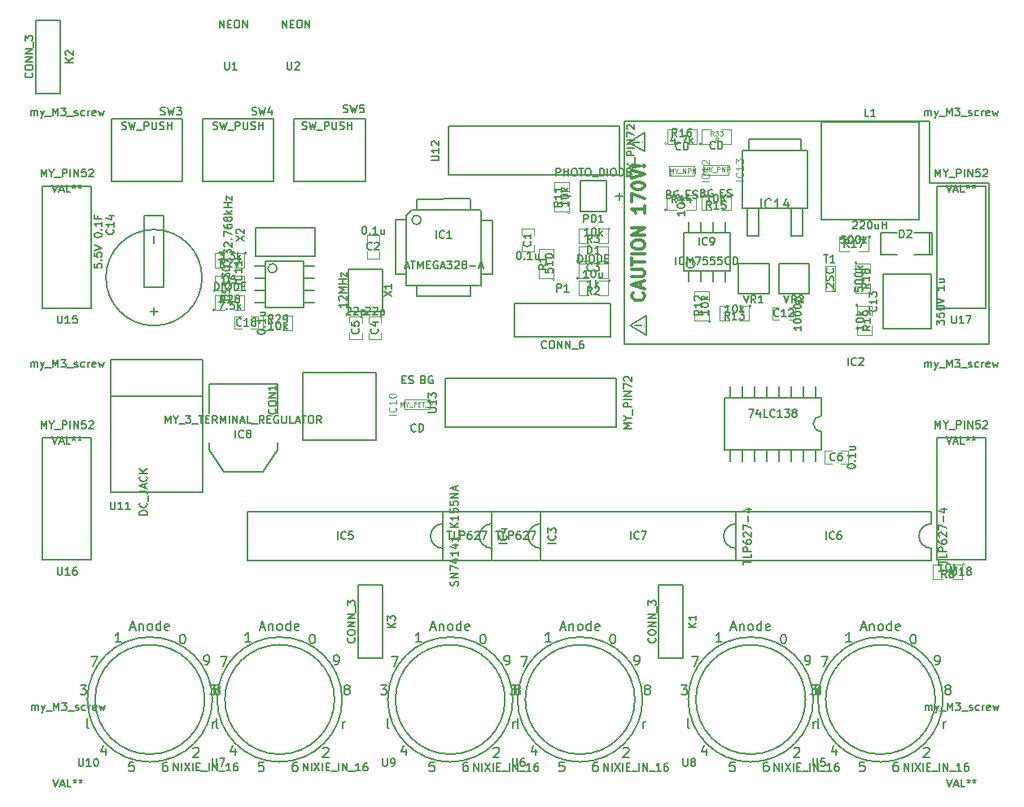
<source format=gto>
G04 (created by PCBNEW (2013-07-07 BZR 4022)-stable) date 2014/09/07 1:12:15*
%MOIN*%
G04 Gerber Fmt 3.4, Leading zero omitted, Abs format*
%FSLAX34Y34*%
G01*
G70*
G90*
G04 APERTURE LIST*
%ADD10C,0.00590551*%
%ADD11C,0.00787402*%
%ADD12C,0.011811*%
%ADD13C,0.005*%
%ADD14C,0.006*%
%ADD15C,0.0031*%
%ADD16C,0.0039*%
%ADD17C,0.0047*%
%ADD18C,0.008*%
%ADD19C,0.0079*%
%ADD20C,0.0043*%
G04 APERTURE END LIST*
G54D10*
G54D11*
X76820Y-37696D02*
X61860Y-37696D01*
X76820Y-37618D02*
X76820Y-37696D01*
X76820Y-31082D02*
X76820Y-37618D01*
X74379Y-31082D02*
X76820Y-31082D01*
X74379Y-28562D02*
X74379Y-31082D01*
X61860Y-28562D02*
X74379Y-28562D01*
X61860Y-37696D02*
X61860Y-28562D01*
X62703Y-29012D02*
X62703Y-29800D01*
X62703Y-29800D02*
X62026Y-29406D01*
X62703Y-29012D02*
X62026Y-29406D01*
X62624Y-29416D02*
G75*
G03X62624Y-29416I-9J0D01*
G74*
G01*
X62516Y-29416D02*
X62231Y-29416D01*
X62231Y-29416D02*
X62231Y-29406D01*
X62241Y-29406D02*
X62516Y-29406D01*
X62307Y-36918D02*
X62583Y-36918D01*
X62298Y-36928D02*
X62298Y-36918D01*
X62583Y-36928D02*
X62298Y-36928D01*
X62691Y-36928D02*
G75*
G03X62691Y-36928I-9J0D01*
G74*
G01*
X62770Y-36524D02*
X62093Y-36918D01*
X62770Y-37311D02*
X62093Y-36918D01*
X62770Y-36524D02*
X62770Y-37311D01*
G54D12*
X62648Y-35579D02*
X62672Y-35603D01*
X62697Y-35676D01*
X62697Y-35725D01*
X62672Y-35798D01*
X62624Y-35847D01*
X62575Y-35871D01*
X62477Y-35896D01*
X62404Y-35896D01*
X62307Y-35871D01*
X62258Y-35847D01*
X62209Y-35798D01*
X62185Y-35725D01*
X62185Y-35676D01*
X62209Y-35603D01*
X62234Y-35579D01*
X62551Y-35384D02*
X62551Y-35140D01*
X62697Y-35433D02*
X62185Y-35262D01*
X62697Y-35091D01*
X62185Y-34921D02*
X62599Y-34921D01*
X62648Y-34896D01*
X62672Y-34872D01*
X62697Y-34823D01*
X62697Y-34726D01*
X62672Y-34677D01*
X62648Y-34653D01*
X62599Y-34628D01*
X62185Y-34628D01*
X62185Y-34458D02*
X62185Y-34165D01*
X62697Y-34311D02*
X62185Y-34311D01*
X62697Y-33995D02*
X62185Y-33995D01*
X62185Y-33653D02*
X62185Y-33556D01*
X62209Y-33507D01*
X62258Y-33458D01*
X62356Y-33434D01*
X62526Y-33434D01*
X62624Y-33458D01*
X62672Y-33507D01*
X62697Y-33556D01*
X62697Y-33653D01*
X62672Y-33702D01*
X62624Y-33751D01*
X62526Y-33775D01*
X62356Y-33775D01*
X62258Y-33751D01*
X62209Y-33702D01*
X62185Y-33653D01*
X62697Y-33215D02*
X62185Y-33215D01*
X62697Y-32922D01*
X62185Y-32922D01*
X62697Y-32020D02*
X62697Y-32313D01*
X62697Y-32167D02*
X62185Y-32167D01*
X62258Y-32215D01*
X62307Y-32264D01*
X62331Y-32313D01*
X62185Y-31850D02*
X62185Y-31509D01*
X62697Y-31728D01*
X62185Y-31216D02*
X62185Y-31167D01*
X62209Y-31119D01*
X62234Y-31094D01*
X62282Y-31070D01*
X62380Y-31046D01*
X62502Y-31046D01*
X62599Y-31070D01*
X62648Y-31094D01*
X62672Y-31119D01*
X62697Y-31167D01*
X62697Y-31216D01*
X62672Y-31265D01*
X62648Y-31289D01*
X62599Y-31314D01*
X62502Y-31338D01*
X62380Y-31338D01*
X62282Y-31314D01*
X62234Y-31289D01*
X62209Y-31265D01*
X62185Y-31216D01*
X62185Y-30899D02*
X62697Y-30729D01*
X62185Y-30558D01*
X62648Y-30388D02*
X62672Y-30363D01*
X62697Y-30388D01*
X62672Y-30412D01*
X62648Y-30388D01*
X62697Y-30388D01*
X62502Y-30388D02*
X62209Y-30412D01*
X62185Y-30388D01*
X62209Y-30363D01*
X62502Y-30388D01*
X62185Y-30388D01*
G54D10*
X69921Y-42007D02*
X69921Y-41259D01*
X69606Y-40944D02*
G75*
G03X69921Y-41259I314J0D01*
G74*
G01*
X69921Y-40629D02*
G75*
G03X69606Y-40944I0J-314D01*
G74*
G01*
X69921Y-40629D02*
X69921Y-39881D01*
X65984Y-42007D02*
X69921Y-42007D01*
X69921Y-39881D02*
X65984Y-39881D01*
X65984Y-39881D02*
X65984Y-42007D01*
G54D13*
X68702Y-42039D02*
X68702Y-42469D01*
X68202Y-42039D02*
X68202Y-42469D01*
X67702Y-42039D02*
X67702Y-42469D01*
X69202Y-42039D02*
X69202Y-42469D01*
X69702Y-42469D02*
X69702Y-42039D01*
X67202Y-42469D02*
X67202Y-42039D01*
X66702Y-42469D02*
X66702Y-42039D01*
X66202Y-42469D02*
X66202Y-42039D01*
X66202Y-39849D02*
X66202Y-39419D01*
X66702Y-39849D02*
X66702Y-39419D01*
X67202Y-39849D02*
X67202Y-39419D01*
X69702Y-39849D02*
X69702Y-39419D01*
X69202Y-39419D02*
X69202Y-39849D01*
X67702Y-39419D02*
X67702Y-39849D01*
X68202Y-39419D02*
X68202Y-39849D01*
X68702Y-39419D02*
X68702Y-39849D01*
G54D10*
X66435Y-45048D02*
G75*
G03X65935Y-45548I0J-500D01*
G74*
G01*
X65935Y-45548D02*
G75*
G03X66435Y-46048I500J0D01*
G74*
G01*
X66435Y-46048D02*
X66435Y-46548D01*
X66435Y-46548D02*
X58435Y-46548D01*
X58435Y-46548D02*
X58435Y-44548D01*
X58435Y-44548D02*
X66435Y-44548D01*
X66435Y-44548D02*
X66435Y-45048D01*
G54D14*
X56458Y-34810D02*
X56008Y-34810D01*
X56458Y-32630D02*
X56018Y-32630D01*
X56458Y-34810D02*
X56458Y-32630D01*
X55578Y-35280D02*
X55578Y-35710D01*
X53368Y-35290D02*
X53368Y-35710D01*
X53358Y-35710D02*
X55578Y-35720D01*
X53378Y-31740D02*
X55548Y-31730D01*
X52948Y-32430D02*
X52948Y-35260D01*
X55558Y-31740D02*
X55558Y-32150D01*
X53198Y-32190D02*
X55978Y-32190D01*
X55998Y-35270D02*
X55998Y-32230D01*
X52948Y-35270D02*
X55948Y-35270D01*
X52498Y-32600D02*
X52498Y-34820D01*
X52498Y-34820D02*
X52948Y-34820D01*
X52952Y-32420D02*
X53182Y-32190D01*
X52500Y-32600D02*
X52952Y-32600D01*
X53378Y-32190D02*
X53378Y-31738D01*
X53549Y-32594D02*
G75*
G03X53549Y-32594I-188J0D01*
G74*
G01*
G54D10*
X51691Y-41615D02*
X48699Y-41615D01*
X48699Y-41615D02*
X48699Y-38859D01*
X48699Y-38859D02*
X51691Y-38859D01*
X51691Y-38859D02*
X51691Y-41615D01*
X40846Y-39803D02*
X44606Y-39803D01*
X40826Y-43740D02*
X40826Y-38326D01*
X40826Y-38326D02*
X44606Y-38326D01*
X44606Y-38326D02*
X44606Y-43740D01*
X44606Y-43740D02*
X40826Y-43740D01*
X73939Y-28579D02*
X69924Y-28579D01*
X69924Y-28579D02*
X69924Y-32595D01*
X69924Y-32595D02*
X73939Y-32595D01*
X73939Y-32595D02*
X73939Y-28579D01*
G54D13*
X64289Y-33114D02*
X64289Y-34674D01*
X64289Y-34674D02*
X66189Y-34674D01*
X66189Y-34674D02*
X66189Y-33114D01*
X66189Y-33114D02*
X64289Y-33114D01*
X64489Y-33114D02*
X64489Y-32684D01*
X64989Y-33114D02*
X64989Y-32684D01*
X65489Y-33114D02*
X65489Y-32684D01*
X65989Y-32684D02*
X65989Y-33114D01*
X65989Y-34674D02*
X65989Y-35104D01*
X65489Y-35104D02*
X65489Y-34674D01*
X64989Y-35104D02*
X64989Y-34674D01*
X64489Y-35104D02*
X64489Y-34674D01*
X64765Y-34384D02*
G75*
G03X64765Y-34384I-186J0D01*
G74*
G01*
G54D15*
X70515Y-35463D02*
G75*
G03X70515Y-35463I-62J0D01*
G74*
G01*
X70114Y-34500D02*
X70514Y-34500D01*
X70114Y-35525D02*
X70514Y-35525D01*
X70514Y-34500D02*
X70514Y-35525D01*
X70114Y-35525D02*
X70114Y-34500D01*
G54D13*
X48732Y-34286D02*
X47172Y-34286D01*
X47172Y-34286D02*
X47172Y-36186D01*
X47172Y-36186D02*
X48732Y-36186D01*
X48732Y-36186D02*
X48732Y-34286D01*
X48732Y-34486D02*
X49162Y-34486D01*
X48732Y-34986D02*
X49162Y-34986D01*
X48732Y-35486D02*
X49162Y-35486D01*
X49162Y-35986D02*
X48732Y-35986D01*
X47172Y-35986D02*
X46742Y-35986D01*
X46742Y-35486D02*
X47172Y-35486D01*
X46742Y-34986D02*
X47172Y-34986D01*
X46742Y-34486D02*
X47172Y-34486D01*
X47648Y-34576D02*
G75*
G03X47648Y-34576I-186J0D01*
G74*
G01*
X74385Y-34032D02*
X74485Y-34032D01*
X74485Y-34032D02*
X74485Y-33132D01*
X74485Y-33132D02*
X74385Y-33132D01*
X74385Y-34032D02*
X74385Y-33132D01*
X74385Y-33132D02*
X73735Y-33132D01*
X73035Y-34032D02*
X72385Y-34032D01*
X72385Y-34032D02*
X72385Y-33132D01*
X72385Y-33132D02*
X73035Y-33132D01*
X73735Y-34032D02*
X74385Y-34032D01*
G54D16*
X63615Y-32186D02*
G75*
G03X63615Y-32186I-50J0D01*
G74*
G01*
X64015Y-32186D02*
X63615Y-32186D01*
X63615Y-32186D02*
X63615Y-31586D01*
X63615Y-31586D02*
X64015Y-31586D01*
X64415Y-31586D02*
X64815Y-31586D01*
X64815Y-31586D02*
X64815Y-32186D01*
X64815Y-32186D02*
X64415Y-32186D01*
X71445Y-36079D02*
G75*
G03X71445Y-36079I-50J0D01*
G74*
G01*
X71395Y-36529D02*
X71395Y-36129D01*
X71395Y-36129D02*
X71995Y-36129D01*
X71995Y-36129D02*
X71995Y-36529D01*
X71995Y-36929D02*
X71995Y-37329D01*
X71995Y-37329D02*
X71395Y-37329D01*
X71395Y-37329D02*
X71395Y-36929D01*
X71403Y-34350D02*
G75*
G03X71403Y-34350I-50J0D01*
G74*
G01*
X71353Y-34800D02*
X71353Y-34400D01*
X71353Y-34400D02*
X71953Y-34400D01*
X71953Y-34400D02*
X71953Y-34800D01*
X71953Y-35200D02*
X71953Y-35600D01*
X71953Y-35600D02*
X71353Y-35600D01*
X71353Y-35600D02*
X71353Y-35200D01*
X71959Y-33282D02*
G75*
G03X71959Y-33282I-50J0D01*
G74*
G01*
X71459Y-33282D02*
X71859Y-33282D01*
X71859Y-33282D02*
X71859Y-33882D01*
X71859Y-33882D02*
X71459Y-33882D01*
X71059Y-33882D02*
X70659Y-33882D01*
X70659Y-33882D02*
X70659Y-33282D01*
X70659Y-33282D02*
X71059Y-33282D01*
X59651Y-32303D02*
G75*
G03X59651Y-32303I-50J0D01*
G74*
G01*
X59601Y-31853D02*
X59601Y-32253D01*
X59601Y-32253D02*
X59001Y-32253D01*
X59001Y-32253D02*
X59001Y-31853D01*
X59001Y-31453D02*
X59001Y-31053D01*
X59001Y-31053D02*
X59601Y-31053D01*
X59601Y-31053D02*
X59601Y-31453D01*
X65389Y-36752D02*
G75*
G03X65389Y-36752I-50J0D01*
G74*
G01*
X65339Y-36302D02*
X65339Y-36702D01*
X65339Y-36702D02*
X64739Y-36702D01*
X64739Y-36702D02*
X64739Y-36302D01*
X64739Y-35902D02*
X64739Y-35502D01*
X64739Y-35502D02*
X65339Y-35502D01*
X65339Y-35502D02*
X65339Y-35902D01*
X67077Y-36117D02*
G75*
G03X67077Y-36117I-50J0D01*
G74*
G01*
X66577Y-36117D02*
X66977Y-36117D01*
X66977Y-36117D02*
X66977Y-36717D01*
X66977Y-36717D02*
X66577Y-36717D01*
X66177Y-36717D02*
X65777Y-36717D01*
X65777Y-36717D02*
X65777Y-36117D01*
X65777Y-36117D02*
X66177Y-36117D01*
X66332Y-31586D02*
G75*
G03X66332Y-31586I-50J0D01*
G74*
G01*
X65832Y-31586D02*
X66232Y-31586D01*
X66232Y-31586D02*
X66232Y-32186D01*
X66232Y-32186D02*
X65832Y-32186D01*
X65432Y-32186D02*
X65032Y-32186D01*
X65032Y-32186D02*
X65032Y-31586D01*
X65032Y-31586D02*
X65432Y-31586D01*
X63622Y-29473D02*
G75*
G03X63622Y-29473I-50J0D01*
G74*
G01*
X64022Y-29473D02*
X63622Y-29473D01*
X63622Y-29473D02*
X63622Y-28873D01*
X63622Y-28873D02*
X64022Y-28873D01*
X64422Y-28873D02*
X64822Y-28873D01*
X64822Y-28873D02*
X64822Y-29473D01*
X64822Y-29473D02*
X64422Y-29473D01*
X45118Y-36284D02*
G75*
G03X45118Y-36284I-50J0D01*
G74*
G01*
X45518Y-36284D02*
X45118Y-36284D01*
X45118Y-36284D02*
X45118Y-35684D01*
X45118Y-35684D02*
X45518Y-35684D01*
X45918Y-35684D02*
X46318Y-35684D01*
X46318Y-35684D02*
X46318Y-36284D01*
X46318Y-36284D02*
X45918Y-36284D01*
X46418Y-33951D02*
G75*
G03X46418Y-33951I-50J0D01*
G74*
G01*
X45918Y-33951D02*
X46318Y-33951D01*
X46318Y-33951D02*
X46318Y-34551D01*
X46318Y-34551D02*
X45918Y-34551D01*
X45518Y-34551D02*
X45118Y-34551D01*
X45118Y-34551D02*
X45118Y-33951D01*
X45118Y-33951D02*
X45518Y-33951D01*
X60000Y-34985D02*
G75*
G03X60000Y-34985I-50J0D01*
G74*
G01*
X60400Y-34985D02*
X60000Y-34985D01*
X60000Y-34985D02*
X60000Y-34385D01*
X60000Y-34385D02*
X60400Y-34385D01*
X60800Y-34385D02*
X61200Y-34385D01*
X61200Y-34385D02*
X61200Y-34985D01*
X61200Y-34985D02*
X60800Y-34985D01*
X61300Y-32967D02*
G75*
G03X61300Y-32967I-50J0D01*
G74*
G01*
X60800Y-32967D02*
X61200Y-32967D01*
X61200Y-32967D02*
X61200Y-33567D01*
X61200Y-33567D02*
X60800Y-33567D01*
X60400Y-33567D02*
X60000Y-33567D01*
X60000Y-33567D02*
X60000Y-32967D01*
X60000Y-32967D02*
X60400Y-32967D01*
X60000Y-34276D02*
G75*
G03X60000Y-34276I-50J0D01*
G74*
G01*
X60400Y-34276D02*
X60000Y-34276D01*
X60000Y-34276D02*
X60000Y-33676D01*
X60000Y-33676D02*
X60400Y-33676D01*
X60800Y-33676D02*
X61200Y-33676D01*
X61200Y-33676D02*
X61200Y-34276D01*
X61200Y-34276D02*
X60800Y-34276D01*
X61300Y-35093D02*
G75*
G03X61300Y-35093I-50J0D01*
G74*
G01*
X60800Y-35093D02*
X61200Y-35093D01*
X61200Y-35093D02*
X61200Y-35693D01*
X61200Y-35693D02*
X60800Y-35693D01*
X60400Y-35693D02*
X60000Y-35693D01*
X60000Y-35693D02*
X60000Y-35093D01*
X60000Y-35093D02*
X60400Y-35093D01*
X45118Y-35496D02*
G75*
G03X45118Y-35496I-50J0D01*
G74*
G01*
X45518Y-35496D02*
X45118Y-35496D01*
X45118Y-35496D02*
X45118Y-34896D01*
X45118Y-34896D02*
X45518Y-34896D01*
X45918Y-34896D02*
X46318Y-34896D01*
X46318Y-34896D02*
X46318Y-35496D01*
X46318Y-35496D02*
X45918Y-35496D01*
X47087Y-37111D02*
G75*
G03X47087Y-37111I-50J0D01*
G74*
G01*
X47487Y-37111D02*
X47087Y-37111D01*
X47087Y-37111D02*
X47087Y-36511D01*
X47087Y-36511D02*
X47487Y-36511D01*
X47887Y-36511D02*
X48287Y-36511D01*
X48287Y-36511D02*
X48287Y-37111D01*
X48287Y-37111D02*
X47887Y-37111D01*
X75818Y-46707D02*
G75*
G03X75818Y-46707I-50J0D01*
G74*
G01*
X75318Y-46707D02*
X75718Y-46707D01*
X75718Y-46707D02*
X75718Y-47307D01*
X75718Y-47307D02*
X75318Y-47307D01*
X74918Y-47307D02*
X74518Y-47307D01*
X74518Y-47307D02*
X74518Y-46707D01*
X74518Y-46707D02*
X74918Y-46707D01*
X59021Y-35020D02*
G75*
G03X59021Y-35020I-50J0D01*
G74*
G01*
X58971Y-34570D02*
X58971Y-34970D01*
X58971Y-34970D02*
X58371Y-34970D01*
X58371Y-34970D02*
X58371Y-34570D01*
X58371Y-34170D02*
X58371Y-33770D01*
X58371Y-33770D02*
X58971Y-33770D01*
X58971Y-33770D02*
X58971Y-34170D01*
G54D17*
X46190Y-36555D02*
X45915Y-36555D01*
X46584Y-36555D02*
X46859Y-36555D01*
X46190Y-37067D02*
X45915Y-37067D01*
X46859Y-37067D02*
X46584Y-37067D01*
X45915Y-37061D02*
X45915Y-36561D01*
X46859Y-36561D02*
X46859Y-37061D01*
X70354Y-42066D02*
X70079Y-42066D01*
X70748Y-42066D02*
X71023Y-42066D01*
X70354Y-42578D02*
X70079Y-42578D01*
X71023Y-42578D02*
X70748Y-42578D01*
X70079Y-42572D02*
X70079Y-42072D01*
X71023Y-42072D02*
X71023Y-42572D01*
X58179Y-33228D02*
X58179Y-32953D01*
X58179Y-33622D02*
X58179Y-33897D01*
X57667Y-33228D02*
X57667Y-32953D01*
X57667Y-33897D02*
X57667Y-33622D01*
X57673Y-32953D02*
X58173Y-32953D01*
X58173Y-33897D02*
X57673Y-33897D01*
X50619Y-37204D02*
X50619Y-37479D01*
X50619Y-36810D02*
X50619Y-36535D01*
X51131Y-37204D02*
X51131Y-37479D01*
X51131Y-36535D02*
X51131Y-36810D01*
X51125Y-37479D02*
X50625Y-37479D01*
X50625Y-36535D02*
X51125Y-36535D01*
X51407Y-37204D02*
X51407Y-37479D01*
X51407Y-36810D02*
X51407Y-36535D01*
X51919Y-37204D02*
X51919Y-37479D01*
X51919Y-36535D02*
X51919Y-36810D01*
X51913Y-37479D02*
X51413Y-37479D01*
X51413Y-36535D02*
X51913Y-36535D01*
X51328Y-33897D02*
X51328Y-34172D01*
X51328Y-33503D02*
X51328Y-33228D01*
X51840Y-33897D02*
X51840Y-34172D01*
X51840Y-33228D02*
X51840Y-33503D01*
X51834Y-34172D02*
X51334Y-34172D01*
X51334Y-33228D02*
X51834Y-33228D01*
X68592Y-36693D02*
X68867Y-36693D01*
X68198Y-36693D02*
X67923Y-36693D01*
X68592Y-36181D02*
X68867Y-36181D01*
X67923Y-36181D02*
X68198Y-36181D01*
X68867Y-36187D02*
X68867Y-36687D01*
X67923Y-36687D02*
X67923Y-36187D01*
G54D18*
X47659Y-40502D02*
X47659Y-39302D01*
X47659Y-39302D02*
X44859Y-39302D01*
X44859Y-39302D02*
X44859Y-40502D01*
X47659Y-41702D02*
X47659Y-42002D01*
X47659Y-42002D02*
X47059Y-42902D01*
X47059Y-42902D02*
X45459Y-42902D01*
X45459Y-42902D02*
X44859Y-42002D01*
X44859Y-42002D02*
X44859Y-41702D01*
G54D10*
X67795Y-35629D02*
X67795Y-34370D01*
X67795Y-34370D02*
X66535Y-34370D01*
X66535Y-34370D02*
X66535Y-35629D01*
X66535Y-35629D02*
X67795Y-35629D01*
X69448Y-35629D02*
X69448Y-34370D01*
X69448Y-34370D02*
X68188Y-34370D01*
X68188Y-34370D02*
X68188Y-35629D01*
X68188Y-35629D02*
X69448Y-35629D01*
X74448Y-37066D02*
X72480Y-37066D01*
X72480Y-37066D02*
X72480Y-34822D01*
X72480Y-34822D02*
X74448Y-34822D01*
X74448Y-34822D02*
X74448Y-37066D01*
X61131Y-32244D02*
X61131Y-30984D01*
X61131Y-30984D02*
X60068Y-30984D01*
X60068Y-30984D02*
X60068Y-32244D01*
X60068Y-32244D02*
X61131Y-32244D01*
X50314Y-52244D02*
G75*
G03X50314Y-52244I-2559J0D01*
G74*
G01*
X50000Y-52244D02*
G75*
G03X50000Y-52244I-2244J0D01*
G74*
G01*
X45000Y-52244D02*
G75*
G03X45000Y-52244I-2559J0D01*
G74*
G01*
X44685Y-52244D02*
G75*
G03X44685Y-52244I-2244J0D01*
G74*
G01*
X57301Y-52245D02*
G75*
G03X57301Y-52245I-2559J0D01*
G74*
G01*
X56986Y-52245D02*
G75*
G03X56986Y-52245I-2244J0D01*
G74*
G01*
X62616Y-52245D02*
G75*
G03X62616Y-52245I-2559J0D01*
G74*
G01*
X62301Y-52245D02*
G75*
G03X62301Y-52245I-2244J0D01*
G74*
G01*
X69604Y-52245D02*
G75*
G03X69604Y-52245I-2559J0D01*
G74*
G01*
X69289Y-52245D02*
G75*
G03X69289Y-52245I-2244J0D01*
G74*
G01*
X74919Y-52245D02*
G75*
G03X74919Y-52245I-2559J0D01*
G74*
G01*
X74604Y-52245D02*
G75*
G03X74604Y-52245I-2244J0D01*
G74*
G01*
X43001Y-35354D02*
X43001Y-32401D01*
X42214Y-32401D02*
X42214Y-35354D01*
X42214Y-32401D02*
X43001Y-32401D01*
X43001Y-35354D02*
X42214Y-35354D01*
X44576Y-34960D02*
G75*
G03X44576Y-34960I-1968J0D01*
G74*
G01*
X49212Y-34094D02*
X49212Y-32913D01*
X49212Y-32913D02*
X46771Y-32913D01*
X46771Y-32913D02*
X46771Y-34094D01*
X46771Y-34094D02*
X49212Y-34094D01*
X50561Y-36338D02*
X51978Y-36338D01*
X51978Y-36338D02*
X51978Y-34606D01*
X51978Y-34606D02*
X50561Y-34606D01*
X50561Y-34606D02*
X50561Y-36338D01*
X57372Y-36003D02*
X61309Y-36003D01*
X61309Y-36003D02*
X61309Y-37381D01*
X61309Y-37381D02*
X57372Y-37381D01*
X57372Y-37381D02*
X57372Y-36003D01*
X51956Y-47555D02*
X51956Y-50555D01*
X51956Y-50555D02*
X50956Y-50555D01*
X50956Y-50555D02*
X50956Y-47555D01*
X50956Y-47555D02*
X51956Y-47555D01*
X38767Y-24405D02*
X38767Y-27405D01*
X38767Y-27405D02*
X37767Y-27405D01*
X37767Y-27405D02*
X37767Y-24405D01*
X37767Y-24405D02*
X38767Y-24405D01*
X64279Y-47555D02*
X64279Y-50555D01*
X64279Y-50555D02*
X63279Y-50555D01*
X63279Y-50555D02*
X63279Y-47555D01*
X63279Y-47555D02*
X64279Y-47555D01*
X56435Y-46048D02*
X56435Y-46548D01*
X56435Y-46548D02*
X54435Y-46548D01*
X54435Y-46548D02*
X54435Y-44548D01*
X54435Y-44548D02*
X56435Y-44548D01*
X56435Y-44548D02*
X56435Y-45048D01*
X56435Y-45048D02*
G75*
G03X55935Y-45548I0J-500D01*
G74*
G01*
X55935Y-45548D02*
G75*
G03X56435Y-46048I500J0D01*
G74*
G01*
X58435Y-46048D02*
X58435Y-46548D01*
X58435Y-46548D02*
X56435Y-46548D01*
X56435Y-46548D02*
X56435Y-44548D01*
X56435Y-44548D02*
X58435Y-44548D01*
X58435Y-44548D02*
X58435Y-45048D01*
X58435Y-45048D02*
G75*
G03X57935Y-45548I0J-500D01*
G74*
G01*
X57935Y-45548D02*
G75*
G03X58435Y-46048I500J0D01*
G74*
G01*
X74667Y-31202D02*
X76667Y-31202D01*
X76667Y-31202D02*
X76667Y-36202D01*
X76667Y-36202D02*
X74667Y-36202D01*
X74667Y-36202D02*
X74667Y-31202D01*
X38053Y-31202D02*
X40053Y-31202D01*
X40053Y-31202D02*
X40053Y-36202D01*
X40053Y-36202D02*
X38053Y-36202D01*
X38053Y-36202D02*
X38053Y-31202D01*
X74667Y-41517D02*
X76667Y-41517D01*
X76667Y-41517D02*
X76667Y-46517D01*
X76667Y-46517D02*
X74667Y-46517D01*
X74667Y-46517D02*
X74667Y-41517D01*
X38053Y-41517D02*
X40053Y-41517D01*
X40053Y-41517D02*
X40053Y-46517D01*
X40053Y-46517D02*
X38053Y-46517D01*
X38053Y-46517D02*
X38053Y-41517D01*
X54435Y-45048D02*
G75*
G03X53935Y-45548I0J-500D01*
G74*
G01*
X53935Y-45548D02*
G75*
G03X54435Y-46048I500J0D01*
G74*
G01*
X54435Y-46048D02*
X54435Y-46548D01*
X54435Y-46548D02*
X46435Y-46548D01*
X46435Y-46548D02*
X46435Y-44548D01*
X46435Y-44548D02*
X54435Y-44548D01*
X54435Y-44548D02*
X54435Y-45048D01*
X74435Y-45048D02*
G75*
G03X73935Y-45548I0J-500D01*
G74*
G01*
X73935Y-45548D02*
G75*
G03X74435Y-46048I500J0D01*
G74*
G01*
X74435Y-46048D02*
X74435Y-46548D01*
X74435Y-46548D02*
X66435Y-46548D01*
X66435Y-46548D02*
X66435Y-44548D01*
X66435Y-44548D02*
X74435Y-44548D01*
X74435Y-44548D02*
X74435Y-45048D01*
X40866Y-31023D02*
X40866Y-28464D01*
X40866Y-28464D02*
X43779Y-28464D01*
X43779Y-28464D02*
X43779Y-31023D01*
X43779Y-31023D02*
X40866Y-31023D01*
X44606Y-31023D02*
X44606Y-28464D01*
X44606Y-28464D02*
X47519Y-28464D01*
X47519Y-28464D02*
X47519Y-31023D01*
X47519Y-31023D02*
X44606Y-31023D01*
X48346Y-31023D02*
X48346Y-28464D01*
X48346Y-28464D02*
X51259Y-28464D01*
X51259Y-28464D02*
X51259Y-31023D01*
X51259Y-31023D02*
X48346Y-31023D01*
G54D15*
X63831Y-30728D02*
G75*
G03X63831Y-30728I-62J0D01*
G74*
G01*
X64732Y-30390D02*
X64732Y-30790D01*
X63707Y-30390D02*
X63707Y-30790D01*
X64732Y-30790D02*
X63707Y-30790D01*
X63707Y-30390D02*
X64732Y-30390D01*
X65232Y-30686D02*
G75*
G03X65232Y-30686I-62J0D01*
G74*
G01*
X66132Y-30348D02*
X66132Y-30748D01*
X65107Y-30348D02*
X65107Y-30748D01*
X66132Y-30748D02*
X65107Y-30748D01*
X65107Y-30348D02*
X66132Y-30348D01*
X53911Y-40019D02*
G75*
G03X53911Y-40019I-62J0D01*
G74*
G01*
X52885Y-40357D02*
X52885Y-39957D01*
X53910Y-40357D02*
X53910Y-39957D01*
X52885Y-39957D02*
X53910Y-39957D01*
X53910Y-40357D02*
X52885Y-40357D01*
G54D13*
X66969Y-29747D02*
X66969Y-29277D01*
X66969Y-29277D02*
X69099Y-29277D01*
X69099Y-29277D02*
X69099Y-29752D01*
X68714Y-32112D02*
X68714Y-33257D01*
X69164Y-33257D02*
X69164Y-32112D01*
X68714Y-33257D02*
X69164Y-33257D01*
X66904Y-33257D02*
X67354Y-33257D01*
X67354Y-33257D02*
X67354Y-32112D01*
X66904Y-32112D02*
X66904Y-33257D01*
X69354Y-32112D02*
X69354Y-29752D01*
X69354Y-29752D02*
X66714Y-29752D01*
X66714Y-29752D02*
X66714Y-32112D01*
X69354Y-32112D02*
X66714Y-32112D01*
G54D16*
X65049Y-29483D02*
G75*
G03X65049Y-29483I-50J0D01*
G74*
G01*
X65449Y-29483D02*
X65049Y-29483D01*
X65049Y-29483D02*
X65049Y-28883D01*
X65049Y-28883D02*
X65449Y-28883D01*
X65849Y-28883D02*
X66249Y-28883D01*
X66249Y-28883D02*
X66249Y-29483D01*
X66249Y-29483D02*
X65849Y-29483D01*
G54D10*
X54659Y-30763D02*
X61659Y-30763D01*
X61659Y-30763D02*
X61659Y-28763D01*
X61659Y-28763D02*
X54659Y-28763D01*
X54659Y-28763D02*
X54659Y-30763D01*
X54541Y-41078D02*
X61541Y-41078D01*
X61541Y-41078D02*
X61541Y-39078D01*
X61541Y-39078D02*
X54541Y-39078D01*
X54541Y-39078D02*
X54541Y-41078D01*
X71031Y-38552D02*
X71031Y-38237D01*
X71361Y-38522D02*
X71346Y-38537D01*
X71301Y-38552D01*
X71271Y-38552D01*
X71226Y-38537D01*
X71196Y-38507D01*
X71181Y-38477D01*
X71166Y-38417D01*
X71166Y-38372D01*
X71181Y-38312D01*
X71196Y-38282D01*
X71226Y-38252D01*
X71271Y-38237D01*
X71301Y-38237D01*
X71346Y-38252D01*
X71361Y-38267D01*
X71481Y-38267D02*
X71496Y-38252D01*
X71526Y-38237D01*
X71601Y-38237D01*
X71631Y-38252D01*
X71646Y-38267D01*
X71661Y-38297D01*
X71661Y-38327D01*
X71646Y-38372D01*
X71466Y-38552D01*
X71661Y-38552D01*
X66962Y-40357D02*
X67172Y-40357D01*
X67037Y-40672D01*
X67427Y-40462D02*
X67427Y-40672D01*
X67352Y-40342D02*
X67277Y-40567D01*
X67472Y-40567D01*
X67742Y-40672D02*
X67592Y-40672D01*
X67592Y-40357D01*
X68027Y-40642D02*
X68012Y-40657D01*
X67967Y-40672D01*
X67937Y-40672D01*
X67892Y-40657D01*
X67862Y-40627D01*
X67847Y-40597D01*
X67832Y-40537D01*
X67832Y-40492D01*
X67847Y-40432D01*
X67862Y-40402D01*
X67892Y-40372D01*
X67937Y-40357D01*
X67967Y-40357D01*
X68012Y-40372D01*
X68027Y-40387D01*
X68327Y-40672D02*
X68147Y-40672D01*
X68237Y-40672D02*
X68237Y-40357D01*
X68207Y-40402D01*
X68177Y-40432D01*
X68147Y-40447D01*
X68432Y-40357D02*
X68627Y-40357D01*
X68522Y-40477D01*
X68567Y-40477D01*
X68597Y-40492D01*
X68612Y-40507D01*
X68627Y-40537D01*
X68627Y-40612D01*
X68612Y-40642D01*
X68597Y-40657D01*
X68567Y-40672D01*
X68477Y-40672D01*
X68447Y-40657D01*
X68432Y-40642D01*
X68807Y-40492D02*
X68777Y-40477D01*
X68762Y-40462D01*
X68747Y-40432D01*
X68747Y-40417D01*
X68762Y-40387D01*
X68777Y-40372D01*
X68807Y-40357D01*
X68867Y-40357D01*
X68897Y-40372D01*
X68912Y-40387D01*
X68927Y-40417D01*
X68927Y-40432D01*
X68912Y-40462D01*
X68897Y-40477D01*
X68867Y-40492D01*
X68807Y-40492D01*
X68777Y-40507D01*
X68762Y-40522D01*
X68747Y-40552D01*
X68747Y-40612D01*
X68762Y-40642D01*
X68777Y-40657D01*
X68807Y-40672D01*
X68867Y-40672D01*
X68897Y-40657D01*
X68912Y-40642D01*
X68927Y-40612D01*
X68927Y-40552D01*
X68912Y-40522D01*
X68897Y-40507D01*
X68867Y-40492D01*
X62127Y-45676D02*
X62127Y-45361D01*
X62457Y-45646D02*
X62442Y-45661D01*
X62397Y-45676D01*
X62367Y-45676D01*
X62322Y-45661D01*
X62292Y-45631D01*
X62277Y-45601D01*
X62262Y-45541D01*
X62262Y-45496D01*
X62277Y-45436D01*
X62292Y-45406D01*
X62322Y-45376D01*
X62367Y-45361D01*
X62397Y-45361D01*
X62442Y-45376D01*
X62457Y-45391D01*
X62562Y-45361D02*
X62772Y-45361D01*
X62637Y-45676D01*
X66747Y-46718D02*
X66747Y-46538D01*
X67062Y-46628D02*
X66747Y-46628D01*
X67062Y-46283D02*
X67062Y-46433D01*
X66747Y-46433D01*
X67062Y-46178D02*
X66747Y-46178D01*
X66747Y-46058D01*
X66762Y-46028D01*
X66777Y-46013D01*
X66807Y-45998D01*
X66852Y-45998D01*
X66882Y-46013D01*
X66897Y-46028D01*
X66912Y-46058D01*
X66912Y-46178D01*
X66747Y-45728D02*
X66747Y-45788D01*
X66762Y-45818D01*
X66777Y-45833D01*
X66822Y-45863D01*
X66882Y-45878D01*
X67002Y-45878D01*
X67032Y-45863D01*
X67047Y-45848D01*
X67062Y-45818D01*
X67062Y-45758D01*
X67047Y-45728D01*
X67032Y-45713D01*
X67002Y-45698D01*
X66927Y-45698D01*
X66897Y-45713D01*
X66882Y-45728D01*
X66867Y-45758D01*
X66867Y-45818D01*
X66882Y-45848D01*
X66897Y-45863D01*
X66927Y-45878D01*
X66777Y-45578D02*
X66762Y-45563D01*
X66747Y-45533D01*
X66747Y-45458D01*
X66762Y-45428D01*
X66777Y-45413D01*
X66807Y-45398D01*
X66837Y-45398D01*
X66882Y-45413D01*
X67062Y-45593D01*
X67062Y-45398D01*
X66747Y-45293D02*
X66747Y-45083D01*
X67062Y-45218D01*
X66942Y-44963D02*
X66942Y-44723D01*
X66852Y-44438D02*
X67062Y-44438D01*
X66732Y-44513D02*
X66957Y-44588D01*
X66957Y-44393D01*
X54170Y-33347D02*
X54170Y-33032D01*
X54500Y-33317D02*
X54485Y-33332D01*
X54440Y-33347D01*
X54410Y-33347D01*
X54365Y-33332D01*
X54335Y-33302D01*
X54320Y-33272D01*
X54305Y-33212D01*
X54305Y-33167D01*
X54320Y-33107D01*
X54335Y-33077D01*
X54365Y-33047D01*
X54410Y-33032D01*
X54440Y-33032D01*
X54485Y-33047D01*
X54500Y-33062D01*
X54800Y-33347D02*
X54620Y-33347D01*
X54710Y-33347D02*
X54710Y-33032D01*
X54680Y-33077D01*
X54650Y-33107D01*
X54620Y-33122D01*
X52888Y-34507D02*
X53038Y-34507D01*
X52858Y-34597D02*
X52963Y-34282D01*
X53068Y-34597D01*
X53128Y-34282D02*
X53308Y-34282D01*
X53218Y-34597D02*
X53218Y-34282D01*
X53413Y-34597D02*
X53413Y-34282D01*
X53518Y-34507D01*
X53623Y-34282D01*
X53623Y-34597D01*
X53773Y-34432D02*
X53878Y-34432D01*
X53923Y-34597D02*
X53773Y-34597D01*
X53773Y-34282D01*
X53923Y-34282D01*
X54223Y-34297D02*
X54193Y-34282D01*
X54148Y-34282D01*
X54103Y-34297D01*
X54073Y-34327D01*
X54058Y-34357D01*
X54043Y-34417D01*
X54043Y-34462D01*
X54058Y-34522D01*
X54073Y-34552D01*
X54103Y-34582D01*
X54148Y-34597D01*
X54178Y-34597D01*
X54223Y-34582D01*
X54238Y-34567D01*
X54238Y-34462D01*
X54178Y-34462D01*
X54358Y-34507D02*
X54508Y-34507D01*
X54328Y-34597D02*
X54433Y-34282D01*
X54538Y-34597D01*
X54613Y-34282D02*
X54808Y-34282D01*
X54703Y-34402D01*
X54748Y-34402D01*
X54778Y-34417D01*
X54793Y-34432D01*
X54808Y-34462D01*
X54808Y-34537D01*
X54793Y-34567D01*
X54778Y-34582D01*
X54748Y-34597D01*
X54658Y-34597D01*
X54628Y-34582D01*
X54613Y-34567D01*
X54928Y-34312D02*
X54943Y-34297D01*
X54973Y-34282D01*
X55048Y-34282D01*
X55078Y-34297D01*
X55093Y-34312D01*
X55108Y-34342D01*
X55108Y-34372D01*
X55093Y-34417D01*
X54913Y-34597D01*
X55108Y-34597D01*
X55288Y-34417D02*
X55258Y-34402D01*
X55243Y-34387D01*
X55228Y-34357D01*
X55228Y-34342D01*
X55243Y-34312D01*
X55258Y-34297D01*
X55288Y-34282D01*
X55348Y-34282D01*
X55378Y-34297D01*
X55393Y-34312D01*
X55408Y-34342D01*
X55408Y-34357D01*
X55393Y-34387D01*
X55378Y-34402D01*
X55348Y-34417D01*
X55288Y-34417D01*
X55258Y-34432D01*
X55243Y-34447D01*
X55228Y-34477D01*
X55228Y-34537D01*
X55243Y-34567D01*
X55258Y-34582D01*
X55288Y-34597D01*
X55348Y-34597D01*
X55378Y-34582D01*
X55393Y-34567D01*
X55408Y-34537D01*
X55408Y-34477D01*
X55393Y-34447D01*
X55378Y-34432D01*
X55348Y-34417D01*
X55543Y-34477D02*
X55783Y-34477D01*
X55918Y-34507D02*
X56068Y-34507D01*
X55888Y-34597D02*
X55993Y-34282D01*
X56098Y-34597D01*
X47575Y-40344D02*
X47590Y-40359D01*
X47605Y-40404D01*
X47605Y-40434D01*
X47590Y-40479D01*
X47560Y-40509D01*
X47530Y-40524D01*
X47470Y-40539D01*
X47425Y-40539D01*
X47365Y-40524D01*
X47335Y-40509D01*
X47305Y-40479D01*
X47290Y-40434D01*
X47290Y-40404D01*
X47305Y-40359D01*
X47320Y-40344D01*
X47290Y-40149D02*
X47290Y-40089D01*
X47305Y-40059D01*
X47335Y-40029D01*
X47395Y-40014D01*
X47500Y-40014D01*
X47560Y-40029D01*
X47590Y-40059D01*
X47605Y-40089D01*
X47605Y-40149D01*
X47590Y-40179D01*
X47560Y-40209D01*
X47500Y-40224D01*
X47395Y-40224D01*
X47335Y-40209D01*
X47305Y-40179D01*
X47290Y-40149D01*
X47605Y-39879D02*
X47290Y-39879D01*
X47605Y-39699D01*
X47290Y-39699D01*
X47605Y-39384D02*
X47605Y-39564D01*
X47605Y-39474D02*
X47290Y-39474D01*
X47335Y-39504D01*
X47365Y-39534D01*
X47380Y-39564D01*
X40830Y-44143D02*
X40830Y-44398D01*
X40845Y-44428D01*
X40860Y-44443D01*
X40890Y-44458D01*
X40950Y-44458D01*
X40980Y-44443D01*
X40995Y-44428D01*
X41010Y-44398D01*
X41010Y-44143D01*
X41325Y-44458D02*
X41145Y-44458D01*
X41235Y-44458D02*
X41235Y-44143D01*
X41205Y-44188D01*
X41175Y-44218D01*
X41145Y-44233D01*
X41625Y-44458D02*
X41445Y-44458D01*
X41535Y-44458D02*
X41535Y-44143D01*
X41505Y-44188D01*
X41475Y-44218D01*
X41445Y-44233D01*
X42332Y-44670D02*
X42017Y-44670D01*
X42017Y-44595D01*
X42032Y-44550D01*
X42062Y-44520D01*
X42092Y-44505D01*
X42152Y-44490D01*
X42197Y-44490D01*
X42257Y-44505D01*
X42287Y-44520D01*
X42317Y-44550D01*
X42332Y-44595D01*
X42332Y-44670D01*
X42302Y-44175D02*
X42317Y-44190D01*
X42332Y-44235D01*
X42332Y-44265D01*
X42317Y-44310D01*
X42287Y-44340D01*
X42257Y-44355D01*
X42197Y-44370D01*
X42152Y-44370D01*
X42092Y-44355D01*
X42062Y-44340D01*
X42032Y-44310D01*
X42017Y-44265D01*
X42017Y-44235D01*
X42032Y-44190D01*
X42047Y-44175D01*
X42362Y-44115D02*
X42362Y-43875D01*
X42017Y-43710D02*
X42242Y-43710D01*
X42287Y-43725D01*
X42317Y-43755D01*
X42332Y-43800D01*
X42332Y-43830D01*
X42242Y-43575D02*
X42242Y-43425D01*
X42332Y-43605D02*
X42017Y-43500D01*
X42332Y-43395D01*
X42302Y-43110D02*
X42317Y-43125D01*
X42332Y-43170D01*
X42332Y-43200D01*
X42317Y-43245D01*
X42287Y-43275D01*
X42257Y-43290D01*
X42197Y-43305D01*
X42152Y-43305D01*
X42092Y-43290D01*
X42062Y-43275D01*
X42032Y-43245D01*
X42017Y-43200D01*
X42017Y-43170D01*
X42032Y-43125D01*
X42047Y-43110D01*
X42332Y-42975D02*
X42017Y-42975D01*
X42332Y-42795D02*
X42152Y-42930D01*
X42017Y-42795D02*
X42197Y-42975D01*
X71879Y-28352D02*
X71729Y-28352D01*
X71729Y-28037D01*
X72149Y-28352D02*
X71969Y-28352D01*
X72059Y-28352D02*
X72059Y-28037D01*
X72029Y-28082D01*
X71999Y-28112D01*
X71969Y-28127D01*
X71234Y-32674D02*
X71249Y-32659D01*
X71279Y-32644D01*
X71354Y-32644D01*
X71384Y-32659D01*
X71399Y-32674D01*
X71414Y-32704D01*
X71414Y-32734D01*
X71399Y-32779D01*
X71219Y-32959D01*
X71414Y-32959D01*
X71534Y-32674D02*
X71549Y-32659D01*
X71579Y-32644D01*
X71654Y-32644D01*
X71684Y-32659D01*
X71699Y-32674D01*
X71714Y-32704D01*
X71714Y-32734D01*
X71699Y-32779D01*
X71519Y-32959D01*
X71714Y-32959D01*
X71909Y-32644D02*
X71939Y-32644D01*
X71969Y-32659D01*
X71984Y-32674D01*
X71999Y-32704D01*
X72014Y-32764D01*
X72014Y-32839D01*
X71999Y-32899D01*
X71984Y-32929D01*
X71969Y-32944D01*
X71939Y-32959D01*
X71909Y-32959D01*
X71879Y-32944D01*
X71864Y-32929D01*
X71849Y-32899D01*
X71834Y-32839D01*
X71834Y-32764D01*
X71849Y-32704D01*
X71864Y-32674D01*
X71879Y-32659D01*
X71909Y-32644D01*
X72284Y-32749D02*
X72284Y-32959D01*
X72149Y-32749D02*
X72149Y-32914D01*
X72164Y-32944D01*
X72194Y-32959D01*
X72239Y-32959D01*
X72269Y-32944D01*
X72284Y-32929D01*
X72434Y-32959D02*
X72434Y-32644D01*
X72434Y-32794D02*
X72614Y-32794D01*
X72614Y-32959D02*
X72614Y-32644D01*
X64931Y-33622D02*
X64931Y-33307D01*
X65261Y-33592D02*
X65246Y-33607D01*
X65201Y-33622D01*
X65171Y-33622D01*
X65126Y-33607D01*
X65096Y-33577D01*
X65081Y-33547D01*
X65066Y-33487D01*
X65066Y-33442D01*
X65081Y-33382D01*
X65096Y-33352D01*
X65126Y-33322D01*
X65171Y-33307D01*
X65201Y-33307D01*
X65246Y-33322D01*
X65261Y-33337D01*
X65411Y-33622D02*
X65471Y-33622D01*
X65501Y-33607D01*
X65516Y-33592D01*
X65546Y-33547D01*
X65561Y-33487D01*
X65561Y-33367D01*
X65546Y-33337D01*
X65531Y-33322D01*
X65501Y-33307D01*
X65441Y-33307D01*
X65411Y-33322D01*
X65396Y-33337D01*
X65381Y-33367D01*
X65381Y-33442D01*
X65396Y-33472D01*
X65411Y-33487D01*
X65441Y-33502D01*
X65501Y-33502D01*
X65531Y-33487D01*
X65546Y-33472D01*
X65561Y-33442D01*
X63986Y-34422D02*
X63986Y-34107D01*
X64316Y-34392D02*
X64301Y-34407D01*
X64256Y-34422D01*
X64226Y-34422D01*
X64181Y-34407D01*
X64151Y-34377D01*
X64136Y-34347D01*
X64121Y-34287D01*
X64121Y-34242D01*
X64136Y-34182D01*
X64151Y-34152D01*
X64181Y-34122D01*
X64226Y-34107D01*
X64256Y-34107D01*
X64301Y-34122D01*
X64316Y-34137D01*
X64451Y-34422D02*
X64451Y-34107D01*
X64556Y-34332D01*
X64661Y-34107D01*
X64661Y-34422D01*
X64781Y-34107D02*
X64991Y-34107D01*
X64856Y-34422D01*
X65261Y-34107D02*
X65111Y-34107D01*
X65096Y-34257D01*
X65111Y-34242D01*
X65141Y-34227D01*
X65216Y-34227D01*
X65246Y-34242D01*
X65261Y-34257D01*
X65276Y-34287D01*
X65276Y-34362D01*
X65261Y-34392D01*
X65246Y-34407D01*
X65216Y-34422D01*
X65141Y-34422D01*
X65111Y-34407D01*
X65096Y-34392D01*
X65561Y-34107D02*
X65411Y-34107D01*
X65396Y-34257D01*
X65411Y-34242D01*
X65441Y-34227D01*
X65516Y-34227D01*
X65546Y-34242D01*
X65561Y-34257D01*
X65576Y-34287D01*
X65576Y-34362D01*
X65561Y-34392D01*
X65546Y-34407D01*
X65516Y-34422D01*
X65441Y-34422D01*
X65411Y-34407D01*
X65396Y-34392D01*
X65861Y-34107D02*
X65711Y-34107D01*
X65696Y-34257D01*
X65711Y-34242D01*
X65741Y-34227D01*
X65816Y-34227D01*
X65846Y-34242D01*
X65861Y-34257D01*
X65876Y-34287D01*
X65876Y-34362D01*
X65861Y-34392D01*
X65846Y-34407D01*
X65816Y-34422D01*
X65741Y-34422D01*
X65711Y-34407D01*
X65696Y-34392D01*
X66191Y-34392D02*
X66176Y-34407D01*
X66131Y-34422D01*
X66101Y-34422D01*
X66056Y-34407D01*
X66026Y-34377D01*
X66011Y-34347D01*
X65996Y-34287D01*
X65996Y-34242D01*
X66011Y-34182D01*
X66026Y-34152D01*
X66056Y-34122D01*
X66101Y-34107D01*
X66131Y-34107D01*
X66176Y-34122D01*
X66191Y-34137D01*
X66326Y-34422D02*
X66326Y-34107D01*
X66401Y-34107D01*
X66446Y-34122D01*
X66476Y-34152D01*
X66491Y-34182D01*
X66506Y-34242D01*
X66506Y-34287D01*
X66491Y-34347D01*
X66476Y-34377D01*
X66446Y-34407D01*
X66401Y-34422D01*
X66326Y-34422D01*
X70035Y-34025D02*
X70215Y-34025D01*
X70125Y-34340D02*
X70125Y-34025D01*
X70485Y-34340D02*
X70305Y-34340D01*
X70395Y-34340D02*
X70395Y-34025D01*
X70365Y-34070D01*
X70335Y-34100D01*
X70305Y-34115D01*
X70157Y-35372D02*
X70142Y-35357D01*
X70127Y-35327D01*
X70127Y-35252D01*
X70142Y-35222D01*
X70157Y-35207D01*
X70187Y-35192D01*
X70217Y-35192D01*
X70262Y-35207D01*
X70442Y-35387D01*
X70442Y-35192D01*
X70427Y-35072D02*
X70442Y-35027D01*
X70442Y-34952D01*
X70427Y-34922D01*
X70412Y-34907D01*
X70382Y-34892D01*
X70352Y-34892D01*
X70322Y-34907D01*
X70307Y-34922D01*
X70292Y-34952D01*
X70277Y-35012D01*
X70262Y-35042D01*
X70247Y-35057D01*
X70217Y-35072D01*
X70187Y-35072D01*
X70157Y-35057D01*
X70142Y-35042D01*
X70127Y-35012D01*
X70127Y-34937D01*
X70142Y-34892D01*
X70412Y-34577D02*
X70427Y-34592D01*
X70442Y-34637D01*
X70442Y-34667D01*
X70427Y-34712D01*
X70397Y-34742D01*
X70367Y-34757D01*
X70307Y-34772D01*
X70262Y-34772D01*
X70202Y-34757D01*
X70172Y-34742D01*
X70142Y-34712D01*
X70127Y-34667D01*
X70127Y-34637D01*
X70142Y-34592D01*
X70157Y-34577D01*
X46210Y-35201D02*
X45895Y-35201D01*
X46180Y-34871D02*
X46195Y-34886D01*
X46210Y-34931D01*
X46210Y-34961D01*
X46195Y-35006D01*
X46165Y-35036D01*
X46135Y-35051D01*
X46075Y-35066D01*
X46030Y-35066D01*
X45970Y-35051D01*
X45940Y-35036D01*
X45910Y-35006D01*
X45895Y-34961D01*
X45895Y-34931D01*
X45910Y-34886D01*
X45925Y-34871D01*
X46210Y-34571D02*
X46210Y-34751D01*
X46210Y-34661D02*
X45895Y-34661D01*
X45940Y-34691D01*
X45970Y-34721D01*
X45985Y-34751D01*
X46210Y-34271D02*
X46210Y-34451D01*
X46210Y-34361D02*
X45895Y-34361D01*
X45940Y-34391D01*
X45970Y-34421D01*
X45985Y-34451D01*
X45718Y-35871D02*
X45403Y-35871D01*
X45403Y-35796D01*
X45418Y-35751D01*
X45448Y-35721D01*
X45478Y-35706D01*
X45538Y-35691D01*
X45583Y-35691D01*
X45643Y-35706D01*
X45673Y-35721D01*
X45703Y-35751D01*
X45718Y-35796D01*
X45718Y-35871D01*
X45703Y-35571D02*
X45718Y-35526D01*
X45718Y-35451D01*
X45703Y-35421D01*
X45688Y-35406D01*
X45658Y-35391D01*
X45628Y-35391D01*
X45598Y-35406D01*
X45583Y-35421D01*
X45568Y-35451D01*
X45553Y-35511D01*
X45538Y-35541D01*
X45523Y-35556D01*
X45493Y-35571D01*
X45463Y-35571D01*
X45433Y-35556D01*
X45418Y-35541D01*
X45403Y-35511D01*
X45403Y-35436D01*
X45418Y-35391D01*
X45718Y-35091D02*
X45718Y-35271D01*
X45718Y-35181D02*
X45403Y-35181D01*
X45448Y-35211D01*
X45478Y-35241D01*
X45493Y-35271D01*
X45403Y-34986D02*
X45403Y-34791D01*
X45523Y-34896D01*
X45523Y-34851D01*
X45538Y-34821D01*
X45553Y-34806D01*
X45583Y-34791D01*
X45658Y-34791D01*
X45688Y-34806D01*
X45703Y-34821D01*
X45718Y-34851D01*
X45718Y-34941D01*
X45703Y-34971D01*
X45688Y-34986D01*
X45403Y-34596D02*
X45403Y-34566D01*
X45418Y-34536D01*
X45433Y-34521D01*
X45463Y-34506D01*
X45523Y-34491D01*
X45598Y-34491D01*
X45658Y-34506D01*
X45688Y-34521D01*
X45703Y-34536D01*
X45718Y-34566D01*
X45718Y-34596D01*
X45703Y-34626D01*
X45688Y-34641D01*
X45658Y-34656D01*
X45598Y-34671D01*
X45523Y-34671D01*
X45463Y-34656D01*
X45433Y-34641D01*
X45418Y-34626D01*
X45403Y-34596D01*
X45403Y-34386D02*
X45403Y-34176D01*
X45718Y-34311D01*
X73153Y-33316D02*
X73153Y-33001D01*
X73228Y-33001D01*
X73273Y-33016D01*
X73303Y-33046D01*
X73318Y-33076D01*
X73333Y-33136D01*
X73333Y-33181D01*
X73318Y-33241D01*
X73303Y-33271D01*
X73273Y-33301D01*
X73228Y-33316D01*
X73153Y-33316D01*
X73453Y-33031D02*
X73468Y-33016D01*
X73498Y-33001D01*
X73573Y-33001D01*
X73603Y-33016D01*
X73618Y-33031D01*
X73633Y-33061D01*
X73633Y-33091D01*
X73618Y-33136D01*
X73438Y-33316D01*
X73633Y-33316D01*
X64012Y-31889D02*
X63907Y-31739D01*
X63832Y-31889D02*
X63832Y-31574D01*
X63952Y-31574D01*
X63982Y-31589D01*
X63997Y-31604D01*
X64012Y-31634D01*
X64012Y-31679D01*
X63997Y-31709D01*
X63982Y-31724D01*
X63952Y-31739D01*
X63832Y-31739D01*
X64312Y-31889D02*
X64132Y-31889D01*
X64222Y-31889D02*
X64222Y-31574D01*
X64192Y-31619D01*
X64162Y-31649D01*
X64132Y-31664D01*
X64582Y-31679D02*
X64582Y-31889D01*
X64507Y-31559D02*
X64432Y-31784D01*
X64627Y-31784D01*
X64342Y-32224D02*
X64342Y-32404D01*
X64342Y-32314D02*
X64027Y-32314D01*
X64072Y-32344D01*
X64102Y-32374D01*
X64117Y-32404D01*
X64027Y-32029D02*
X64027Y-31999D01*
X64042Y-31969D01*
X64057Y-31954D01*
X64087Y-31939D01*
X64147Y-31924D01*
X64222Y-31924D01*
X64282Y-31939D01*
X64312Y-31954D01*
X64327Y-31969D01*
X64342Y-31999D01*
X64342Y-32029D01*
X64327Y-32059D01*
X64312Y-32074D01*
X64282Y-32089D01*
X64222Y-32104D01*
X64147Y-32104D01*
X64087Y-32089D01*
X64057Y-32074D01*
X64042Y-32059D01*
X64027Y-32029D01*
X64342Y-31789D02*
X64027Y-31789D01*
X64222Y-31759D02*
X64342Y-31669D01*
X64132Y-31669D02*
X64252Y-31789D01*
X71948Y-36931D02*
X71798Y-37036D01*
X71948Y-37111D02*
X71633Y-37111D01*
X71633Y-36991D01*
X71648Y-36961D01*
X71663Y-36946D01*
X71693Y-36931D01*
X71738Y-36931D01*
X71768Y-36946D01*
X71783Y-36961D01*
X71798Y-36991D01*
X71798Y-37111D01*
X71948Y-36631D02*
X71948Y-36811D01*
X71948Y-36721D02*
X71633Y-36721D01*
X71678Y-36751D01*
X71708Y-36781D01*
X71723Y-36811D01*
X71948Y-36481D02*
X71948Y-36421D01*
X71933Y-36391D01*
X71918Y-36376D01*
X71873Y-36346D01*
X71813Y-36331D01*
X71693Y-36331D01*
X71663Y-36346D01*
X71648Y-36361D01*
X71633Y-36391D01*
X71633Y-36451D01*
X71648Y-36481D01*
X71663Y-36496D01*
X71693Y-36511D01*
X71768Y-36511D01*
X71798Y-36496D01*
X71813Y-36481D01*
X71828Y-36451D01*
X71828Y-36391D01*
X71813Y-36361D01*
X71798Y-36346D01*
X71768Y-36331D01*
X71673Y-36916D02*
X71673Y-37096D01*
X71673Y-37006D02*
X71358Y-37006D01*
X71403Y-37036D01*
X71433Y-37066D01*
X71448Y-37096D01*
X71358Y-36721D02*
X71358Y-36691D01*
X71373Y-36661D01*
X71388Y-36646D01*
X71418Y-36631D01*
X71478Y-36616D01*
X71553Y-36616D01*
X71613Y-36631D01*
X71643Y-36646D01*
X71658Y-36661D01*
X71673Y-36691D01*
X71673Y-36721D01*
X71658Y-36751D01*
X71643Y-36766D01*
X71613Y-36781D01*
X71553Y-36796D01*
X71478Y-36796D01*
X71418Y-36781D01*
X71388Y-36766D01*
X71373Y-36751D01*
X71358Y-36721D01*
X71673Y-36481D02*
X71358Y-36481D01*
X71553Y-36451D02*
X71673Y-36361D01*
X71463Y-36361D02*
X71583Y-36481D01*
X71906Y-35202D02*
X71756Y-35307D01*
X71906Y-35382D02*
X71591Y-35382D01*
X71591Y-35262D01*
X71606Y-35232D01*
X71621Y-35217D01*
X71651Y-35202D01*
X71696Y-35202D01*
X71726Y-35217D01*
X71741Y-35232D01*
X71756Y-35262D01*
X71756Y-35382D01*
X71906Y-34902D02*
X71906Y-35082D01*
X71906Y-34992D02*
X71591Y-34992D01*
X71636Y-35022D01*
X71666Y-35052D01*
X71681Y-35082D01*
X71726Y-34722D02*
X71711Y-34752D01*
X71696Y-34767D01*
X71666Y-34782D01*
X71651Y-34782D01*
X71621Y-34767D01*
X71606Y-34752D01*
X71591Y-34722D01*
X71591Y-34662D01*
X71606Y-34632D01*
X71621Y-34617D01*
X71651Y-34602D01*
X71666Y-34602D01*
X71696Y-34617D01*
X71711Y-34632D01*
X71726Y-34662D01*
X71726Y-34722D01*
X71741Y-34752D01*
X71756Y-34767D01*
X71786Y-34782D01*
X71846Y-34782D01*
X71876Y-34767D01*
X71891Y-34752D01*
X71906Y-34722D01*
X71906Y-34662D01*
X71891Y-34632D01*
X71876Y-34617D01*
X71846Y-34602D01*
X71786Y-34602D01*
X71756Y-34617D01*
X71741Y-34632D01*
X71726Y-34662D01*
X71316Y-35352D02*
X71316Y-35502D01*
X71466Y-35517D01*
X71451Y-35502D01*
X71436Y-35472D01*
X71436Y-35397D01*
X71451Y-35367D01*
X71466Y-35352D01*
X71496Y-35337D01*
X71571Y-35337D01*
X71601Y-35352D01*
X71616Y-35367D01*
X71631Y-35397D01*
X71631Y-35472D01*
X71616Y-35502D01*
X71601Y-35517D01*
X71316Y-35142D02*
X71316Y-35112D01*
X71331Y-35082D01*
X71346Y-35067D01*
X71376Y-35052D01*
X71436Y-35037D01*
X71511Y-35037D01*
X71571Y-35052D01*
X71601Y-35067D01*
X71616Y-35082D01*
X71631Y-35112D01*
X71631Y-35142D01*
X71616Y-35172D01*
X71601Y-35187D01*
X71571Y-35202D01*
X71511Y-35217D01*
X71436Y-35217D01*
X71376Y-35202D01*
X71346Y-35187D01*
X71331Y-35172D01*
X71316Y-35142D01*
X71316Y-34842D02*
X71316Y-34812D01*
X71331Y-34782D01*
X71346Y-34767D01*
X71376Y-34752D01*
X71436Y-34737D01*
X71511Y-34737D01*
X71571Y-34752D01*
X71601Y-34767D01*
X71616Y-34782D01*
X71631Y-34812D01*
X71631Y-34842D01*
X71616Y-34872D01*
X71601Y-34887D01*
X71571Y-34902D01*
X71511Y-34917D01*
X71436Y-34917D01*
X71376Y-34902D01*
X71346Y-34887D01*
X71331Y-34872D01*
X71316Y-34842D01*
X71631Y-34602D02*
X71316Y-34602D01*
X71511Y-34572D02*
X71631Y-34482D01*
X71421Y-34482D02*
X71541Y-34602D01*
X71057Y-33710D02*
X70952Y-33560D01*
X70877Y-33710D02*
X70877Y-33395D01*
X70997Y-33395D01*
X71027Y-33410D01*
X71042Y-33425D01*
X71057Y-33455D01*
X71057Y-33500D01*
X71042Y-33530D01*
X71027Y-33545D01*
X70997Y-33560D01*
X70877Y-33560D01*
X71357Y-33710D02*
X71177Y-33710D01*
X71267Y-33710D02*
X71267Y-33395D01*
X71237Y-33440D01*
X71207Y-33470D01*
X71177Y-33485D01*
X71462Y-33395D02*
X71672Y-33395D01*
X71537Y-33710D01*
X70907Y-33245D02*
X70757Y-33245D01*
X70742Y-33395D01*
X70757Y-33380D01*
X70787Y-33365D01*
X70862Y-33365D01*
X70892Y-33380D01*
X70907Y-33395D01*
X70922Y-33425D01*
X70922Y-33500D01*
X70907Y-33530D01*
X70892Y-33545D01*
X70862Y-33560D01*
X70787Y-33560D01*
X70757Y-33545D01*
X70742Y-33530D01*
X71117Y-33245D02*
X71147Y-33245D01*
X71177Y-33260D01*
X71192Y-33275D01*
X71207Y-33305D01*
X71222Y-33365D01*
X71222Y-33440D01*
X71207Y-33500D01*
X71192Y-33530D01*
X71177Y-33545D01*
X71147Y-33560D01*
X71117Y-33560D01*
X71087Y-33545D01*
X71072Y-33530D01*
X71057Y-33500D01*
X71042Y-33440D01*
X71042Y-33365D01*
X71057Y-33305D01*
X71072Y-33275D01*
X71087Y-33260D01*
X71117Y-33245D01*
X71417Y-33245D02*
X71447Y-33245D01*
X71477Y-33260D01*
X71492Y-33275D01*
X71507Y-33305D01*
X71522Y-33365D01*
X71522Y-33440D01*
X71507Y-33500D01*
X71492Y-33530D01*
X71477Y-33545D01*
X71447Y-33560D01*
X71417Y-33560D01*
X71387Y-33545D01*
X71372Y-33530D01*
X71357Y-33500D01*
X71342Y-33440D01*
X71342Y-33365D01*
X71357Y-33305D01*
X71372Y-33275D01*
X71387Y-33260D01*
X71417Y-33245D01*
X71657Y-33560D02*
X71657Y-33245D01*
X71687Y-33440D02*
X71777Y-33560D01*
X71777Y-33350D02*
X71657Y-33470D01*
X59303Y-31856D02*
X59153Y-31961D01*
X59303Y-32035D02*
X58988Y-32035D01*
X58988Y-31916D01*
X59003Y-31886D01*
X59018Y-31871D01*
X59048Y-31856D01*
X59093Y-31856D01*
X59123Y-31871D01*
X59138Y-31886D01*
X59153Y-31916D01*
X59153Y-32035D01*
X59303Y-31556D02*
X59303Y-31736D01*
X59303Y-31646D02*
X58988Y-31646D01*
X59033Y-31676D01*
X59063Y-31706D01*
X59078Y-31736D01*
X59303Y-31256D02*
X59303Y-31436D01*
X59303Y-31346D02*
X58988Y-31346D01*
X59033Y-31376D01*
X59063Y-31406D01*
X59078Y-31436D01*
X59578Y-31841D02*
X59578Y-32020D01*
X59578Y-31931D02*
X59263Y-31931D01*
X59308Y-31961D01*
X59338Y-31991D01*
X59353Y-32020D01*
X59263Y-31646D02*
X59263Y-31616D01*
X59278Y-31586D01*
X59293Y-31571D01*
X59323Y-31556D01*
X59383Y-31541D01*
X59458Y-31541D01*
X59518Y-31556D01*
X59548Y-31571D01*
X59563Y-31586D01*
X59578Y-31616D01*
X59578Y-31646D01*
X59563Y-31676D01*
X59548Y-31691D01*
X59518Y-31706D01*
X59458Y-31721D01*
X59383Y-31721D01*
X59323Y-31706D01*
X59293Y-31691D01*
X59278Y-31676D01*
X59263Y-31646D01*
X59578Y-31406D02*
X59263Y-31406D01*
X59458Y-31376D02*
X59578Y-31286D01*
X59368Y-31286D02*
X59488Y-31406D01*
X65041Y-36304D02*
X64891Y-36409D01*
X65041Y-36484D02*
X64726Y-36484D01*
X64726Y-36364D01*
X64741Y-36334D01*
X64756Y-36319D01*
X64786Y-36304D01*
X64831Y-36304D01*
X64861Y-36319D01*
X64876Y-36334D01*
X64891Y-36364D01*
X64891Y-36484D01*
X65041Y-36004D02*
X65041Y-36184D01*
X65041Y-36094D02*
X64726Y-36094D01*
X64771Y-36124D01*
X64801Y-36154D01*
X64816Y-36184D01*
X64756Y-35884D02*
X64741Y-35869D01*
X64726Y-35839D01*
X64726Y-35764D01*
X64741Y-35734D01*
X64756Y-35719D01*
X64786Y-35704D01*
X64816Y-35704D01*
X64861Y-35719D01*
X65041Y-35899D01*
X65041Y-35704D01*
X65316Y-36289D02*
X65316Y-36469D01*
X65316Y-36379D02*
X65001Y-36379D01*
X65046Y-36409D01*
X65076Y-36439D01*
X65091Y-36469D01*
X65001Y-36094D02*
X65001Y-36064D01*
X65016Y-36034D01*
X65031Y-36019D01*
X65061Y-36004D01*
X65121Y-35989D01*
X65196Y-35989D01*
X65256Y-36004D01*
X65286Y-36019D01*
X65301Y-36034D01*
X65316Y-36064D01*
X65316Y-36094D01*
X65301Y-36124D01*
X65286Y-36139D01*
X65256Y-36154D01*
X65196Y-36169D01*
X65121Y-36169D01*
X65061Y-36154D01*
X65031Y-36139D01*
X65016Y-36124D01*
X65001Y-36094D01*
X65316Y-35854D02*
X65001Y-35854D01*
X65196Y-35824D02*
X65316Y-35734D01*
X65106Y-35734D02*
X65226Y-35854D01*
X66175Y-36669D02*
X66070Y-36519D01*
X65995Y-36669D02*
X65995Y-36354D01*
X66115Y-36354D01*
X66145Y-36369D01*
X66160Y-36384D01*
X66175Y-36414D01*
X66175Y-36459D01*
X66160Y-36489D01*
X66145Y-36504D01*
X66115Y-36519D01*
X65995Y-36519D01*
X66475Y-36669D02*
X66295Y-36669D01*
X66385Y-36669D02*
X66385Y-36354D01*
X66355Y-36399D01*
X66325Y-36429D01*
X66295Y-36444D01*
X66580Y-36354D02*
X66775Y-36354D01*
X66670Y-36474D01*
X66715Y-36474D01*
X66745Y-36489D01*
X66760Y-36504D01*
X66775Y-36534D01*
X66775Y-36609D01*
X66760Y-36639D01*
X66745Y-36654D01*
X66715Y-36669D01*
X66625Y-36669D01*
X66595Y-36654D01*
X66580Y-36639D01*
X66190Y-36394D02*
X66010Y-36394D01*
X66100Y-36394D02*
X66100Y-36079D01*
X66070Y-36124D01*
X66040Y-36154D01*
X66010Y-36169D01*
X66385Y-36079D02*
X66415Y-36079D01*
X66445Y-36094D01*
X66460Y-36109D01*
X66475Y-36139D01*
X66490Y-36199D01*
X66490Y-36274D01*
X66475Y-36334D01*
X66460Y-36364D01*
X66445Y-36379D01*
X66415Y-36394D01*
X66385Y-36394D01*
X66355Y-36379D01*
X66340Y-36364D01*
X66325Y-36334D01*
X66310Y-36274D01*
X66310Y-36199D01*
X66325Y-36139D01*
X66340Y-36109D01*
X66355Y-36094D01*
X66385Y-36079D01*
X66625Y-36394D02*
X66625Y-36079D01*
X66655Y-36274D02*
X66745Y-36394D01*
X66745Y-36184D02*
X66625Y-36304D01*
X65430Y-32139D02*
X65325Y-31989D01*
X65250Y-32139D02*
X65250Y-31824D01*
X65370Y-31824D01*
X65400Y-31839D01*
X65415Y-31854D01*
X65430Y-31884D01*
X65430Y-31929D01*
X65415Y-31959D01*
X65400Y-31974D01*
X65370Y-31989D01*
X65250Y-31989D01*
X65730Y-32139D02*
X65550Y-32139D01*
X65640Y-32139D02*
X65640Y-31824D01*
X65610Y-31869D01*
X65580Y-31899D01*
X65550Y-31914D01*
X66015Y-31824D02*
X65865Y-31824D01*
X65850Y-31974D01*
X65865Y-31959D01*
X65895Y-31944D01*
X65970Y-31944D01*
X66000Y-31959D01*
X66015Y-31974D01*
X66030Y-32004D01*
X66030Y-32079D01*
X66015Y-32109D01*
X66000Y-32124D01*
X65970Y-32139D01*
X65895Y-32139D01*
X65865Y-32124D01*
X65850Y-32109D01*
X65415Y-31864D02*
X65235Y-31864D01*
X65325Y-31864D02*
X65325Y-31549D01*
X65295Y-31594D01*
X65265Y-31624D01*
X65235Y-31639D01*
X65610Y-31549D02*
X65640Y-31549D01*
X65670Y-31564D01*
X65685Y-31579D01*
X65700Y-31609D01*
X65715Y-31669D01*
X65715Y-31744D01*
X65700Y-31804D01*
X65685Y-31834D01*
X65670Y-31849D01*
X65640Y-31864D01*
X65610Y-31864D01*
X65580Y-31849D01*
X65565Y-31834D01*
X65550Y-31804D01*
X65535Y-31744D01*
X65535Y-31669D01*
X65550Y-31609D01*
X65565Y-31579D01*
X65580Y-31564D01*
X65610Y-31549D01*
X65850Y-31864D02*
X65850Y-31549D01*
X66030Y-31864D02*
X65895Y-31684D01*
X66030Y-31549D02*
X65850Y-31729D01*
X64019Y-29175D02*
X63914Y-29025D01*
X63839Y-29175D02*
X63839Y-28860D01*
X63959Y-28860D01*
X63989Y-28875D01*
X64004Y-28890D01*
X64019Y-28920D01*
X64019Y-28965D01*
X64004Y-28995D01*
X63989Y-29010D01*
X63959Y-29025D01*
X63839Y-29025D01*
X64319Y-29175D02*
X64139Y-29175D01*
X64229Y-29175D02*
X64229Y-28860D01*
X64199Y-28905D01*
X64169Y-28935D01*
X64139Y-28950D01*
X64589Y-28860D02*
X64529Y-28860D01*
X64499Y-28875D01*
X64484Y-28890D01*
X64454Y-28935D01*
X64439Y-28995D01*
X64439Y-29115D01*
X64454Y-29145D01*
X64469Y-29160D01*
X64499Y-29175D01*
X64559Y-29175D01*
X64589Y-29160D01*
X64604Y-29145D01*
X64619Y-29115D01*
X64619Y-29040D01*
X64604Y-29010D01*
X64589Y-28995D01*
X64559Y-28980D01*
X64499Y-28980D01*
X64469Y-28995D01*
X64454Y-29010D01*
X64439Y-29040D01*
X63929Y-29240D02*
X63929Y-29450D01*
X63854Y-29120D02*
X63779Y-29345D01*
X63974Y-29345D01*
X64094Y-29420D02*
X64109Y-29435D01*
X64094Y-29450D01*
X64079Y-29435D01*
X64094Y-29420D01*
X64094Y-29450D01*
X64214Y-29135D02*
X64424Y-29135D01*
X64289Y-29450D01*
X64544Y-29450D02*
X64544Y-29135D01*
X64574Y-29330D02*
X64664Y-29450D01*
X64664Y-29240D02*
X64544Y-29360D01*
X45516Y-35986D02*
X45411Y-35836D01*
X45336Y-35986D02*
X45336Y-35671D01*
X45456Y-35671D01*
X45486Y-35686D01*
X45501Y-35701D01*
X45516Y-35731D01*
X45516Y-35776D01*
X45501Y-35806D01*
X45486Y-35821D01*
X45456Y-35836D01*
X45336Y-35836D01*
X45636Y-35701D02*
X45651Y-35686D01*
X45681Y-35671D01*
X45755Y-35671D01*
X45785Y-35686D01*
X45800Y-35701D01*
X45815Y-35731D01*
X45815Y-35761D01*
X45800Y-35806D01*
X45621Y-35986D01*
X45815Y-35986D01*
X45995Y-35806D02*
X45965Y-35791D01*
X45950Y-35776D01*
X45935Y-35746D01*
X45935Y-35731D01*
X45950Y-35701D01*
X45965Y-35686D01*
X45995Y-35671D01*
X46055Y-35671D01*
X46085Y-35686D01*
X46100Y-35701D01*
X46115Y-35731D01*
X46115Y-35746D01*
X46100Y-35776D01*
X46085Y-35791D01*
X46055Y-35806D01*
X45995Y-35806D01*
X45965Y-35821D01*
X45950Y-35836D01*
X45935Y-35866D01*
X45935Y-35926D01*
X45950Y-35956D01*
X45965Y-35971D01*
X45995Y-35986D01*
X46055Y-35986D01*
X46085Y-35971D01*
X46100Y-35956D01*
X46115Y-35926D01*
X46115Y-35866D01*
X46100Y-35836D01*
X46085Y-35821D01*
X46055Y-35806D01*
X45261Y-35946D02*
X45471Y-35946D01*
X45336Y-36261D01*
X45591Y-36231D02*
X45606Y-36246D01*
X45591Y-36261D01*
X45576Y-36246D01*
X45591Y-36231D01*
X45591Y-36261D01*
X45890Y-35946D02*
X45741Y-35946D01*
X45726Y-36096D01*
X45741Y-36081D01*
X45770Y-36066D01*
X45845Y-36066D01*
X45875Y-36081D01*
X45890Y-36096D01*
X45905Y-36126D01*
X45905Y-36201D01*
X45890Y-36231D01*
X45875Y-36246D01*
X45845Y-36261D01*
X45770Y-36261D01*
X45741Y-36246D01*
X45726Y-36231D01*
X46040Y-36261D02*
X46040Y-35946D01*
X46070Y-36141D02*
X46160Y-36261D01*
X46160Y-36051D02*
X46040Y-36171D01*
X45516Y-34504D02*
X45411Y-34354D01*
X45336Y-34504D02*
X45336Y-34189D01*
X45456Y-34189D01*
X45486Y-34204D01*
X45501Y-34219D01*
X45516Y-34249D01*
X45516Y-34294D01*
X45501Y-34324D01*
X45486Y-34339D01*
X45456Y-34354D01*
X45336Y-34354D01*
X45636Y-34219D02*
X45651Y-34204D01*
X45681Y-34189D01*
X45755Y-34189D01*
X45785Y-34204D01*
X45800Y-34219D01*
X45815Y-34249D01*
X45815Y-34279D01*
X45800Y-34324D01*
X45621Y-34504D01*
X45815Y-34504D01*
X45920Y-34189D02*
X46130Y-34189D01*
X45995Y-34504D01*
X45261Y-33914D02*
X45456Y-33914D01*
X45351Y-34034D01*
X45396Y-34034D01*
X45426Y-34049D01*
X45441Y-34064D01*
X45456Y-34094D01*
X45456Y-34169D01*
X45441Y-34199D01*
X45426Y-34214D01*
X45396Y-34229D01*
X45306Y-34229D01*
X45276Y-34214D01*
X45261Y-34199D01*
X45591Y-34199D02*
X45606Y-34214D01*
X45591Y-34229D01*
X45576Y-34214D01*
X45591Y-34199D01*
X45591Y-34229D01*
X45711Y-33914D02*
X45905Y-33914D01*
X45800Y-34034D01*
X45845Y-34034D01*
X45875Y-34049D01*
X45890Y-34064D01*
X45905Y-34094D01*
X45905Y-34169D01*
X45890Y-34199D01*
X45875Y-34214D01*
X45845Y-34229D01*
X45755Y-34229D01*
X45726Y-34214D01*
X45711Y-34199D01*
X46040Y-34229D02*
X46040Y-33914D01*
X46070Y-34109D02*
X46160Y-34229D01*
X46160Y-34019D02*
X46040Y-34139D01*
X60547Y-34657D02*
X60532Y-34672D01*
X60487Y-34687D01*
X60457Y-34687D01*
X60412Y-34672D01*
X60382Y-34642D01*
X60367Y-34612D01*
X60352Y-34552D01*
X60352Y-34507D01*
X60367Y-34447D01*
X60382Y-34417D01*
X60412Y-34387D01*
X60457Y-34372D01*
X60487Y-34372D01*
X60532Y-34387D01*
X60547Y-34402D01*
X60652Y-34372D02*
X60847Y-34372D01*
X60742Y-34492D01*
X60787Y-34492D01*
X60817Y-34507D01*
X60832Y-34522D01*
X60847Y-34552D01*
X60847Y-34627D01*
X60832Y-34657D01*
X60817Y-34672D01*
X60787Y-34687D01*
X60697Y-34687D01*
X60667Y-34672D01*
X60652Y-34657D01*
X60397Y-34962D02*
X60217Y-34962D01*
X60307Y-34962D02*
X60307Y-34647D01*
X60277Y-34692D01*
X60247Y-34722D01*
X60217Y-34737D01*
X60592Y-34647D02*
X60622Y-34647D01*
X60652Y-34662D01*
X60667Y-34677D01*
X60682Y-34707D01*
X60697Y-34767D01*
X60697Y-34842D01*
X60682Y-34902D01*
X60667Y-34932D01*
X60652Y-34947D01*
X60622Y-34962D01*
X60592Y-34962D01*
X60562Y-34947D01*
X60547Y-34932D01*
X60532Y-34902D01*
X60517Y-34842D01*
X60517Y-34767D01*
X60532Y-34707D01*
X60547Y-34677D01*
X60562Y-34662D01*
X60592Y-34647D01*
X60967Y-34752D02*
X60967Y-34962D01*
X60832Y-34752D02*
X60832Y-34917D01*
X60847Y-34947D01*
X60877Y-34962D01*
X60922Y-34962D01*
X60952Y-34947D01*
X60967Y-34932D01*
X60547Y-33520D02*
X60442Y-33370D01*
X60367Y-33520D02*
X60367Y-33205D01*
X60487Y-33205D01*
X60517Y-33220D01*
X60532Y-33235D01*
X60547Y-33265D01*
X60547Y-33310D01*
X60532Y-33340D01*
X60517Y-33355D01*
X60487Y-33370D01*
X60367Y-33370D01*
X60652Y-33205D02*
X60847Y-33205D01*
X60742Y-33325D01*
X60787Y-33325D01*
X60817Y-33340D01*
X60832Y-33355D01*
X60847Y-33385D01*
X60847Y-33460D01*
X60832Y-33490D01*
X60817Y-33505D01*
X60787Y-33520D01*
X60697Y-33520D01*
X60667Y-33505D01*
X60652Y-33490D01*
X60412Y-33245D02*
X60232Y-33245D01*
X60322Y-33245D02*
X60322Y-32930D01*
X60292Y-32975D01*
X60262Y-33005D01*
X60232Y-33020D01*
X60607Y-32930D02*
X60637Y-32930D01*
X60667Y-32945D01*
X60682Y-32960D01*
X60697Y-32990D01*
X60712Y-33050D01*
X60712Y-33125D01*
X60697Y-33185D01*
X60682Y-33215D01*
X60667Y-33230D01*
X60637Y-33245D01*
X60607Y-33245D01*
X60577Y-33230D01*
X60562Y-33215D01*
X60547Y-33185D01*
X60532Y-33125D01*
X60532Y-33050D01*
X60547Y-32990D01*
X60562Y-32960D01*
X60577Y-32945D01*
X60607Y-32930D01*
X60847Y-33245D02*
X60847Y-32930D01*
X60877Y-33125D02*
X60967Y-33245D01*
X60967Y-33035D02*
X60847Y-33155D01*
X60367Y-33978D02*
X60367Y-33663D01*
X60442Y-33663D01*
X60487Y-33678D01*
X60517Y-33708D01*
X60532Y-33738D01*
X60547Y-33798D01*
X60547Y-33843D01*
X60532Y-33903D01*
X60517Y-33933D01*
X60487Y-33963D01*
X60442Y-33978D01*
X60367Y-33978D01*
X60847Y-33978D02*
X60667Y-33978D01*
X60757Y-33978D02*
X60757Y-33663D01*
X60727Y-33708D01*
X60697Y-33738D01*
X60667Y-33753D01*
X59977Y-34340D02*
X59977Y-34025D01*
X60052Y-34025D01*
X60097Y-34040D01*
X60127Y-34070D01*
X60142Y-34100D01*
X60157Y-34160D01*
X60157Y-34205D01*
X60142Y-34265D01*
X60127Y-34295D01*
X60097Y-34325D01*
X60052Y-34340D01*
X59977Y-34340D01*
X60292Y-34340D02*
X60292Y-34025D01*
X60502Y-34025D02*
X60562Y-34025D01*
X60592Y-34040D01*
X60622Y-34070D01*
X60637Y-34130D01*
X60637Y-34235D01*
X60622Y-34295D01*
X60592Y-34325D01*
X60562Y-34340D01*
X60502Y-34340D01*
X60472Y-34325D01*
X60442Y-34295D01*
X60427Y-34235D01*
X60427Y-34130D01*
X60442Y-34070D01*
X60472Y-34040D01*
X60502Y-34025D01*
X60772Y-34340D02*
X60772Y-34025D01*
X60847Y-34025D01*
X60892Y-34040D01*
X60922Y-34070D01*
X60937Y-34100D01*
X60952Y-34160D01*
X60952Y-34205D01*
X60937Y-34265D01*
X60922Y-34295D01*
X60892Y-34325D01*
X60847Y-34340D01*
X60772Y-34340D01*
X61087Y-34175D02*
X61192Y-34175D01*
X61237Y-34340D02*
X61087Y-34340D01*
X61087Y-34025D01*
X61237Y-34025D01*
X60547Y-35646D02*
X60442Y-35496D01*
X60367Y-35646D02*
X60367Y-35331D01*
X60487Y-35331D01*
X60517Y-35346D01*
X60532Y-35361D01*
X60547Y-35391D01*
X60547Y-35436D01*
X60532Y-35466D01*
X60517Y-35481D01*
X60487Y-35496D01*
X60367Y-35496D01*
X60667Y-35361D02*
X60682Y-35346D01*
X60712Y-35331D01*
X60787Y-35331D01*
X60817Y-35346D01*
X60832Y-35361D01*
X60847Y-35391D01*
X60847Y-35421D01*
X60832Y-35466D01*
X60652Y-35646D01*
X60847Y-35646D01*
X60562Y-35371D02*
X60382Y-35371D01*
X60472Y-35371D02*
X60472Y-35056D01*
X60442Y-35101D01*
X60412Y-35131D01*
X60382Y-35146D01*
X60697Y-35371D02*
X60697Y-35056D01*
X60727Y-35251D02*
X60817Y-35371D01*
X60817Y-35161D02*
X60697Y-35281D01*
X45486Y-35199D02*
X45486Y-34884D01*
X45561Y-34884D01*
X45606Y-34899D01*
X45636Y-34929D01*
X45651Y-34959D01*
X45666Y-35019D01*
X45666Y-35064D01*
X45651Y-35124D01*
X45636Y-35154D01*
X45606Y-35184D01*
X45561Y-35199D01*
X45486Y-35199D01*
X45950Y-34884D02*
X45800Y-34884D01*
X45785Y-35034D01*
X45800Y-35019D01*
X45830Y-35004D01*
X45905Y-35004D01*
X45935Y-35019D01*
X45950Y-35034D01*
X45965Y-35064D01*
X45965Y-35139D01*
X45950Y-35169D01*
X45935Y-35184D01*
X45905Y-35199D01*
X45830Y-35199D01*
X45800Y-35184D01*
X45785Y-35169D01*
X45096Y-35474D02*
X45096Y-35159D01*
X45171Y-35159D01*
X45216Y-35174D01*
X45246Y-35204D01*
X45261Y-35234D01*
X45276Y-35294D01*
X45276Y-35339D01*
X45261Y-35399D01*
X45246Y-35429D01*
X45216Y-35459D01*
X45171Y-35474D01*
X45096Y-35474D01*
X45411Y-35474D02*
X45411Y-35159D01*
X45621Y-35159D02*
X45681Y-35159D01*
X45711Y-35174D01*
X45741Y-35204D01*
X45755Y-35264D01*
X45755Y-35369D01*
X45741Y-35429D01*
X45711Y-35459D01*
X45681Y-35474D01*
X45621Y-35474D01*
X45591Y-35459D01*
X45561Y-35429D01*
X45546Y-35369D01*
X45546Y-35264D01*
X45561Y-35204D01*
X45591Y-35174D01*
X45621Y-35159D01*
X45890Y-35474D02*
X45890Y-35159D01*
X45965Y-35159D01*
X46010Y-35174D01*
X46040Y-35204D01*
X46055Y-35234D01*
X46070Y-35294D01*
X46070Y-35339D01*
X46055Y-35399D01*
X46040Y-35429D01*
X46010Y-35459D01*
X45965Y-35474D01*
X45890Y-35474D01*
X46205Y-35309D02*
X46310Y-35309D01*
X46355Y-35474D02*
X46205Y-35474D01*
X46205Y-35159D01*
X46355Y-35159D01*
X47484Y-36813D02*
X47379Y-36663D01*
X47304Y-36813D02*
X47304Y-36498D01*
X47424Y-36498D01*
X47454Y-36513D01*
X47469Y-36528D01*
X47484Y-36558D01*
X47484Y-36603D01*
X47469Y-36633D01*
X47454Y-36648D01*
X47424Y-36663D01*
X47304Y-36663D01*
X47604Y-36528D02*
X47619Y-36513D01*
X47649Y-36498D01*
X47724Y-36498D01*
X47754Y-36513D01*
X47769Y-36528D01*
X47784Y-36558D01*
X47784Y-36588D01*
X47769Y-36633D01*
X47589Y-36813D01*
X47784Y-36813D01*
X47934Y-36813D02*
X47994Y-36813D01*
X48024Y-36798D01*
X48039Y-36783D01*
X48069Y-36738D01*
X48084Y-36678D01*
X48084Y-36558D01*
X48069Y-36528D01*
X48054Y-36513D01*
X48024Y-36498D01*
X47964Y-36498D01*
X47934Y-36513D01*
X47919Y-36528D01*
X47904Y-36558D01*
X47904Y-36633D01*
X47919Y-36663D01*
X47934Y-36678D01*
X47964Y-36693D01*
X48024Y-36693D01*
X48054Y-36678D01*
X48069Y-36663D01*
X48084Y-36633D01*
X47499Y-37088D02*
X47319Y-37088D01*
X47409Y-37088D02*
X47409Y-36773D01*
X47379Y-36818D01*
X47349Y-36848D01*
X47319Y-36863D01*
X47694Y-36773D02*
X47724Y-36773D01*
X47754Y-36788D01*
X47769Y-36803D01*
X47784Y-36833D01*
X47799Y-36893D01*
X47799Y-36968D01*
X47784Y-37028D01*
X47769Y-37058D01*
X47754Y-37073D01*
X47724Y-37088D01*
X47694Y-37088D01*
X47664Y-37073D01*
X47649Y-37058D01*
X47634Y-37028D01*
X47619Y-36968D01*
X47619Y-36893D01*
X47634Y-36833D01*
X47649Y-36803D01*
X47664Y-36788D01*
X47694Y-36773D01*
X47934Y-37088D02*
X47934Y-36773D01*
X47964Y-36968D02*
X48054Y-37088D01*
X48054Y-36878D02*
X47934Y-36998D01*
X75065Y-47260D02*
X74960Y-47110D01*
X74885Y-47260D02*
X74885Y-46945D01*
X75005Y-46945D01*
X75035Y-46960D01*
X75050Y-46975D01*
X75065Y-47005D01*
X75065Y-47050D01*
X75050Y-47080D01*
X75035Y-47095D01*
X75005Y-47110D01*
X74885Y-47110D01*
X75245Y-47080D02*
X75215Y-47065D01*
X75200Y-47050D01*
X75185Y-47020D01*
X75185Y-47005D01*
X75200Y-46975D01*
X75215Y-46960D01*
X75245Y-46945D01*
X75305Y-46945D01*
X75335Y-46960D01*
X75350Y-46975D01*
X75365Y-47005D01*
X75365Y-47020D01*
X75350Y-47050D01*
X75335Y-47065D01*
X75305Y-47080D01*
X75245Y-47080D01*
X75215Y-47095D01*
X75200Y-47110D01*
X75185Y-47140D01*
X75185Y-47200D01*
X75200Y-47230D01*
X75215Y-47245D01*
X75245Y-47260D01*
X75305Y-47260D01*
X75335Y-47245D01*
X75350Y-47230D01*
X75365Y-47200D01*
X75365Y-47140D01*
X75350Y-47110D01*
X75335Y-47095D01*
X75305Y-47080D01*
X74930Y-46985D02*
X74750Y-46985D01*
X74840Y-46985D02*
X74840Y-46670D01*
X74810Y-46715D01*
X74780Y-46745D01*
X74750Y-46760D01*
X75125Y-46670D02*
X75155Y-46670D01*
X75185Y-46685D01*
X75200Y-46700D01*
X75215Y-46730D01*
X75230Y-46790D01*
X75230Y-46865D01*
X75215Y-46925D01*
X75200Y-46955D01*
X75185Y-46970D01*
X75155Y-46985D01*
X75125Y-46985D01*
X75095Y-46970D01*
X75080Y-46955D01*
X75065Y-46925D01*
X75050Y-46865D01*
X75050Y-46790D01*
X75065Y-46730D01*
X75080Y-46700D01*
X75095Y-46685D01*
X75125Y-46670D01*
X75365Y-46985D02*
X75365Y-46670D01*
X75395Y-46865D02*
X75485Y-46985D01*
X75485Y-46775D02*
X75365Y-46895D01*
X58673Y-34422D02*
X58523Y-34527D01*
X58673Y-34602D02*
X58358Y-34602D01*
X58358Y-34482D01*
X58373Y-34452D01*
X58388Y-34437D01*
X58418Y-34422D01*
X58463Y-34422D01*
X58493Y-34437D01*
X58508Y-34452D01*
X58523Y-34482D01*
X58523Y-34602D01*
X58673Y-34122D02*
X58673Y-34302D01*
X58673Y-34212D02*
X58358Y-34212D01*
X58403Y-34242D01*
X58433Y-34272D01*
X58448Y-34302D01*
X58633Y-34595D02*
X58633Y-34745D01*
X58783Y-34760D01*
X58768Y-34745D01*
X58753Y-34715D01*
X58753Y-34640D01*
X58768Y-34610D01*
X58783Y-34595D01*
X58813Y-34580D01*
X58888Y-34580D01*
X58918Y-34595D01*
X58933Y-34610D01*
X58948Y-34640D01*
X58948Y-34715D01*
X58933Y-34745D01*
X58918Y-34760D01*
X58948Y-34280D02*
X58948Y-34460D01*
X58948Y-34370D02*
X58633Y-34370D01*
X58678Y-34400D01*
X58708Y-34430D01*
X58723Y-34460D01*
X58633Y-34085D02*
X58633Y-34055D01*
X58648Y-34025D01*
X58663Y-34010D01*
X58693Y-33995D01*
X58753Y-33980D01*
X58828Y-33980D01*
X58888Y-33995D01*
X58918Y-34010D01*
X58933Y-34025D01*
X58948Y-34055D01*
X58948Y-34085D01*
X58933Y-34115D01*
X58918Y-34130D01*
X58888Y-34145D01*
X58828Y-34160D01*
X58753Y-34160D01*
X58693Y-34145D01*
X58663Y-34130D01*
X58648Y-34115D01*
X58633Y-34085D01*
X46185Y-36908D02*
X46170Y-36923D01*
X46125Y-36938D01*
X46095Y-36938D01*
X46050Y-36923D01*
X46020Y-36893D01*
X46005Y-36863D01*
X45990Y-36803D01*
X45990Y-36758D01*
X46005Y-36698D01*
X46020Y-36668D01*
X46050Y-36638D01*
X46095Y-36623D01*
X46125Y-36623D01*
X46170Y-36638D01*
X46185Y-36653D01*
X46485Y-36938D02*
X46305Y-36938D01*
X46395Y-36938D02*
X46395Y-36623D01*
X46365Y-36668D01*
X46335Y-36698D01*
X46305Y-36713D01*
X46665Y-36758D02*
X46635Y-36743D01*
X46620Y-36728D01*
X46605Y-36698D01*
X46605Y-36683D01*
X46620Y-36653D01*
X46635Y-36638D01*
X46665Y-36623D01*
X46725Y-36623D01*
X46755Y-36638D01*
X46770Y-36653D01*
X46785Y-36683D01*
X46785Y-36698D01*
X46770Y-36728D01*
X46755Y-36743D01*
X46725Y-36758D01*
X46665Y-36758D01*
X46635Y-36773D01*
X46620Y-36788D01*
X46605Y-36818D01*
X46605Y-36878D01*
X46620Y-36908D01*
X46635Y-36923D01*
X46665Y-36938D01*
X46725Y-36938D01*
X46755Y-36923D01*
X46770Y-36908D01*
X46785Y-36878D01*
X46785Y-36818D01*
X46770Y-36788D01*
X46755Y-36773D01*
X46725Y-36758D01*
X46850Y-37193D02*
X46850Y-37163D01*
X46865Y-37133D01*
X46880Y-37118D01*
X46910Y-37103D01*
X46970Y-37088D01*
X47045Y-37088D01*
X47105Y-37103D01*
X47135Y-37118D01*
X47150Y-37133D01*
X47165Y-37163D01*
X47165Y-37193D01*
X47150Y-37223D01*
X47135Y-37238D01*
X47105Y-37253D01*
X47045Y-37268D01*
X46970Y-37268D01*
X46910Y-37253D01*
X46880Y-37238D01*
X46865Y-37223D01*
X46850Y-37193D01*
X47135Y-36953D02*
X47150Y-36938D01*
X47165Y-36953D01*
X47150Y-36968D01*
X47135Y-36953D01*
X47165Y-36953D01*
X47165Y-36638D02*
X47165Y-36818D01*
X47165Y-36728D02*
X46850Y-36728D01*
X46895Y-36758D01*
X46925Y-36788D01*
X46940Y-36818D01*
X46955Y-36368D02*
X47165Y-36368D01*
X46955Y-36503D02*
X47120Y-36503D01*
X47150Y-36488D01*
X47165Y-36458D01*
X47165Y-36413D01*
X47150Y-36383D01*
X47135Y-36368D01*
X70498Y-42420D02*
X70483Y-42435D01*
X70438Y-42450D01*
X70408Y-42450D01*
X70363Y-42435D01*
X70333Y-42405D01*
X70318Y-42375D01*
X70303Y-42315D01*
X70303Y-42270D01*
X70318Y-42210D01*
X70333Y-42180D01*
X70363Y-42150D01*
X70408Y-42135D01*
X70438Y-42135D01*
X70483Y-42150D01*
X70498Y-42165D01*
X70768Y-42135D02*
X70708Y-42135D01*
X70678Y-42150D01*
X70663Y-42165D01*
X70633Y-42210D01*
X70618Y-42270D01*
X70618Y-42390D01*
X70633Y-42420D01*
X70648Y-42435D01*
X70678Y-42450D01*
X70738Y-42450D01*
X70768Y-42435D01*
X70783Y-42420D01*
X70798Y-42390D01*
X70798Y-42315D01*
X70783Y-42285D01*
X70768Y-42270D01*
X70738Y-42255D01*
X70678Y-42255D01*
X70648Y-42270D01*
X70633Y-42285D01*
X70618Y-42315D01*
X71013Y-42705D02*
X71013Y-42675D01*
X71028Y-42645D01*
X71043Y-42630D01*
X71073Y-42615D01*
X71133Y-42600D01*
X71208Y-42600D01*
X71268Y-42615D01*
X71298Y-42630D01*
X71313Y-42645D01*
X71328Y-42675D01*
X71328Y-42705D01*
X71313Y-42735D01*
X71298Y-42750D01*
X71268Y-42765D01*
X71208Y-42780D01*
X71133Y-42780D01*
X71073Y-42765D01*
X71043Y-42750D01*
X71028Y-42735D01*
X71013Y-42705D01*
X71298Y-42465D02*
X71313Y-42450D01*
X71328Y-42465D01*
X71313Y-42480D01*
X71298Y-42465D01*
X71328Y-42465D01*
X71328Y-42150D02*
X71328Y-42330D01*
X71328Y-42240D02*
X71013Y-42240D01*
X71058Y-42270D01*
X71088Y-42300D01*
X71103Y-42330D01*
X71118Y-41880D02*
X71328Y-41880D01*
X71118Y-42015D02*
X71283Y-42015D01*
X71313Y-42000D01*
X71328Y-41970D01*
X71328Y-41925D01*
X71313Y-41895D01*
X71298Y-41880D01*
X58020Y-33477D02*
X58035Y-33492D01*
X58050Y-33537D01*
X58050Y-33567D01*
X58035Y-33612D01*
X58005Y-33642D01*
X57975Y-33657D01*
X57915Y-33672D01*
X57870Y-33672D01*
X57810Y-33657D01*
X57780Y-33642D01*
X57750Y-33612D01*
X57735Y-33567D01*
X57735Y-33537D01*
X57750Y-33492D01*
X57765Y-33477D01*
X58050Y-33177D02*
X58050Y-33357D01*
X58050Y-33267D02*
X57735Y-33267D01*
X57780Y-33297D01*
X57810Y-33327D01*
X57825Y-33357D01*
X57540Y-33887D02*
X57570Y-33887D01*
X57600Y-33902D01*
X57615Y-33917D01*
X57630Y-33947D01*
X57645Y-34007D01*
X57645Y-34082D01*
X57630Y-34142D01*
X57615Y-34172D01*
X57600Y-34187D01*
X57570Y-34202D01*
X57540Y-34202D01*
X57510Y-34187D01*
X57495Y-34172D01*
X57480Y-34142D01*
X57465Y-34082D01*
X57465Y-34007D01*
X57480Y-33947D01*
X57495Y-33917D01*
X57510Y-33902D01*
X57540Y-33887D01*
X57780Y-34172D02*
X57795Y-34187D01*
X57780Y-34202D01*
X57765Y-34187D01*
X57780Y-34172D01*
X57780Y-34202D01*
X58095Y-34202D02*
X57915Y-34202D01*
X58005Y-34202D02*
X58005Y-33887D01*
X57975Y-33932D01*
X57945Y-33962D01*
X57915Y-33977D01*
X58365Y-33992D02*
X58365Y-34202D01*
X58230Y-33992D02*
X58230Y-34157D01*
X58245Y-34187D01*
X58275Y-34202D01*
X58320Y-34202D01*
X58350Y-34187D01*
X58365Y-34172D01*
X50973Y-37060D02*
X50988Y-37075D01*
X51003Y-37120D01*
X51003Y-37150D01*
X50988Y-37195D01*
X50958Y-37225D01*
X50928Y-37240D01*
X50868Y-37255D01*
X50823Y-37255D01*
X50763Y-37240D01*
X50733Y-37225D01*
X50703Y-37195D01*
X50688Y-37150D01*
X50688Y-37120D01*
X50703Y-37075D01*
X50718Y-37060D01*
X50688Y-36775D02*
X50688Y-36925D01*
X50838Y-36940D01*
X50823Y-36925D01*
X50808Y-36895D01*
X50808Y-36820D01*
X50823Y-36790D01*
X50838Y-36775D01*
X50868Y-36760D01*
X50943Y-36760D01*
X50973Y-36775D01*
X50988Y-36790D01*
X51003Y-36820D01*
X51003Y-36895D01*
X50988Y-36925D01*
X50973Y-36940D01*
X50493Y-36200D02*
X50508Y-36185D01*
X50538Y-36170D01*
X50613Y-36170D01*
X50643Y-36185D01*
X50658Y-36200D01*
X50673Y-36230D01*
X50673Y-36260D01*
X50658Y-36305D01*
X50478Y-36485D01*
X50673Y-36485D01*
X50793Y-36200D02*
X50808Y-36185D01*
X50838Y-36170D01*
X50913Y-36170D01*
X50943Y-36185D01*
X50958Y-36200D01*
X50973Y-36230D01*
X50973Y-36260D01*
X50958Y-36305D01*
X50778Y-36485D01*
X50973Y-36485D01*
X51108Y-36275D02*
X51108Y-36590D01*
X51108Y-36290D02*
X51138Y-36275D01*
X51198Y-36275D01*
X51228Y-36290D01*
X51243Y-36305D01*
X51258Y-36335D01*
X51258Y-36425D01*
X51243Y-36455D01*
X51228Y-36470D01*
X51198Y-36485D01*
X51138Y-36485D01*
X51108Y-36470D01*
X51760Y-37060D02*
X51775Y-37075D01*
X51790Y-37120D01*
X51790Y-37150D01*
X51775Y-37195D01*
X51745Y-37225D01*
X51715Y-37240D01*
X51655Y-37255D01*
X51610Y-37255D01*
X51550Y-37240D01*
X51520Y-37225D01*
X51490Y-37195D01*
X51475Y-37150D01*
X51475Y-37120D01*
X51490Y-37075D01*
X51505Y-37060D01*
X51580Y-36790D02*
X51790Y-36790D01*
X51460Y-36865D02*
X51685Y-36940D01*
X51685Y-36745D01*
X51280Y-36200D02*
X51295Y-36185D01*
X51325Y-36170D01*
X51400Y-36170D01*
X51430Y-36185D01*
X51445Y-36200D01*
X51460Y-36230D01*
X51460Y-36260D01*
X51445Y-36305D01*
X51265Y-36485D01*
X51460Y-36485D01*
X51580Y-36200D02*
X51595Y-36185D01*
X51625Y-36170D01*
X51700Y-36170D01*
X51730Y-36185D01*
X51745Y-36200D01*
X51760Y-36230D01*
X51760Y-36260D01*
X51745Y-36305D01*
X51565Y-36485D01*
X51760Y-36485D01*
X51895Y-36275D02*
X51895Y-36590D01*
X51895Y-36290D02*
X51925Y-36275D01*
X51985Y-36275D01*
X52015Y-36290D01*
X52030Y-36305D01*
X52045Y-36335D01*
X52045Y-36425D01*
X52030Y-36455D01*
X52015Y-36470D01*
X51985Y-36485D01*
X51925Y-36485D01*
X51895Y-36470D01*
X51532Y-33798D02*
X51517Y-33813D01*
X51472Y-33828D01*
X51442Y-33828D01*
X51397Y-33813D01*
X51367Y-33783D01*
X51352Y-33753D01*
X51337Y-33693D01*
X51337Y-33648D01*
X51352Y-33588D01*
X51367Y-33558D01*
X51397Y-33528D01*
X51442Y-33513D01*
X51472Y-33513D01*
X51517Y-33528D01*
X51532Y-33543D01*
X51652Y-33543D02*
X51667Y-33528D01*
X51697Y-33513D01*
X51772Y-33513D01*
X51802Y-33528D01*
X51817Y-33543D01*
X51832Y-33573D01*
X51832Y-33603D01*
X51817Y-33648D01*
X51637Y-33828D01*
X51832Y-33828D01*
X51202Y-32863D02*
X51232Y-32863D01*
X51262Y-32878D01*
X51277Y-32893D01*
X51292Y-32923D01*
X51307Y-32983D01*
X51307Y-33058D01*
X51292Y-33118D01*
X51277Y-33148D01*
X51262Y-33163D01*
X51232Y-33178D01*
X51202Y-33178D01*
X51172Y-33163D01*
X51157Y-33148D01*
X51142Y-33118D01*
X51127Y-33058D01*
X51127Y-32983D01*
X51142Y-32923D01*
X51157Y-32893D01*
X51172Y-32878D01*
X51202Y-32863D01*
X51442Y-33148D02*
X51457Y-33163D01*
X51442Y-33178D01*
X51427Y-33163D01*
X51442Y-33148D01*
X51442Y-33178D01*
X51757Y-33178D02*
X51577Y-33178D01*
X51667Y-33178D02*
X51667Y-32863D01*
X51637Y-32908D01*
X51607Y-32938D01*
X51577Y-32953D01*
X52027Y-32968D02*
X52027Y-33178D01*
X51892Y-32968D02*
X51892Y-33133D01*
X51907Y-33163D01*
X51937Y-33178D01*
X51982Y-33178D01*
X52012Y-33163D01*
X52027Y-33148D01*
X68193Y-36534D02*
X68178Y-36549D01*
X68133Y-36564D01*
X68103Y-36564D01*
X68058Y-36549D01*
X68028Y-36519D01*
X68013Y-36489D01*
X67998Y-36429D01*
X67998Y-36384D01*
X68013Y-36324D01*
X68028Y-36294D01*
X68058Y-36264D01*
X68103Y-36249D01*
X68133Y-36249D01*
X68178Y-36264D01*
X68193Y-36279D01*
X68493Y-36564D02*
X68313Y-36564D01*
X68403Y-36564D02*
X68403Y-36249D01*
X68373Y-36294D01*
X68343Y-36324D01*
X68313Y-36339D01*
X68613Y-36279D02*
X68628Y-36264D01*
X68658Y-36249D01*
X68733Y-36249D01*
X68763Y-36264D01*
X68778Y-36279D01*
X68793Y-36309D01*
X68793Y-36339D01*
X68778Y-36384D01*
X68598Y-36564D01*
X68793Y-36564D01*
X69113Y-36939D02*
X69113Y-37119D01*
X69113Y-37029D02*
X68798Y-37029D01*
X68843Y-37059D01*
X68873Y-37089D01*
X68888Y-37119D01*
X68798Y-36744D02*
X68798Y-36714D01*
X68813Y-36684D01*
X68828Y-36669D01*
X68858Y-36654D01*
X68918Y-36639D01*
X68993Y-36639D01*
X69053Y-36654D01*
X69083Y-36669D01*
X69098Y-36684D01*
X69113Y-36714D01*
X69113Y-36744D01*
X69098Y-36774D01*
X69083Y-36789D01*
X69053Y-36804D01*
X68993Y-36819D01*
X68918Y-36819D01*
X68858Y-36804D01*
X68828Y-36789D01*
X68813Y-36774D01*
X68798Y-36744D01*
X68798Y-36444D02*
X68798Y-36414D01*
X68813Y-36384D01*
X68828Y-36369D01*
X68858Y-36354D01*
X68918Y-36339D01*
X68993Y-36339D01*
X69053Y-36354D01*
X69083Y-36369D01*
X69098Y-36384D01*
X69113Y-36414D01*
X69113Y-36444D01*
X69098Y-36474D01*
X69083Y-36489D01*
X69053Y-36504D01*
X68993Y-36519D01*
X68918Y-36519D01*
X68858Y-36504D01*
X68828Y-36489D01*
X68813Y-36474D01*
X68798Y-36444D01*
X68798Y-36144D02*
X68798Y-36114D01*
X68813Y-36084D01*
X68828Y-36069D01*
X68858Y-36054D01*
X68918Y-36039D01*
X68993Y-36039D01*
X69053Y-36054D01*
X69083Y-36069D01*
X69098Y-36084D01*
X69113Y-36114D01*
X69113Y-36144D01*
X69098Y-36174D01*
X69083Y-36189D01*
X69053Y-36204D01*
X68993Y-36219D01*
X68918Y-36219D01*
X68858Y-36204D01*
X68828Y-36189D01*
X68813Y-36174D01*
X68798Y-36144D01*
X68903Y-35904D02*
X69218Y-35904D01*
X68918Y-35904D02*
X68903Y-35874D01*
X68903Y-35814D01*
X68918Y-35784D01*
X68933Y-35769D01*
X68963Y-35754D01*
X69053Y-35754D01*
X69083Y-35769D01*
X69098Y-35784D01*
X69113Y-35814D01*
X69113Y-35874D01*
X69098Y-35904D01*
X45952Y-41529D02*
X45952Y-41214D01*
X46282Y-41499D02*
X46267Y-41514D01*
X46222Y-41529D01*
X46192Y-41529D01*
X46147Y-41514D01*
X46117Y-41484D01*
X46102Y-41454D01*
X46087Y-41394D01*
X46087Y-41349D01*
X46102Y-41289D01*
X46117Y-41259D01*
X46147Y-41229D01*
X46192Y-41214D01*
X46222Y-41214D01*
X46267Y-41229D01*
X46282Y-41244D01*
X46462Y-41349D02*
X46432Y-41334D01*
X46417Y-41319D01*
X46402Y-41289D01*
X46402Y-41274D01*
X46417Y-41244D01*
X46432Y-41229D01*
X46462Y-41214D01*
X46522Y-41214D01*
X46552Y-41229D01*
X46567Y-41244D01*
X46582Y-41274D01*
X46582Y-41289D01*
X46567Y-41319D01*
X46552Y-41334D01*
X46522Y-41349D01*
X46462Y-41349D01*
X46432Y-41364D01*
X46417Y-41379D01*
X46402Y-41409D01*
X46402Y-41469D01*
X46417Y-41499D01*
X46432Y-41514D01*
X46462Y-41529D01*
X46522Y-41529D01*
X46552Y-41514D01*
X46567Y-41499D01*
X46582Y-41469D01*
X46582Y-41409D01*
X46567Y-41379D01*
X46552Y-41364D01*
X46522Y-41349D01*
X43080Y-40929D02*
X43080Y-40614D01*
X43185Y-40839D01*
X43290Y-40614D01*
X43290Y-40929D01*
X43500Y-40779D02*
X43500Y-40929D01*
X43395Y-40614D02*
X43500Y-40779D01*
X43605Y-40614D01*
X43635Y-40959D02*
X43875Y-40959D01*
X43920Y-40614D02*
X44115Y-40614D01*
X44010Y-40734D01*
X44055Y-40734D01*
X44085Y-40749D01*
X44100Y-40764D01*
X44115Y-40794D01*
X44115Y-40869D01*
X44100Y-40899D01*
X44085Y-40914D01*
X44055Y-40929D01*
X43965Y-40929D01*
X43935Y-40914D01*
X43920Y-40899D01*
X44175Y-40959D02*
X44415Y-40959D01*
X44445Y-40614D02*
X44625Y-40614D01*
X44535Y-40929D02*
X44535Y-40614D01*
X44730Y-40764D02*
X44835Y-40764D01*
X44880Y-40929D02*
X44730Y-40929D01*
X44730Y-40614D01*
X44880Y-40614D01*
X45194Y-40929D02*
X45089Y-40779D01*
X45014Y-40929D02*
X45014Y-40614D01*
X45134Y-40614D01*
X45164Y-40629D01*
X45179Y-40644D01*
X45194Y-40674D01*
X45194Y-40719D01*
X45179Y-40749D01*
X45164Y-40764D01*
X45134Y-40779D01*
X45014Y-40779D01*
X45329Y-40929D02*
X45329Y-40614D01*
X45434Y-40839D01*
X45539Y-40614D01*
X45539Y-40929D01*
X45689Y-40929D02*
X45689Y-40614D01*
X45839Y-40929D02*
X45839Y-40614D01*
X46019Y-40929D01*
X46019Y-40614D01*
X46154Y-40839D02*
X46304Y-40839D01*
X46124Y-40929D02*
X46229Y-40614D01*
X46334Y-40929D01*
X46589Y-40929D02*
X46439Y-40929D01*
X46439Y-40614D01*
X46619Y-40959D02*
X46859Y-40959D01*
X47114Y-40929D02*
X47009Y-40779D01*
X46934Y-40929D02*
X46934Y-40614D01*
X47054Y-40614D01*
X47084Y-40629D01*
X47099Y-40644D01*
X47114Y-40674D01*
X47114Y-40719D01*
X47099Y-40749D01*
X47084Y-40764D01*
X47054Y-40779D01*
X46934Y-40779D01*
X47249Y-40764D02*
X47354Y-40764D01*
X47399Y-40929D02*
X47249Y-40929D01*
X47249Y-40614D01*
X47399Y-40614D01*
X47699Y-40629D02*
X47669Y-40614D01*
X47624Y-40614D01*
X47579Y-40629D01*
X47549Y-40659D01*
X47534Y-40689D01*
X47519Y-40749D01*
X47519Y-40794D01*
X47534Y-40854D01*
X47549Y-40884D01*
X47579Y-40914D01*
X47624Y-40929D01*
X47654Y-40929D01*
X47699Y-40914D01*
X47714Y-40899D01*
X47714Y-40794D01*
X47654Y-40794D01*
X47849Y-40614D02*
X47849Y-40869D01*
X47864Y-40899D01*
X47879Y-40914D01*
X47909Y-40929D01*
X47969Y-40929D01*
X47999Y-40914D01*
X48014Y-40899D01*
X48029Y-40869D01*
X48029Y-40614D01*
X48329Y-40929D02*
X48179Y-40929D01*
X48179Y-40614D01*
X48419Y-40839D02*
X48569Y-40839D01*
X48389Y-40929D02*
X48494Y-40614D01*
X48599Y-40929D01*
X48659Y-40614D02*
X48839Y-40614D01*
X48749Y-40929D02*
X48749Y-40614D01*
X49004Y-40614D02*
X49064Y-40614D01*
X49094Y-40629D01*
X49124Y-40659D01*
X49139Y-40719D01*
X49139Y-40824D01*
X49124Y-40884D01*
X49094Y-40914D01*
X49064Y-40929D01*
X49004Y-40929D01*
X48974Y-40914D01*
X48944Y-40884D01*
X48929Y-40824D01*
X48929Y-40719D01*
X48944Y-40659D01*
X48974Y-40629D01*
X49004Y-40614D01*
X49454Y-40929D02*
X49349Y-40779D01*
X49274Y-40929D02*
X49274Y-40614D01*
X49394Y-40614D01*
X49424Y-40629D01*
X49439Y-40644D01*
X49454Y-40674D01*
X49454Y-40719D01*
X49439Y-40749D01*
X49424Y-40764D01*
X49394Y-40779D01*
X49274Y-40779D01*
X66752Y-35678D02*
X66857Y-35993D01*
X66962Y-35678D01*
X67247Y-35993D02*
X67142Y-35843D01*
X67067Y-35993D02*
X67067Y-35678D01*
X67187Y-35678D01*
X67217Y-35693D01*
X67232Y-35708D01*
X67247Y-35738D01*
X67247Y-35783D01*
X67232Y-35813D01*
X67217Y-35828D01*
X67187Y-35843D01*
X67067Y-35843D01*
X67547Y-35993D02*
X67367Y-35993D01*
X67457Y-35993D02*
X67457Y-35678D01*
X67427Y-35723D01*
X67397Y-35753D01*
X67367Y-35768D01*
X68406Y-35678D02*
X68511Y-35993D01*
X68616Y-35678D01*
X68901Y-35993D02*
X68796Y-35843D01*
X68721Y-35993D02*
X68721Y-35678D01*
X68841Y-35678D01*
X68871Y-35693D01*
X68886Y-35708D01*
X68901Y-35738D01*
X68901Y-35783D01*
X68886Y-35813D01*
X68871Y-35828D01*
X68841Y-35843D01*
X68721Y-35843D01*
X69021Y-35708D02*
X69036Y-35693D01*
X69066Y-35678D01*
X69141Y-35678D01*
X69171Y-35693D01*
X69186Y-35708D01*
X69201Y-35738D01*
X69201Y-35768D01*
X69186Y-35813D01*
X69006Y-35993D01*
X69201Y-35993D01*
X72184Y-36147D02*
X72199Y-36162D01*
X72214Y-36207D01*
X72214Y-36237D01*
X72199Y-36282D01*
X72169Y-36312D01*
X72139Y-36327D01*
X72079Y-36342D01*
X72034Y-36342D01*
X71974Y-36327D01*
X71944Y-36312D01*
X71914Y-36282D01*
X71899Y-36237D01*
X71899Y-36207D01*
X71914Y-36162D01*
X71929Y-36147D01*
X72214Y-35847D02*
X72214Y-36027D01*
X72214Y-35937D02*
X71899Y-35937D01*
X71944Y-35967D01*
X71974Y-35997D01*
X71989Y-36027D01*
X71899Y-35742D02*
X71899Y-35547D01*
X72019Y-35652D01*
X72019Y-35607D01*
X72034Y-35577D01*
X72049Y-35562D01*
X72079Y-35547D01*
X72154Y-35547D01*
X72184Y-35562D01*
X72199Y-35577D01*
X72214Y-35607D01*
X72214Y-35697D01*
X72199Y-35727D01*
X72184Y-35742D01*
X74655Y-36897D02*
X74655Y-36702D01*
X74775Y-36807D01*
X74775Y-36762D01*
X74790Y-36732D01*
X74805Y-36717D01*
X74835Y-36702D01*
X74910Y-36702D01*
X74940Y-36717D01*
X74955Y-36732D01*
X74970Y-36762D01*
X74970Y-36852D01*
X74955Y-36882D01*
X74940Y-36897D01*
X74655Y-36417D02*
X74655Y-36567D01*
X74805Y-36582D01*
X74790Y-36567D01*
X74775Y-36537D01*
X74775Y-36462D01*
X74790Y-36432D01*
X74805Y-36417D01*
X74835Y-36402D01*
X74910Y-36402D01*
X74940Y-36417D01*
X74955Y-36432D01*
X74970Y-36462D01*
X74970Y-36537D01*
X74955Y-36567D01*
X74940Y-36582D01*
X74655Y-36207D02*
X74655Y-36177D01*
X74670Y-36147D01*
X74685Y-36132D01*
X74715Y-36117D01*
X74775Y-36102D01*
X74850Y-36102D01*
X74910Y-36117D01*
X74940Y-36132D01*
X74955Y-36147D01*
X74970Y-36177D01*
X74970Y-36207D01*
X74955Y-36237D01*
X74940Y-36252D01*
X74910Y-36267D01*
X74850Y-36282D01*
X74775Y-36282D01*
X74715Y-36267D01*
X74685Y-36252D01*
X74670Y-36237D01*
X74655Y-36207D01*
X74655Y-36012D02*
X74970Y-35907D01*
X74655Y-35802D01*
X74970Y-35292D02*
X74970Y-35472D01*
X74970Y-35382D02*
X74655Y-35382D01*
X74700Y-35412D01*
X74730Y-35442D01*
X74745Y-35472D01*
X74760Y-35022D02*
X74970Y-35022D01*
X74760Y-35157D02*
X74925Y-35157D01*
X74955Y-35142D01*
X74970Y-35112D01*
X74970Y-35067D01*
X74955Y-35037D01*
X74940Y-35022D01*
X60210Y-32686D02*
X60210Y-32371D01*
X60330Y-32371D01*
X60360Y-32386D01*
X60375Y-32401D01*
X60390Y-32431D01*
X60390Y-32476D01*
X60375Y-32506D01*
X60360Y-32521D01*
X60330Y-32536D01*
X60210Y-32536D01*
X60525Y-32686D02*
X60525Y-32371D01*
X60600Y-32371D01*
X60645Y-32386D01*
X60675Y-32416D01*
X60690Y-32446D01*
X60705Y-32506D01*
X60705Y-32551D01*
X60690Y-32611D01*
X60675Y-32641D01*
X60645Y-32671D01*
X60600Y-32686D01*
X60525Y-32686D01*
X61005Y-32686D02*
X60825Y-32686D01*
X60915Y-32686D02*
X60915Y-32371D01*
X60885Y-32416D01*
X60855Y-32446D01*
X60825Y-32461D01*
X59085Y-30796D02*
X59085Y-30481D01*
X59205Y-30481D01*
X59235Y-30496D01*
X59250Y-30511D01*
X59265Y-30541D01*
X59265Y-30586D01*
X59250Y-30616D01*
X59235Y-30631D01*
X59205Y-30646D01*
X59085Y-30646D01*
X59400Y-30796D02*
X59400Y-30481D01*
X59400Y-30631D02*
X59580Y-30631D01*
X59580Y-30796D02*
X59580Y-30481D01*
X59790Y-30481D02*
X59850Y-30481D01*
X59880Y-30496D01*
X59910Y-30526D01*
X59925Y-30586D01*
X59925Y-30691D01*
X59910Y-30751D01*
X59880Y-30781D01*
X59850Y-30796D01*
X59790Y-30796D01*
X59760Y-30781D01*
X59730Y-30751D01*
X59715Y-30691D01*
X59715Y-30586D01*
X59730Y-30526D01*
X59760Y-30496D01*
X59790Y-30481D01*
X60015Y-30481D02*
X60195Y-30481D01*
X60105Y-30796D02*
X60105Y-30481D01*
X60360Y-30481D02*
X60420Y-30481D01*
X60450Y-30496D01*
X60480Y-30526D01*
X60495Y-30586D01*
X60495Y-30691D01*
X60480Y-30751D01*
X60450Y-30781D01*
X60420Y-30796D01*
X60360Y-30796D01*
X60330Y-30781D01*
X60300Y-30751D01*
X60285Y-30691D01*
X60285Y-30586D01*
X60300Y-30526D01*
X60330Y-30496D01*
X60360Y-30481D01*
X60555Y-30826D02*
X60795Y-30826D01*
X60870Y-30796D02*
X60870Y-30481D01*
X60945Y-30481D01*
X60990Y-30496D01*
X61020Y-30526D01*
X61035Y-30556D01*
X61050Y-30616D01*
X61050Y-30661D01*
X61035Y-30721D01*
X61020Y-30751D01*
X60990Y-30781D01*
X60945Y-30796D01*
X60870Y-30796D01*
X61185Y-30796D02*
X61185Y-30481D01*
X61395Y-30481D02*
X61455Y-30481D01*
X61485Y-30496D01*
X61515Y-30526D01*
X61530Y-30586D01*
X61530Y-30691D01*
X61515Y-30751D01*
X61485Y-30781D01*
X61455Y-30796D01*
X61395Y-30796D01*
X61365Y-30781D01*
X61335Y-30751D01*
X61320Y-30691D01*
X61320Y-30586D01*
X61335Y-30526D01*
X61365Y-30496D01*
X61395Y-30481D01*
X61665Y-30796D02*
X61665Y-30481D01*
X61740Y-30481D01*
X61785Y-30496D01*
X61815Y-30526D01*
X61830Y-30556D01*
X61845Y-30616D01*
X61845Y-30661D01*
X61830Y-30721D01*
X61815Y-30751D01*
X61785Y-30781D01*
X61740Y-30796D01*
X61665Y-30796D01*
X61980Y-30631D02*
X62085Y-30631D01*
X62130Y-30796D02*
X61980Y-30796D01*
X61980Y-30481D01*
X62130Y-30481D01*
X59367Y-31623D02*
X59667Y-31623D01*
X61513Y-31623D02*
X61813Y-31623D01*
X61663Y-31773D02*
X61663Y-31473D01*
X44996Y-54655D02*
X44996Y-54910D01*
X45011Y-54940D01*
X45026Y-54955D01*
X45056Y-54970D01*
X45116Y-54970D01*
X45146Y-54955D01*
X45161Y-54940D01*
X45176Y-54910D01*
X45176Y-54655D01*
X45296Y-54655D02*
X45506Y-54655D01*
X45371Y-54970D01*
X48727Y-55166D02*
X48727Y-54851D01*
X48907Y-55166D01*
X48907Y-54851D01*
X49056Y-55166D02*
X49056Y-54851D01*
X49176Y-54851D02*
X49386Y-55166D01*
X49386Y-54851D02*
X49176Y-55166D01*
X49506Y-55166D02*
X49506Y-54851D01*
X49656Y-55001D02*
X49761Y-55001D01*
X49806Y-55166D02*
X49656Y-55166D01*
X49656Y-54851D01*
X49806Y-54851D01*
X49866Y-55196D02*
X50106Y-55196D01*
X50181Y-55166D02*
X50181Y-54851D01*
X50331Y-55166D02*
X50331Y-54851D01*
X50511Y-55166D01*
X50511Y-54851D01*
X50586Y-55196D02*
X50826Y-55196D01*
X51066Y-55166D02*
X50886Y-55166D01*
X50976Y-55166D02*
X50976Y-54851D01*
X50946Y-54896D01*
X50916Y-54926D01*
X50886Y-54941D01*
X51336Y-54851D02*
X51276Y-54851D01*
X51246Y-54866D01*
X51231Y-54881D01*
X51201Y-54926D01*
X51186Y-54986D01*
X51186Y-55106D01*
X51201Y-55136D01*
X51216Y-55151D01*
X51246Y-55166D01*
X51306Y-55166D01*
X51336Y-55151D01*
X51351Y-55136D01*
X51366Y-55106D01*
X51366Y-55031D01*
X51351Y-55001D01*
X51336Y-54986D01*
X51306Y-54971D01*
X51246Y-54971D01*
X51216Y-54986D01*
X51201Y-55001D01*
X51186Y-55031D01*
X46569Y-49883D02*
X46344Y-49883D01*
X46456Y-49883D02*
X46456Y-49490D01*
X46419Y-49546D01*
X46381Y-49583D01*
X46344Y-49602D01*
X45341Y-50474D02*
X45603Y-50474D01*
X45434Y-50868D01*
X44908Y-51655D02*
X45151Y-51655D01*
X45020Y-51805D01*
X45076Y-51805D01*
X45114Y-51824D01*
X45133Y-51842D01*
X45151Y-51880D01*
X45151Y-51974D01*
X45133Y-52011D01*
X45114Y-52030D01*
X45076Y-52049D01*
X44964Y-52049D01*
X44926Y-52030D01*
X44908Y-52011D01*
X45243Y-53427D02*
X45206Y-53408D01*
X45187Y-53370D01*
X45187Y-53033D01*
X45941Y-54266D02*
X45941Y-54529D01*
X45847Y-54116D02*
X45753Y-54398D01*
X45997Y-54398D01*
X47101Y-54805D02*
X46914Y-54805D01*
X46895Y-54992D01*
X46914Y-54973D01*
X46951Y-54955D01*
X47045Y-54955D01*
X47082Y-54973D01*
X47101Y-54992D01*
X47120Y-55029D01*
X47120Y-55123D01*
X47101Y-55161D01*
X47082Y-55179D01*
X47045Y-55198D01*
X46951Y-55198D01*
X46914Y-55179D01*
X46895Y-55161D01*
X48460Y-54805D02*
X48385Y-54805D01*
X48348Y-54823D01*
X48329Y-54842D01*
X48292Y-54898D01*
X48273Y-54973D01*
X48273Y-55123D01*
X48292Y-55161D01*
X48310Y-55179D01*
X48348Y-55198D01*
X48423Y-55198D01*
X48460Y-55179D01*
X48479Y-55161D01*
X48498Y-55123D01*
X48498Y-55029D01*
X48479Y-54992D01*
X48460Y-54973D01*
X48423Y-54955D01*
X48348Y-54955D01*
X48310Y-54973D01*
X48292Y-54992D01*
X48273Y-55029D01*
X49533Y-54251D02*
X49551Y-54233D01*
X49589Y-54214D01*
X49683Y-54214D01*
X49720Y-54233D01*
X49739Y-54251D01*
X49758Y-54289D01*
X49758Y-54326D01*
X49739Y-54383D01*
X49514Y-54608D01*
X49758Y-54608D01*
X50326Y-53427D02*
X50326Y-53164D01*
X50326Y-53239D02*
X50344Y-53202D01*
X50363Y-53183D01*
X50401Y-53164D01*
X50438Y-53164D01*
X50474Y-51824D02*
X50436Y-51805D01*
X50418Y-51786D01*
X50399Y-51749D01*
X50399Y-51730D01*
X50418Y-51692D01*
X50436Y-51674D01*
X50474Y-51655D01*
X50549Y-51655D01*
X50586Y-51674D01*
X50605Y-51692D01*
X50624Y-51730D01*
X50624Y-51749D01*
X50605Y-51786D01*
X50586Y-51805D01*
X50549Y-51824D01*
X50474Y-51824D01*
X50436Y-51842D01*
X50418Y-51861D01*
X50399Y-51899D01*
X50399Y-51974D01*
X50418Y-52011D01*
X50436Y-52030D01*
X50474Y-52049D01*
X50549Y-52049D01*
X50586Y-52030D01*
X50605Y-52011D01*
X50624Y-51974D01*
X50624Y-51899D01*
X50605Y-51861D01*
X50586Y-51842D01*
X50549Y-51824D01*
X50003Y-50828D02*
X50078Y-50828D01*
X50116Y-50809D01*
X50134Y-50791D01*
X50172Y-50734D01*
X50191Y-50659D01*
X50191Y-50509D01*
X50172Y-50472D01*
X50153Y-50453D01*
X50116Y-50434D01*
X50041Y-50434D01*
X50003Y-50453D01*
X49985Y-50472D01*
X49966Y-50509D01*
X49966Y-50603D01*
X49985Y-50641D01*
X50003Y-50659D01*
X50041Y-50678D01*
X50116Y-50678D01*
X50153Y-50659D01*
X50172Y-50641D01*
X50191Y-50603D01*
X49075Y-49568D02*
X49113Y-49568D01*
X49150Y-49587D01*
X49169Y-49606D01*
X49188Y-49643D01*
X49206Y-49718D01*
X49206Y-49812D01*
X49188Y-49887D01*
X49169Y-49925D01*
X49150Y-49943D01*
X49113Y-49962D01*
X49075Y-49962D01*
X49038Y-49943D01*
X49019Y-49925D01*
X49000Y-49887D01*
X48982Y-49812D01*
X48982Y-49718D01*
X49000Y-49643D01*
X49019Y-49606D01*
X49038Y-49587D01*
X49075Y-49568D01*
X46959Y-49298D02*
X47146Y-49298D01*
X46921Y-49411D02*
X47052Y-49017D01*
X47184Y-49411D01*
X47315Y-49148D02*
X47315Y-49411D01*
X47315Y-49186D02*
X47334Y-49167D01*
X47371Y-49148D01*
X47427Y-49148D01*
X47465Y-49167D01*
X47484Y-49205D01*
X47484Y-49411D01*
X47727Y-49411D02*
X47690Y-49392D01*
X47671Y-49373D01*
X47652Y-49336D01*
X47652Y-49223D01*
X47671Y-49186D01*
X47690Y-49167D01*
X47727Y-49148D01*
X47784Y-49148D01*
X47821Y-49167D01*
X47840Y-49186D01*
X47859Y-49223D01*
X47859Y-49336D01*
X47840Y-49373D01*
X47821Y-49392D01*
X47784Y-49411D01*
X47727Y-49411D01*
X48196Y-49411D02*
X48196Y-49017D01*
X48196Y-49392D02*
X48158Y-49411D01*
X48083Y-49411D01*
X48046Y-49392D01*
X48027Y-49373D01*
X48008Y-49336D01*
X48008Y-49223D01*
X48027Y-49186D01*
X48046Y-49167D01*
X48083Y-49148D01*
X48158Y-49148D01*
X48196Y-49167D01*
X48533Y-49392D02*
X48496Y-49411D01*
X48421Y-49411D01*
X48383Y-49392D01*
X48365Y-49355D01*
X48365Y-49205D01*
X48383Y-49167D01*
X48421Y-49148D01*
X48496Y-49148D01*
X48533Y-49167D01*
X48552Y-49205D01*
X48552Y-49242D01*
X48365Y-49280D01*
X39531Y-54655D02*
X39531Y-54910D01*
X39546Y-54940D01*
X39561Y-54955D01*
X39591Y-54970D01*
X39651Y-54970D01*
X39681Y-54955D01*
X39696Y-54940D01*
X39711Y-54910D01*
X39711Y-54655D01*
X40026Y-54970D02*
X39846Y-54970D01*
X39936Y-54970D02*
X39936Y-54655D01*
X39906Y-54700D01*
X39876Y-54730D01*
X39846Y-54745D01*
X40221Y-54655D02*
X40251Y-54655D01*
X40281Y-54670D01*
X40296Y-54685D01*
X40311Y-54715D01*
X40326Y-54775D01*
X40326Y-54850D01*
X40311Y-54910D01*
X40296Y-54940D01*
X40281Y-54955D01*
X40251Y-54970D01*
X40221Y-54970D01*
X40191Y-54955D01*
X40176Y-54940D01*
X40161Y-54910D01*
X40146Y-54850D01*
X40146Y-54775D01*
X40161Y-54715D01*
X40176Y-54685D01*
X40191Y-54670D01*
X40221Y-54655D01*
X43412Y-55166D02*
X43412Y-54851D01*
X43592Y-55166D01*
X43592Y-54851D01*
X43742Y-55166D02*
X43742Y-54851D01*
X43862Y-54851D02*
X44071Y-55166D01*
X44071Y-54851D02*
X43862Y-55166D01*
X44191Y-55166D02*
X44191Y-54851D01*
X44341Y-55001D02*
X44446Y-55001D01*
X44491Y-55166D02*
X44341Y-55166D01*
X44341Y-54851D01*
X44491Y-54851D01*
X44551Y-55196D02*
X44791Y-55196D01*
X44866Y-55166D02*
X44866Y-54851D01*
X45016Y-55166D02*
X45016Y-54851D01*
X45196Y-55166D01*
X45196Y-54851D01*
X45271Y-55196D02*
X45511Y-55196D01*
X45751Y-55166D02*
X45571Y-55166D01*
X45661Y-55166D02*
X45661Y-54851D01*
X45631Y-54896D01*
X45601Y-54926D01*
X45571Y-54941D01*
X46021Y-54851D02*
X45961Y-54851D01*
X45931Y-54866D01*
X45916Y-54881D01*
X45886Y-54926D01*
X45871Y-54986D01*
X45871Y-55106D01*
X45886Y-55136D01*
X45901Y-55151D01*
X45931Y-55166D01*
X45991Y-55166D01*
X46021Y-55151D01*
X46036Y-55136D01*
X46051Y-55106D01*
X46051Y-55031D01*
X46036Y-55001D01*
X46021Y-54986D01*
X45991Y-54971D01*
X45931Y-54971D01*
X45901Y-54986D01*
X45886Y-55001D01*
X45871Y-55031D01*
X41254Y-49883D02*
X41029Y-49883D01*
X41141Y-49883D02*
X41141Y-49490D01*
X41104Y-49546D01*
X41066Y-49583D01*
X41029Y-49602D01*
X40026Y-50474D02*
X40288Y-50474D01*
X40119Y-50868D01*
X39593Y-51655D02*
X39836Y-51655D01*
X39705Y-51805D01*
X39761Y-51805D01*
X39799Y-51824D01*
X39818Y-51842D01*
X39836Y-51880D01*
X39836Y-51974D01*
X39818Y-52011D01*
X39799Y-52030D01*
X39761Y-52049D01*
X39649Y-52049D01*
X39611Y-52030D01*
X39593Y-52011D01*
X39928Y-53427D02*
X39891Y-53408D01*
X39872Y-53370D01*
X39872Y-53033D01*
X40626Y-54266D02*
X40626Y-54529D01*
X40532Y-54116D02*
X40438Y-54398D01*
X40682Y-54398D01*
X41786Y-54805D02*
X41599Y-54805D01*
X41580Y-54992D01*
X41599Y-54973D01*
X41636Y-54955D01*
X41730Y-54955D01*
X41767Y-54973D01*
X41786Y-54992D01*
X41805Y-55029D01*
X41805Y-55123D01*
X41786Y-55161D01*
X41767Y-55179D01*
X41730Y-55198D01*
X41636Y-55198D01*
X41599Y-55179D01*
X41580Y-55161D01*
X43145Y-54805D02*
X43070Y-54805D01*
X43033Y-54823D01*
X43014Y-54842D01*
X42977Y-54898D01*
X42958Y-54973D01*
X42958Y-55123D01*
X42977Y-55161D01*
X42995Y-55179D01*
X43033Y-55198D01*
X43108Y-55198D01*
X43145Y-55179D01*
X43164Y-55161D01*
X43183Y-55123D01*
X43183Y-55029D01*
X43164Y-54992D01*
X43145Y-54973D01*
X43108Y-54955D01*
X43033Y-54955D01*
X42995Y-54973D01*
X42977Y-54992D01*
X42958Y-55029D01*
X44218Y-54251D02*
X44236Y-54233D01*
X44274Y-54214D01*
X44368Y-54214D01*
X44405Y-54233D01*
X44424Y-54251D01*
X44443Y-54289D01*
X44443Y-54326D01*
X44424Y-54383D01*
X44199Y-54608D01*
X44443Y-54608D01*
X45011Y-53427D02*
X45011Y-53164D01*
X45011Y-53239D02*
X45029Y-53202D01*
X45048Y-53183D01*
X45086Y-53164D01*
X45123Y-53164D01*
X45159Y-51824D02*
X45121Y-51805D01*
X45103Y-51786D01*
X45084Y-51749D01*
X45084Y-51730D01*
X45103Y-51692D01*
X45121Y-51674D01*
X45159Y-51655D01*
X45234Y-51655D01*
X45271Y-51674D01*
X45290Y-51692D01*
X45309Y-51730D01*
X45309Y-51749D01*
X45290Y-51786D01*
X45271Y-51805D01*
X45234Y-51824D01*
X45159Y-51824D01*
X45121Y-51842D01*
X45103Y-51861D01*
X45084Y-51899D01*
X45084Y-51974D01*
X45103Y-52011D01*
X45121Y-52030D01*
X45159Y-52049D01*
X45234Y-52049D01*
X45271Y-52030D01*
X45290Y-52011D01*
X45309Y-51974D01*
X45309Y-51899D01*
X45290Y-51861D01*
X45271Y-51842D01*
X45234Y-51824D01*
X44688Y-50828D02*
X44763Y-50828D01*
X44801Y-50809D01*
X44820Y-50791D01*
X44857Y-50734D01*
X44876Y-50659D01*
X44876Y-50509D01*
X44857Y-50472D01*
X44838Y-50453D01*
X44801Y-50434D01*
X44726Y-50434D01*
X44688Y-50453D01*
X44670Y-50472D01*
X44651Y-50509D01*
X44651Y-50603D01*
X44670Y-50641D01*
X44688Y-50659D01*
X44726Y-50678D01*
X44801Y-50678D01*
X44838Y-50659D01*
X44857Y-50641D01*
X44876Y-50603D01*
X43760Y-49568D02*
X43798Y-49568D01*
X43835Y-49587D01*
X43854Y-49606D01*
X43873Y-49643D01*
X43892Y-49718D01*
X43892Y-49812D01*
X43873Y-49887D01*
X43854Y-49925D01*
X43835Y-49943D01*
X43798Y-49962D01*
X43760Y-49962D01*
X43723Y-49943D01*
X43704Y-49925D01*
X43685Y-49887D01*
X43667Y-49812D01*
X43667Y-49718D01*
X43685Y-49643D01*
X43704Y-49606D01*
X43723Y-49587D01*
X43760Y-49568D01*
X41644Y-49298D02*
X41831Y-49298D01*
X41606Y-49411D02*
X41737Y-49017D01*
X41869Y-49411D01*
X42000Y-49148D02*
X42000Y-49411D01*
X42000Y-49186D02*
X42019Y-49167D01*
X42056Y-49148D01*
X42112Y-49148D01*
X42150Y-49167D01*
X42169Y-49205D01*
X42169Y-49411D01*
X42412Y-49411D02*
X42375Y-49392D01*
X42356Y-49373D01*
X42337Y-49336D01*
X42337Y-49223D01*
X42356Y-49186D01*
X42375Y-49167D01*
X42412Y-49148D01*
X42469Y-49148D01*
X42506Y-49167D01*
X42525Y-49186D01*
X42544Y-49223D01*
X42544Y-49336D01*
X42525Y-49373D01*
X42506Y-49392D01*
X42469Y-49411D01*
X42412Y-49411D01*
X42881Y-49411D02*
X42881Y-49017D01*
X42881Y-49392D02*
X42844Y-49411D01*
X42769Y-49411D01*
X42731Y-49392D01*
X42712Y-49373D01*
X42694Y-49336D01*
X42694Y-49223D01*
X42712Y-49186D01*
X42731Y-49167D01*
X42769Y-49148D01*
X42844Y-49148D01*
X42881Y-49167D01*
X43218Y-49392D02*
X43181Y-49411D01*
X43106Y-49411D01*
X43068Y-49392D01*
X43050Y-49355D01*
X43050Y-49205D01*
X43068Y-49167D01*
X43106Y-49148D01*
X43181Y-49148D01*
X43218Y-49167D01*
X43237Y-49205D01*
X43237Y-49242D01*
X43050Y-49280D01*
X51982Y-54656D02*
X51982Y-54911D01*
X51997Y-54941D01*
X52012Y-54956D01*
X52042Y-54971D01*
X52102Y-54971D01*
X52132Y-54956D01*
X52147Y-54941D01*
X52162Y-54911D01*
X52162Y-54656D01*
X52327Y-54971D02*
X52387Y-54971D01*
X52417Y-54956D01*
X52432Y-54941D01*
X52462Y-54896D01*
X52477Y-54836D01*
X52477Y-54716D01*
X52462Y-54686D01*
X52447Y-54671D01*
X52417Y-54656D01*
X52357Y-54656D01*
X52327Y-54671D01*
X52312Y-54686D01*
X52297Y-54716D01*
X52297Y-54791D01*
X52312Y-54821D01*
X52327Y-54836D01*
X52357Y-54851D01*
X52417Y-54851D01*
X52447Y-54836D01*
X52462Y-54821D01*
X52477Y-54791D01*
X55713Y-55168D02*
X55713Y-54853D01*
X55893Y-55168D01*
X55893Y-54853D01*
X56043Y-55168D02*
X56043Y-54853D01*
X56163Y-54853D02*
X56373Y-55168D01*
X56373Y-54853D02*
X56163Y-55168D01*
X56493Y-55168D02*
X56493Y-54853D01*
X56643Y-55003D02*
X56748Y-55003D01*
X56793Y-55168D02*
X56643Y-55168D01*
X56643Y-54853D01*
X56793Y-54853D01*
X56853Y-55198D02*
X57093Y-55198D01*
X57168Y-55168D02*
X57168Y-54853D01*
X57318Y-55168D02*
X57318Y-54853D01*
X57498Y-55168D01*
X57498Y-54853D01*
X57573Y-55198D02*
X57813Y-55198D01*
X58053Y-55168D02*
X57873Y-55168D01*
X57963Y-55168D02*
X57963Y-54853D01*
X57933Y-54898D01*
X57903Y-54928D01*
X57873Y-54943D01*
X58323Y-54853D02*
X58263Y-54853D01*
X58233Y-54868D01*
X58218Y-54883D01*
X58188Y-54928D01*
X58173Y-54988D01*
X58173Y-55108D01*
X58188Y-55138D01*
X58203Y-55153D01*
X58233Y-55168D01*
X58293Y-55168D01*
X58323Y-55153D01*
X58338Y-55138D01*
X58353Y-55108D01*
X58353Y-55033D01*
X58338Y-55003D01*
X58323Y-54988D01*
X58293Y-54973D01*
X58233Y-54973D01*
X58203Y-54988D01*
X58188Y-55003D01*
X58173Y-55033D01*
X53555Y-49885D02*
X53330Y-49885D01*
X53443Y-49885D02*
X53443Y-49491D01*
X53405Y-49547D01*
X53368Y-49585D01*
X53330Y-49604D01*
X52327Y-50475D02*
X52590Y-50475D01*
X52421Y-50869D01*
X51894Y-51656D02*
X52138Y-51656D01*
X52007Y-51806D01*
X52063Y-51806D01*
X52100Y-51825D01*
X52119Y-51844D01*
X52138Y-51881D01*
X52138Y-51975D01*
X52119Y-52013D01*
X52100Y-52031D01*
X52063Y-52050D01*
X51950Y-52050D01*
X51913Y-52031D01*
X51894Y-52013D01*
X52230Y-53428D02*
X52192Y-53409D01*
X52174Y-53372D01*
X52174Y-53034D01*
X52927Y-54268D02*
X52927Y-54531D01*
X52834Y-54118D02*
X52740Y-54399D01*
X52983Y-54399D01*
X54088Y-54806D02*
X53900Y-54806D01*
X53882Y-54994D01*
X53900Y-54975D01*
X53938Y-54956D01*
X54031Y-54956D01*
X54069Y-54975D01*
X54088Y-54994D01*
X54106Y-55031D01*
X54106Y-55125D01*
X54088Y-55162D01*
X54069Y-55181D01*
X54031Y-55200D01*
X53938Y-55200D01*
X53900Y-55181D01*
X53882Y-55162D01*
X55447Y-54806D02*
X55372Y-54806D01*
X55334Y-54825D01*
X55316Y-54844D01*
X55278Y-54900D01*
X55259Y-54975D01*
X55259Y-55125D01*
X55278Y-55162D01*
X55297Y-55181D01*
X55334Y-55200D01*
X55409Y-55200D01*
X55447Y-55181D01*
X55466Y-55162D01*
X55484Y-55125D01*
X55484Y-55031D01*
X55466Y-54994D01*
X55447Y-54975D01*
X55409Y-54956D01*
X55334Y-54956D01*
X55297Y-54975D01*
X55278Y-54994D01*
X55259Y-55031D01*
X56519Y-54253D02*
X56538Y-54234D01*
X56576Y-54216D01*
X56669Y-54216D01*
X56707Y-54234D01*
X56726Y-54253D01*
X56744Y-54291D01*
X56744Y-54328D01*
X56726Y-54384D01*
X56501Y-54609D01*
X56744Y-54609D01*
X57312Y-53428D02*
X57312Y-53166D01*
X57312Y-53241D02*
X57331Y-53203D01*
X57350Y-53184D01*
X57387Y-53166D01*
X57425Y-53166D01*
X57460Y-51825D02*
X57423Y-51806D01*
X57404Y-51788D01*
X57385Y-51750D01*
X57385Y-51731D01*
X57404Y-51694D01*
X57423Y-51675D01*
X57460Y-51656D01*
X57535Y-51656D01*
X57573Y-51675D01*
X57592Y-51694D01*
X57610Y-51731D01*
X57610Y-51750D01*
X57592Y-51788D01*
X57573Y-51806D01*
X57535Y-51825D01*
X57460Y-51825D01*
X57423Y-51844D01*
X57404Y-51863D01*
X57385Y-51900D01*
X57385Y-51975D01*
X57404Y-52013D01*
X57423Y-52031D01*
X57460Y-52050D01*
X57535Y-52050D01*
X57573Y-52031D01*
X57592Y-52013D01*
X57610Y-51975D01*
X57610Y-51900D01*
X57592Y-51863D01*
X57573Y-51844D01*
X57535Y-51825D01*
X56990Y-50830D02*
X57065Y-50830D01*
X57102Y-50811D01*
X57121Y-50792D01*
X57159Y-50736D01*
X57177Y-50661D01*
X57177Y-50511D01*
X57159Y-50474D01*
X57140Y-50455D01*
X57102Y-50436D01*
X57027Y-50436D01*
X56990Y-50455D01*
X56971Y-50474D01*
X56952Y-50511D01*
X56952Y-50605D01*
X56971Y-50642D01*
X56990Y-50661D01*
X57027Y-50680D01*
X57102Y-50680D01*
X57140Y-50661D01*
X57159Y-50642D01*
X57177Y-50605D01*
X56062Y-49570D02*
X56099Y-49570D01*
X56137Y-49589D01*
X56156Y-49607D01*
X56174Y-49645D01*
X56193Y-49720D01*
X56193Y-49814D01*
X56174Y-49889D01*
X56156Y-49926D01*
X56137Y-49945D01*
X56099Y-49964D01*
X56062Y-49964D01*
X56024Y-49945D01*
X56006Y-49926D01*
X55987Y-49889D01*
X55968Y-49814D01*
X55968Y-49720D01*
X55987Y-49645D01*
X56006Y-49607D01*
X56024Y-49589D01*
X56062Y-49570D01*
X53945Y-49300D02*
X54133Y-49300D01*
X53908Y-49412D02*
X54039Y-49019D01*
X54170Y-49412D01*
X54301Y-49150D02*
X54301Y-49412D01*
X54301Y-49187D02*
X54320Y-49169D01*
X54358Y-49150D01*
X54414Y-49150D01*
X54451Y-49169D01*
X54470Y-49206D01*
X54470Y-49412D01*
X54714Y-49412D02*
X54676Y-49394D01*
X54658Y-49375D01*
X54639Y-49337D01*
X54639Y-49225D01*
X54658Y-49187D01*
X54676Y-49169D01*
X54714Y-49150D01*
X54770Y-49150D01*
X54808Y-49169D01*
X54826Y-49187D01*
X54845Y-49225D01*
X54845Y-49337D01*
X54826Y-49375D01*
X54808Y-49394D01*
X54770Y-49412D01*
X54714Y-49412D01*
X55183Y-49412D02*
X55183Y-49019D01*
X55183Y-49394D02*
X55145Y-49412D01*
X55070Y-49412D01*
X55033Y-49394D01*
X55014Y-49375D01*
X54995Y-49337D01*
X54995Y-49225D01*
X55014Y-49187D01*
X55033Y-49169D01*
X55070Y-49150D01*
X55145Y-49150D01*
X55183Y-49169D01*
X55520Y-49394D02*
X55483Y-49412D01*
X55408Y-49412D01*
X55370Y-49394D01*
X55351Y-49356D01*
X55351Y-49206D01*
X55370Y-49169D01*
X55408Y-49150D01*
X55483Y-49150D01*
X55520Y-49169D01*
X55539Y-49206D01*
X55539Y-49244D01*
X55351Y-49281D01*
X57297Y-54656D02*
X57297Y-54911D01*
X57312Y-54941D01*
X57327Y-54956D01*
X57357Y-54971D01*
X57417Y-54971D01*
X57447Y-54956D01*
X57462Y-54941D01*
X57477Y-54911D01*
X57477Y-54656D01*
X57762Y-54656D02*
X57702Y-54656D01*
X57672Y-54671D01*
X57657Y-54686D01*
X57627Y-54731D01*
X57612Y-54791D01*
X57612Y-54911D01*
X57627Y-54941D01*
X57642Y-54956D01*
X57672Y-54971D01*
X57732Y-54971D01*
X57762Y-54956D01*
X57777Y-54941D01*
X57792Y-54911D01*
X57792Y-54836D01*
X57777Y-54806D01*
X57762Y-54791D01*
X57732Y-54776D01*
X57672Y-54776D01*
X57642Y-54791D01*
X57627Y-54806D01*
X57612Y-54836D01*
X61028Y-55168D02*
X61028Y-54853D01*
X61208Y-55168D01*
X61208Y-54853D01*
X61358Y-55168D02*
X61358Y-54853D01*
X61478Y-54853D02*
X61688Y-55168D01*
X61688Y-54853D02*
X61478Y-55168D01*
X61808Y-55168D02*
X61808Y-54853D01*
X61958Y-55003D02*
X62063Y-55003D01*
X62108Y-55168D02*
X61958Y-55168D01*
X61958Y-54853D01*
X62108Y-54853D01*
X62168Y-55198D02*
X62408Y-55198D01*
X62483Y-55168D02*
X62483Y-54853D01*
X62633Y-55168D02*
X62633Y-54853D01*
X62813Y-55168D01*
X62813Y-54853D01*
X62888Y-55198D02*
X63128Y-55198D01*
X63368Y-55168D02*
X63188Y-55168D01*
X63278Y-55168D02*
X63278Y-54853D01*
X63248Y-54898D01*
X63218Y-54928D01*
X63188Y-54943D01*
X63638Y-54853D02*
X63578Y-54853D01*
X63548Y-54868D01*
X63533Y-54883D01*
X63503Y-54928D01*
X63488Y-54988D01*
X63488Y-55108D01*
X63503Y-55138D01*
X63518Y-55153D01*
X63548Y-55168D01*
X63608Y-55168D01*
X63638Y-55153D01*
X63653Y-55138D01*
X63668Y-55108D01*
X63668Y-55033D01*
X63653Y-55003D01*
X63638Y-54988D01*
X63608Y-54973D01*
X63548Y-54973D01*
X63518Y-54988D01*
X63503Y-55003D01*
X63488Y-55033D01*
X58870Y-49885D02*
X58645Y-49885D01*
X58758Y-49885D02*
X58758Y-49491D01*
X58720Y-49547D01*
X58683Y-49585D01*
X58645Y-49604D01*
X57642Y-50475D02*
X57905Y-50475D01*
X57736Y-50869D01*
X57209Y-51656D02*
X57453Y-51656D01*
X57322Y-51806D01*
X57378Y-51806D01*
X57415Y-51825D01*
X57434Y-51844D01*
X57453Y-51881D01*
X57453Y-51975D01*
X57434Y-52013D01*
X57415Y-52031D01*
X57378Y-52050D01*
X57265Y-52050D01*
X57228Y-52031D01*
X57209Y-52013D01*
X57545Y-53428D02*
X57507Y-53409D01*
X57489Y-53372D01*
X57489Y-53034D01*
X58242Y-54268D02*
X58242Y-54531D01*
X58148Y-54118D02*
X58055Y-54399D01*
X58298Y-54399D01*
X59403Y-54806D02*
X59215Y-54806D01*
X59196Y-54994D01*
X59215Y-54975D01*
X59253Y-54956D01*
X59346Y-54956D01*
X59384Y-54975D01*
X59403Y-54994D01*
X59421Y-55031D01*
X59421Y-55125D01*
X59403Y-55162D01*
X59384Y-55181D01*
X59346Y-55200D01*
X59253Y-55200D01*
X59215Y-55181D01*
X59196Y-55162D01*
X60762Y-54806D02*
X60687Y-54806D01*
X60649Y-54825D01*
X60631Y-54844D01*
X60593Y-54900D01*
X60574Y-54975D01*
X60574Y-55125D01*
X60593Y-55162D01*
X60612Y-55181D01*
X60649Y-55200D01*
X60724Y-55200D01*
X60762Y-55181D01*
X60781Y-55162D01*
X60799Y-55125D01*
X60799Y-55031D01*
X60781Y-54994D01*
X60762Y-54975D01*
X60724Y-54956D01*
X60649Y-54956D01*
X60612Y-54975D01*
X60593Y-54994D01*
X60574Y-55031D01*
X61834Y-54253D02*
X61853Y-54234D01*
X61891Y-54216D01*
X61984Y-54216D01*
X62022Y-54234D01*
X62040Y-54253D01*
X62059Y-54291D01*
X62059Y-54328D01*
X62040Y-54384D01*
X61816Y-54609D01*
X62059Y-54609D01*
X62627Y-53428D02*
X62627Y-53166D01*
X62627Y-53241D02*
X62646Y-53203D01*
X62665Y-53184D01*
X62702Y-53166D01*
X62740Y-53166D01*
X62775Y-51825D02*
X62738Y-51806D01*
X62719Y-51788D01*
X62700Y-51750D01*
X62700Y-51731D01*
X62719Y-51694D01*
X62738Y-51675D01*
X62775Y-51656D01*
X62850Y-51656D01*
X62888Y-51675D01*
X62907Y-51694D01*
X62925Y-51731D01*
X62925Y-51750D01*
X62907Y-51788D01*
X62888Y-51806D01*
X62850Y-51825D01*
X62775Y-51825D01*
X62738Y-51844D01*
X62719Y-51863D01*
X62700Y-51900D01*
X62700Y-51975D01*
X62719Y-52013D01*
X62738Y-52031D01*
X62775Y-52050D01*
X62850Y-52050D01*
X62888Y-52031D01*
X62907Y-52013D01*
X62925Y-51975D01*
X62925Y-51900D01*
X62907Y-51863D01*
X62888Y-51844D01*
X62850Y-51825D01*
X62305Y-50830D02*
X62380Y-50830D01*
X62417Y-50811D01*
X62436Y-50792D01*
X62474Y-50736D01*
X62492Y-50661D01*
X62492Y-50511D01*
X62474Y-50474D01*
X62455Y-50455D01*
X62417Y-50436D01*
X62342Y-50436D01*
X62305Y-50455D01*
X62286Y-50474D01*
X62267Y-50511D01*
X62267Y-50605D01*
X62286Y-50642D01*
X62305Y-50661D01*
X62342Y-50680D01*
X62417Y-50680D01*
X62455Y-50661D01*
X62474Y-50642D01*
X62492Y-50605D01*
X61377Y-49570D02*
X61414Y-49570D01*
X61452Y-49589D01*
X61471Y-49607D01*
X61489Y-49645D01*
X61508Y-49720D01*
X61508Y-49814D01*
X61489Y-49889D01*
X61471Y-49926D01*
X61452Y-49945D01*
X61414Y-49964D01*
X61377Y-49964D01*
X61339Y-49945D01*
X61321Y-49926D01*
X61302Y-49889D01*
X61283Y-49814D01*
X61283Y-49720D01*
X61302Y-49645D01*
X61321Y-49607D01*
X61339Y-49589D01*
X61377Y-49570D01*
X59260Y-49300D02*
X59448Y-49300D01*
X59223Y-49412D02*
X59354Y-49019D01*
X59485Y-49412D01*
X59616Y-49150D02*
X59616Y-49412D01*
X59616Y-49187D02*
X59635Y-49169D01*
X59673Y-49150D01*
X59729Y-49150D01*
X59766Y-49169D01*
X59785Y-49206D01*
X59785Y-49412D01*
X60029Y-49412D02*
X59991Y-49394D01*
X59973Y-49375D01*
X59954Y-49337D01*
X59954Y-49225D01*
X59973Y-49187D01*
X59991Y-49169D01*
X60029Y-49150D01*
X60085Y-49150D01*
X60123Y-49169D01*
X60141Y-49187D01*
X60160Y-49225D01*
X60160Y-49337D01*
X60141Y-49375D01*
X60123Y-49394D01*
X60085Y-49412D01*
X60029Y-49412D01*
X60498Y-49412D02*
X60498Y-49019D01*
X60498Y-49394D02*
X60460Y-49412D01*
X60385Y-49412D01*
X60348Y-49394D01*
X60329Y-49375D01*
X60310Y-49337D01*
X60310Y-49225D01*
X60329Y-49187D01*
X60348Y-49169D01*
X60385Y-49150D01*
X60460Y-49150D01*
X60498Y-49169D01*
X60835Y-49394D02*
X60798Y-49412D01*
X60723Y-49412D01*
X60685Y-49394D01*
X60666Y-49356D01*
X60666Y-49206D01*
X60685Y-49169D01*
X60723Y-49150D01*
X60798Y-49150D01*
X60835Y-49169D01*
X60854Y-49206D01*
X60854Y-49244D01*
X60666Y-49281D01*
X64286Y-54656D02*
X64286Y-54911D01*
X64301Y-54941D01*
X64316Y-54956D01*
X64346Y-54971D01*
X64405Y-54971D01*
X64435Y-54956D01*
X64450Y-54941D01*
X64465Y-54911D01*
X64465Y-54656D01*
X64660Y-54791D02*
X64630Y-54776D01*
X64615Y-54761D01*
X64600Y-54731D01*
X64600Y-54716D01*
X64615Y-54686D01*
X64630Y-54671D01*
X64660Y-54656D01*
X64720Y-54656D01*
X64750Y-54671D01*
X64765Y-54686D01*
X64780Y-54716D01*
X64780Y-54731D01*
X64765Y-54761D01*
X64750Y-54776D01*
X64720Y-54791D01*
X64660Y-54791D01*
X64630Y-54806D01*
X64615Y-54821D01*
X64600Y-54851D01*
X64600Y-54911D01*
X64615Y-54941D01*
X64630Y-54956D01*
X64660Y-54971D01*
X64720Y-54971D01*
X64750Y-54956D01*
X64765Y-54941D01*
X64780Y-54911D01*
X64780Y-54851D01*
X64765Y-54821D01*
X64750Y-54806D01*
X64720Y-54791D01*
X68016Y-55168D02*
X68016Y-54853D01*
X68196Y-55168D01*
X68196Y-54853D01*
X68346Y-55168D02*
X68346Y-54853D01*
X68466Y-54853D02*
X68676Y-55168D01*
X68676Y-54853D02*
X68466Y-55168D01*
X68796Y-55168D02*
X68796Y-54853D01*
X68946Y-55003D02*
X69051Y-55003D01*
X69096Y-55168D02*
X68946Y-55168D01*
X68946Y-54853D01*
X69096Y-54853D01*
X69156Y-55198D02*
X69396Y-55198D01*
X69471Y-55168D02*
X69471Y-54853D01*
X69621Y-55168D02*
X69621Y-54853D01*
X69801Y-55168D01*
X69801Y-54853D01*
X69876Y-55198D02*
X70116Y-55198D01*
X70356Y-55168D02*
X70176Y-55168D01*
X70266Y-55168D02*
X70266Y-54853D01*
X70236Y-54898D01*
X70206Y-54928D01*
X70176Y-54943D01*
X70626Y-54853D02*
X70566Y-54853D01*
X70536Y-54868D01*
X70521Y-54883D01*
X70491Y-54928D01*
X70476Y-54988D01*
X70476Y-55108D01*
X70491Y-55138D01*
X70506Y-55153D01*
X70536Y-55168D01*
X70596Y-55168D01*
X70626Y-55153D01*
X70641Y-55138D01*
X70656Y-55108D01*
X70656Y-55033D01*
X70641Y-55003D01*
X70626Y-54988D01*
X70596Y-54973D01*
X70536Y-54973D01*
X70506Y-54988D01*
X70491Y-55003D01*
X70476Y-55033D01*
X65858Y-49885D02*
X65633Y-49885D01*
X65746Y-49885D02*
X65746Y-49491D01*
X65708Y-49547D01*
X65671Y-49585D01*
X65633Y-49604D01*
X64630Y-50475D02*
X64893Y-50475D01*
X64724Y-50869D01*
X64197Y-51656D02*
X64441Y-51656D01*
X64310Y-51806D01*
X64366Y-51806D01*
X64404Y-51825D01*
X64422Y-51844D01*
X64441Y-51881D01*
X64441Y-51975D01*
X64422Y-52013D01*
X64404Y-52031D01*
X64366Y-52050D01*
X64254Y-52050D01*
X64216Y-52031D01*
X64197Y-52013D01*
X64533Y-53428D02*
X64495Y-53409D01*
X64477Y-53372D01*
X64477Y-53034D01*
X65230Y-54268D02*
X65230Y-54531D01*
X65137Y-54118D02*
X65043Y-54399D01*
X65287Y-54399D01*
X66391Y-54806D02*
X66203Y-54806D01*
X66185Y-54994D01*
X66203Y-54975D01*
X66241Y-54956D01*
X66335Y-54956D01*
X66372Y-54975D01*
X66391Y-54994D01*
X66410Y-55031D01*
X66410Y-55125D01*
X66391Y-55162D01*
X66372Y-55181D01*
X66335Y-55200D01*
X66241Y-55200D01*
X66203Y-55181D01*
X66185Y-55162D01*
X67750Y-54806D02*
X67675Y-54806D01*
X67638Y-54825D01*
X67619Y-54844D01*
X67581Y-54900D01*
X67563Y-54975D01*
X67563Y-55125D01*
X67581Y-55162D01*
X67600Y-55181D01*
X67638Y-55200D01*
X67713Y-55200D01*
X67750Y-55181D01*
X67769Y-55162D01*
X67788Y-55125D01*
X67788Y-55031D01*
X67769Y-54994D01*
X67750Y-54975D01*
X67713Y-54956D01*
X67638Y-54956D01*
X67600Y-54975D01*
X67581Y-54994D01*
X67563Y-55031D01*
X68822Y-54253D02*
X68841Y-54234D01*
X68879Y-54216D01*
X68972Y-54216D01*
X69010Y-54234D01*
X69029Y-54253D01*
X69047Y-54291D01*
X69047Y-54328D01*
X69029Y-54384D01*
X68804Y-54609D01*
X69047Y-54609D01*
X69615Y-53428D02*
X69615Y-53166D01*
X69615Y-53241D02*
X69634Y-53203D01*
X69653Y-53184D01*
X69690Y-53166D01*
X69728Y-53166D01*
X69764Y-51825D02*
X69726Y-51806D01*
X69707Y-51788D01*
X69689Y-51750D01*
X69689Y-51731D01*
X69707Y-51694D01*
X69726Y-51675D01*
X69764Y-51656D01*
X69839Y-51656D01*
X69876Y-51675D01*
X69895Y-51694D01*
X69914Y-51731D01*
X69914Y-51750D01*
X69895Y-51788D01*
X69876Y-51806D01*
X69839Y-51825D01*
X69764Y-51825D01*
X69726Y-51844D01*
X69707Y-51863D01*
X69689Y-51900D01*
X69689Y-51975D01*
X69707Y-52013D01*
X69726Y-52031D01*
X69764Y-52050D01*
X69839Y-52050D01*
X69876Y-52031D01*
X69895Y-52013D01*
X69914Y-51975D01*
X69914Y-51900D01*
X69895Y-51863D01*
X69876Y-51844D01*
X69839Y-51825D01*
X69293Y-50830D02*
X69368Y-50830D01*
X69405Y-50811D01*
X69424Y-50792D01*
X69462Y-50736D01*
X69480Y-50661D01*
X69480Y-50511D01*
X69462Y-50474D01*
X69443Y-50455D01*
X69405Y-50436D01*
X69331Y-50436D01*
X69293Y-50455D01*
X69274Y-50474D01*
X69256Y-50511D01*
X69256Y-50605D01*
X69274Y-50642D01*
X69293Y-50661D01*
X69331Y-50680D01*
X69405Y-50680D01*
X69443Y-50661D01*
X69462Y-50642D01*
X69480Y-50605D01*
X68365Y-49570D02*
X68403Y-49570D01*
X68440Y-49589D01*
X68459Y-49607D01*
X68477Y-49645D01*
X68496Y-49720D01*
X68496Y-49814D01*
X68477Y-49889D01*
X68459Y-49926D01*
X68440Y-49945D01*
X68403Y-49964D01*
X68365Y-49964D01*
X68328Y-49945D01*
X68309Y-49926D01*
X68290Y-49889D01*
X68271Y-49814D01*
X68271Y-49720D01*
X68290Y-49645D01*
X68309Y-49607D01*
X68328Y-49589D01*
X68365Y-49570D01*
X66248Y-49300D02*
X66436Y-49300D01*
X66211Y-49412D02*
X66342Y-49019D01*
X66473Y-49412D01*
X66605Y-49150D02*
X66605Y-49412D01*
X66605Y-49187D02*
X66623Y-49169D01*
X66661Y-49150D01*
X66717Y-49150D01*
X66755Y-49169D01*
X66773Y-49206D01*
X66773Y-49412D01*
X67017Y-49412D02*
X66980Y-49394D01*
X66961Y-49375D01*
X66942Y-49337D01*
X66942Y-49225D01*
X66961Y-49187D01*
X66980Y-49169D01*
X67017Y-49150D01*
X67073Y-49150D01*
X67111Y-49169D01*
X67130Y-49187D01*
X67148Y-49225D01*
X67148Y-49337D01*
X67130Y-49375D01*
X67111Y-49394D01*
X67073Y-49412D01*
X67017Y-49412D01*
X67486Y-49412D02*
X67486Y-49019D01*
X67486Y-49394D02*
X67448Y-49412D01*
X67373Y-49412D01*
X67336Y-49394D01*
X67317Y-49375D01*
X67298Y-49337D01*
X67298Y-49225D01*
X67317Y-49187D01*
X67336Y-49169D01*
X67373Y-49150D01*
X67448Y-49150D01*
X67486Y-49169D01*
X67823Y-49394D02*
X67786Y-49412D01*
X67711Y-49412D01*
X67673Y-49394D01*
X67654Y-49356D01*
X67654Y-49206D01*
X67673Y-49169D01*
X67711Y-49150D01*
X67786Y-49150D01*
X67823Y-49169D01*
X67842Y-49206D01*
X67842Y-49244D01*
X67654Y-49281D01*
X69600Y-54656D02*
X69600Y-54911D01*
X69615Y-54941D01*
X69630Y-54956D01*
X69660Y-54971D01*
X69720Y-54971D01*
X69750Y-54956D01*
X69765Y-54941D01*
X69780Y-54911D01*
X69780Y-54656D01*
X70080Y-54656D02*
X69930Y-54656D01*
X69915Y-54806D01*
X69930Y-54791D01*
X69960Y-54776D01*
X70035Y-54776D01*
X70065Y-54791D01*
X70080Y-54806D01*
X70095Y-54836D01*
X70095Y-54911D01*
X70080Y-54941D01*
X70065Y-54956D01*
X70035Y-54971D01*
X69960Y-54971D01*
X69930Y-54956D01*
X69915Y-54941D01*
X73331Y-55168D02*
X73331Y-54853D01*
X73511Y-55168D01*
X73511Y-54853D01*
X73661Y-55168D02*
X73661Y-54853D01*
X73781Y-54853D02*
X73991Y-55168D01*
X73991Y-54853D02*
X73781Y-55168D01*
X74111Y-55168D02*
X74111Y-54853D01*
X74261Y-55003D02*
X74366Y-55003D01*
X74411Y-55168D02*
X74261Y-55168D01*
X74261Y-54853D01*
X74411Y-54853D01*
X74471Y-55198D02*
X74711Y-55198D01*
X74786Y-55168D02*
X74786Y-54853D01*
X74936Y-55168D02*
X74936Y-54853D01*
X75116Y-55168D01*
X75116Y-54853D01*
X75191Y-55198D02*
X75431Y-55198D01*
X75671Y-55168D02*
X75491Y-55168D01*
X75581Y-55168D02*
X75581Y-54853D01*
X75551Y-54898D01*
X75521Y-54928D01*
X75491Y-54943D01*
X75941Y-54853D02*
X75881Y-54853D01*
X75851Y-54868D01*
X75836Y-54883D01*
X75806Y-54928D01*
X75791Y-54988D01*
X75791Y-55108D01*
X75806Y-55138D01*
X75821Y-55153D01*
X75851Y-55168D01*
X75911Y-55168D01*
X75941Y-55153D01*
X75956Y-55138D01*
X75971Y-55108D01*
X75971Y-55033D01*
X75956Y-55003D01*
X75941Y-54988D01*
X75911Y-54973D01*
X75851Y-54973D01*
X75821Y-54988D01*
X75806Y-55003D01*
X75791Y-55033D01*
X71173Y-49885D02*
X70948Y-49885D01*
X71061Y-49885D02*
X71061Y-49491D01*
X71023Y-49547D01*
X70986Y-49585D01*
X70948Y-49604D01*
X69945Y-50475D02*
X70208Y-50475D01*
X70039Y-50869D01*
X69512Y-51656D02*
X69756Y-51656D01*
X69625Y-51806D01*
X69681Y-51806D01*
X69719Y-51825D01*
X69737Y-51844D01*
X69756Y-51881D01*
X69756Y-51975D01*
X69737Y-52013D01*
X69719Y-52031D01*
X69681Y-52050D01*
X69569Y-52050D01*
X69531Y-52031D01*
X69512Y-52013D01*
X69848Y-53428D02*
X69810Y-53409D01*
X69792Y-53372D01*
X69792Y-53034D01*
X70545Y-54268D02*
X70545Y-54531D01*
X70452Y-54118D02*
X70358Y-54399D01*
X70602Y-54399D01*
X71706Y-54806D02*
X71518Y-54806D01*
X71500Y-54994D01*
X71518Y-54975D01*
X71556Y-54956D01*
X71650Y-54956D01*
X71687Y-54975D01*
X71706Y-54994D01*
X71725Y-55031D01*
X71725Y-55125D01*
X71706Y-55162D01*
X71687Y-55181D01*
X71650Y-55200D01*
X71556Y-55200D01*
X71518Y-55181D01*
X71500Y-55162D01*
X73065Y-54806D02*
X72990Y-54806D01*
X72953Y-54825D01*
X72934Y-54844D01*
X72896Y-54900D01*
X72878Y-54975D01*
X72878Y-55125D01*
X72896Y-55162D01*
X72915Y-55181D01*
X72953Y-55200D01*
X73028Y-55200D01*
X73065Y-55181D01*
X73084Y-55162D01*
X73103Y-55125D01*
X73103Y-55031D01*
X73084Y-54994D01*
X73065Y-54975D01*
X73028Y-54956D01*
X72953Y-54956D01*
X72915Y-54975D01*
X72896Y-54994D01*
X72878Y-55031D01*
X74137Y-54253D02*
X74156Y-54234D01*
X74194Y-54216D01*
X74287Y-54216D01*
X74325Y-54234D01*
X74344Y-54253D01*
X74362Y-54291D01*
X74362Y-54328D01*
X74344Y-54384D01*
X74119Y-54609D01*
X74362Y-54609D01*
X74930Y-53428D02*
X74930Y-53166D01*
X74930Y-53241D02*
X74949Y-53203D01*
X74968Y-53184D01*
X75005Y-53166D01*
X75043Y-53166D01*
X75079Y-51825D02*
X75041Y-51806D01*
X75022Y-51788D01*
X75004Y-51750D01*
X75004Y-51731D01*
X75022Y-51694D01*
X75041Y-51675D01*
X75079Y-51656D01*
X75154Y-51656D01*
X75191Y-51675D01*
X75210Y-51694D01*
X75229Y-51731D01*
X75229Y-51750D01*
X75210Y-51788D01*
X75191Y-51806D01*
X75154Y-51825D01*
X75079Y-51825D01*
X75041Y-51844D01*
X75022Y-51863D01*
X75004Y-51900D01*
X75004Y-51975D01*
X75022Y-52013D01*
X75041Y-52031D01*
X75079Y-52050D01*
X75154Y-52050D01*
X75191Y-52031D01*
X75210Y-52013D01*
X75229Y-51975D01*
X75229Y-51900D01*
X75210Y-51863D01*
X75191Y-51844D01*
X75154Y-51825D01*
X74608Y-50830D02*
X74683Y-50830D01*
X74720Y-50811D01*
X74739Y-50792D01*
X74777Y-50736D01*
X74795Y-50661D01*
X74795Y-50511D01*
X74777Y-50474D01*
X74758Y-50455D01*
X74720Y-50436D01*
X74645Y-50436D01*
X74608Y-50455D01*
X74589Y-50474D01*
X74570Y-50511D01*
X74570Y-50605D01*
X74589Y-50642D01*
X74608Y-50661D01*
X74645Y-50680D01*
X74720Y-50680D01*
X74758Y-50661D01*
X74777Y-50642D01*
X74795Y-50605D01*
X73680Y-49570D02*
X73717Y-49570D01*
X73755Y-49589D01*
X73774Y-49607D01*
X73792Y-49645D01*
X73811Y-49720D01*
X73811Y-49814D01*
X73792Y-49889D01*
X73774Y-49926D01*
X73755Y-49945D01*
X73717Y-49964D01*
X73680Y-49964D01*
X73642Y-49945D01*
X73624Y-49926D01*
X73605Y-49889D01*
X73586Y-49814D01*
X73586Y-49720D01*
X73605Y-49645D01*
X73624Y-49607D01*
X73642Y-49589D01*
X73680Y-49570D01*
X71563Y-49300D02*
X71751Y-49300D01*
X71526Y-49412D02*
X71657Y-49019D01*
X71788Y-49412D01*
X71920Y-49150D02*
X71920Y-49412D01*
X71920Y-49187D02*
X71938Y-49169D01*
X71976Y-49150D01*
X72032Y-49150D01*
X72070Y-49169D01*
X72088Y-49206D01*
X72088Y-49412D01*
X72332Y-49412D02*
X72295Y-49394D01*
X72276Y-49375D01*
X72257Y-49337D01*
X72257Y-49225D01*
X72276Y-49187D01*
X72295Y-49169D01*
X72332Y-49150D01*
X72388Y-49150D01*
X72426Y-49169D01*
X72444Y-49187D01*
X72463Y-49225D01*
X72463Y-49337D01*
X72444Y-49375D01*
X72426Y-49394D01*
X72388Y-49412D01*
X72332Y-49412D01*
X72801Y-49412D02*
X72801Y-49019D01*
X72801Y-49394D02*
X72763Y-49412D01*
X72688Y-49412D01*
X72651Y-49394D01*
X72632Y-49375D01*
X72613Y-49337D01*
X72613Y-49225D01*
X72632Y-49187D01*
X72651Y-49169D01*
X72688Y-49150D01*
X72763Y-49150D01*
X72801Y-49169D01*
X73138Y-49394D02*
X73101Y-49412D01*
X73026Y-49412D01*
X72988Y-49394D01*
X72969Y-49356D01*
X72969Y-49206D01*
X72988Y-49169D01*
X73026Y-49150D01*
X73101Y-49150D01*
X73138Y-49169D01*
X73157Y-49206D01*
X73157Y-49244D01*
X72969Y-49281D01*
X45508Y-26127D02*
X45508Y-26382D01*
X45523Y-26412D01*
X45538Y-26427D01*
X45568Y-26442D01*
X45628Y-26442D01*
X45658Y-26427D01*
X45673Y-26412D01*
X45688Y-26382D01*
X45688Y-26127D01*
X46002Y-26442D02*
X45823Y-26442D01*
X45913Y-26442D02*
X45913Y-26127D01*
X45883Y-26172D01*
X45853Y-26202D01*
X45823Y-26217D01*
X45303Y-24733D02*
X45303Y-24418D01*
X45483Y-24733D01*
X45483Y-24418D01*
X45633Y-24568D02*
X45738Y-24568D01*
X45783Y-24733D02*
X45633Y-24733D01*
X45633Y-24418D01*
X45783Y-24418D01*
X45978Y-24418D02*
X46038Y-24418D01*
X46068Y-24433D01*
X46098Y-24463D01*
X46113Y-24523D01*
X46113Y-24628D01*
X46098Y-24688D01*
X46068Y-24718D01*
X46038Y-24733D01*
X45978Y-24733D01*
X45948Y-24718D01*
X45918Y-24688D01*
X45903Y-24628D01*
X45903Y-24523D01*
X45918Y-24463D01*
X45948Y-24433D01*
X45978Y-24418D01*
X46248Y-24733D02*
X46248Y-24418D01*
X46428Y-24733D01*
X46428Y-24418D01*
X48067Y-26127D02*
X48067Y-26382D01*
X48082Y-26412D01*
X48097Y-26427D01*
X48127Y-26442D01*
X48187Y-26442D01*
X48217Y-26427D01*
X48232Y-26412D01*
X48247Y-26382D01*
X48247Y-26127D01*
X48382Y-26157D02*
X48397Y-26142D01*
X48427Y-26127D01*
X48502Y-26127D01*
X48532Y-26142D01*
X48547Y-26157D01*
X48562Y-26187D01*
X48562Y-26217D01*
X48547Y-26262D01*
X48367Y-26442D01*
X48562Y-26442D01*
X47862Y-24733D02*
X47862Y-24418D01*
X48042Y-24733D01*
X48042Y-24418D01*
X48192Y-24568D02*
X48297Y-24568D01*
X48342Y-24733D02*
X48192Y-24733D01*
X48192Y-24418D01*
X48342Y-24418D01*
X48537Y-24418D02*
X48597Y-24418D01*
X48627Y-24433D01*
X48657Y-24463D01*
X48672Y-24523D01*
X48672Y-24628D01*
X48657Y-24688D01*
X48627Y-24718D01*
X48597Y-24733D01*
X48537Y-24733D01*
X48507Y-24718D01*
X48477Y-24688D01*
X48462Y-24628D01*
X48462Y-24523D01*
X48477Y-24463D01*
X48507Y-24433D01*
X48537Y-24418D01*
X48807Y-24733D02*
X48807Y-24418D01*
X48987Y-24733D01*
X48987Y-24418D01*
X40934Y-32997D02*
X40949Y-33012D01*
X40964Y-33057D01*
X40964Y-33087D01*
X40949Y-33132D01*
X40919Y-33162D01*
X40889Y-33177D01*
X40829Y-33192D01*
X40784Y-33192D01*
X40724Y-33177D01*
X40694Y-33162D01*
X40664Y-33132D01*
X40649Y-33087D01*
X40649Y-33057D01*
X40664Y-33012D01*
X40679Y-32997D01*
X40964Y-32697D02*
X40964Y-32877D01*
X40964Y-32787D02*
X40649Y-32787D01*
X40694Y-32817D01*
X40724Y-32847D01*
X40739Y-32877D01*
X40754Y-32427D02*
X40964Y-32427D01*
X40634Y-32502D02*
X40859Y-32577D01*
X40859Y-32382D01*
X40157Y-34399D02*
X40157Y-34549D01*
X40306Y-34564D01*
X40291Y-34549D01*
X40276Y-34519D01*
X40276Y-34444D01*
X40291Y-34414D01*
X40306Y-34399D01*
X40336Y-34384D01*
X40411Y-34384D01*
X40441Y-34399D01*
X40456Y-34414D01*
X40471Y-34444D01*
X40471Y-34519D01*
X40456Y-34549D01*
X40441Y-34564D01*
X40441Y-34249D02*
X40456Y-34234D01*
X40471Y-34249D01*
X40456Y-34264D01*
X40441Y-34249D01*
X40471Y-34249D01*
X40157Y-33949D02*
X40157Y-34099D01*
X40306Y-34114D01*
X40291Y-34099D01*
X40276Y-34069D01*
X40276Y-33994D01*
X40291Y-33964D01*
X40306Y-33949D01*
X40336Y-33934D01*
X40411Y-33934D01*
X40441Y-33949D01*
X40456Y-33964D01*
X40471Y-33994D01*
X40471Y-34069D01*
X40456Y-34099D01*
X40441Y-34114D01*
X40157Y-33844D02*
X40471Y-33739D01*
X40157Y-33634D01*
X40157Y-33229D02*
X40157Y-33199D01*
X40172Y-33169D01*
X40187Y-33154D01*
X40217Y-33139D01*
X40276Y-33124D01*
X40351Y-33124D01*
X40411Y-33139D01*
X40441Y-33154D01*
X40456Y-33169D01*
X40471Y-33199D01*
X40471Y-33229D01*
X40456Y-33259D01*
X40441Y-33274D01*
X40411Y-33289D01*
X40351Y-33304D01*
X40276Y-33304D01*
X40217Y-33289D01*
X40187Y-33274D01*
X40172Y-33259D01*
X40157Y-33229D01*
X40441Y-32989D02*
X40456Y-32974D01*
X40471Y-32989D01*
X40456Y-33004D01*
X40441Y-32989D01*
X40471Y-32989D01*
X40471Y-32674D02*
X40471Y-32854D01*
X40471Y-32764D02*
X40157Y-32764D01*
X40202Y-32794D01*
X40232Y-32824D01*
X40247Y-32854D01*
X40306Y-32434D02*
X40306Y-32539D01*
X40471Y-32539D02*
X40157Y-32539D01*
X40157Y-32389D01*
X42617Y-36488D02*
X42617Y-36188D01*
X42767Y-36338D02*
X42467Y-36338D01*
X42617Y-33535D02*
X42617Y-33235D01*
X45973Y-33463D02*
X46288Y-33253D01*
X45973Y-33253D02*
X46288Y-33463D01*
X46003Y-33148D02*
X45988Y-33133D01*
X45973Y-33103D01*
X45973Y-33028D01*
X45988Y-32998D01*
X46003Y-32983D01*
X46033Y-32968D01*
X46063Y-32968D01*
X46108Y-32983D01*
X46288Y-33163D01*
X46288Y-32968D01*
X45481Y-34014D02*
X45481Y-33819D01*
X45601Y-33924D01*
X45601Y-33879D01*
X45616Y-33849D01*
X45631Y-33834D01*
X45661Y-33819D01*
X45736Y-33819D01*
X45766Y-33834D01*
X45781Y-33849D01*
X45796Y-33879D01*
X45796Y-33969D01*
X45781Y-33999D01*
X45766Y-34014D01*
X45511Y-33699D02*
X45496Y-33684D01*
X45481Y-33654D01*
X45481Y-33579D01*
X45496Y-33549D01*
X45511Y-33534D01*
X45541Y-33519D01*
X45571Y-33519D01*
X45616Y-33534D01*
X45796Y-33714D01*
X45796Y-33519D01*
X45766Y-33384D02*
X45781Y-33369D01*
X45796Y-33384D01*
X45781Y-33399D01*
X45766Y-33384D01*
X45796Y-33384D01*
X45481Y-33264D02*
X45481Y-33054D01*
X45796Y-33189D01*
X45481Y-32799D02*
X45481Y-32859D01*
X45496Y-32889D01*
X45511Y-32904D01*
X45556Y-32934D01*
X45616Y-32949D01*
X45736Y-32949D01*
X45766Y-32934D01*
X45781Y-32919D01*
X45796Y-32889D01*
X45796Y-32829D01*
X45781Y-32799D01*
X45766Y-32784D01*
X45736Y-32769D01*
X45661Y-32769D01*
X45631Y-32784D01*
X45616Y-32799D01*
X45601Y-32829D01*
X45601Y-32889D01*
X45616Y-32919D01*
X45631Y-32934D01*
X45661Y-32949D01*
X45616Y-32589D02*
X45601Y-32619D01*
X45586Y-32634D01*
X45556Y-32649D01*
X45541Y-32649D01*
X45511Y-32634D01*
X45496Y-32619D01*
X45481Y-32589D01*
X45481Y-32529D01*
X45496Y-32500D01*
X45511Y-32485D01*
X45541Y-32470D01*
X45556Y-32470D01*
X45586Y-32485D01*
X45601Y-32500D01*
X45616Y-32529D01*
X45616Y-32589D01*
X45631Y-32619D01*
X45646Y-32634D01*
X45676Y-32649D01*
X45736Y-32649D01*
X45766Y-32634D01*
X45781Y-32619D01*
X45796Y-32589D01*
X45796Y-32529D01*
X45781Y-32500D01*
X45766Y-32485D01*
X45736Y-32470D01*
X45676Y-32470D01*
X45646Y-32485D01*
X45631Y-32500D01*
X45616Y-32529D01*
X45796Y-32335D02*
X45481Y-32335D01*
X45676Y-32305D02*
X45796Y-32215D01*
X45586Y-32215D02*
X45706Y-32335D01*
X45796Y-32080D02*
X45481Y-32080D01*
X45631Y-32080D02*
X45631Y-31900D01*
X45796Y-31900D02*
X45481Y-31900D01*
X45586Y-31780D02*
X45586Y-31615D01*
X45796Y-31780D01*
X45796Y-31615D01*
X52027Y-35727D02*
X52342Y-35517D01*
X52027Y-35517D02*
X52342Y-35727D01*
X52342Y-35232D02*
X52342Y-35412D01*
X52342Y-35322D02*
X52027Y-35322D01*
X52072Y-35352D01*
X52102Y-35382D01*
X52117Y-35412D01*
X50491Y-36004D02*
X50491Y-36184D01*
X50491Y-36094D02*
X50176Y-36094D01*
X50221Y-36124D01*
X50251Y-36154D01*
X50266Y-36184D01*
X50206Y-35884D02*
X50191Y-35869D01*
X50176Y-35839D01*
X50176Y-35764D01*
X50191Y-35734D01*
X50206Y-35719D01*
X50236Y-35704D01*
X50266Y-35704D01*
X50311Y-35719D01*
X50491Y-35899D01*
X50491Y-35704D01*
X50491Y-35569D02*
X50176Y-35569D01*
X50401Y-35464D01*
X50176Y-35359D01*
X50491Y-35359D01*
X50491Y-35209D02*
X50176Y-35209D01*
X50326Y-35209D02*
X50326Y-35029D01*
X50491Y-35029D02*
X50176Y-35029D01*
X50281Y-34910D02*
X50281Y-34745D01*
X50491Y-34910D01*
X50491Y-34745D01*
X59108Y-35540D02*
X59108Y-35225D01*
X59228Y-35225D01*
X59258Y-35240D01*
X59273Y-35255D01*
X59288Y-35285D01*
X59288Y-35330D01*
X59273Y-35360D01*
X59258Y-35375D01*
X59228Y-35390D01*
X59108Y-35390D01*
X59588Y-35540D02*
X59408Y-35540D01*
X59498Y-35540D02*
X59498Y-35225D01*
X59468Y-35270D01*
X59438Y-35300D01*
X59408Y-35315D01*
X58673Y-37833D02*
X58658Y-37848D01*
X58613Y-37863D01*
X58583Y-37863D01*
X58538Y-37848D01*
X58508Y-37818D01*
X58493Y-37788D01*
X58478Y-37728D01*
X58478Y-37683D01*
X58493Y-37623D01*
X58508Y-37593D01*
X58538Y-37563D01*
X58583Y-37548D01*
X58613Y-37548D01*
X58658Y-37563D01*
X58673Y-37578D01*
X58868Y-37548D02*
X58928Y-37548D01*
X58958Y-37563D01*
X58988Y-37593D01*
X59003Y-37653D01*
X59003Y-37758D01*
X58988Y-37818D01*
X58958Y-37848D01*
X58928Y-37863D01*
X58868Y-37863D01*
X58838Y-37848D01*
X58808Y-37818D01*
X58793Y-37758D01*
X58793Y-37653D01*
X58808Y-37593D01*
X58838Y-37563D01*
X58868Y-37548D01*
X59138Y-37863D02*
X59138Y-37548D01*
X59318Y-37863D01*
X59318Y-37548D01*
X59468Y-37863D02*
X59468Y-37548D01*
X59648Y-37863D01*
X59648Y-37548D01*
X59723Y-37893D02*
X59962Y-37893D01*
X60172Y-37548D02*
X60112Y-37548D01*
X60082Y-37563D01*
X60067Y-37578D01*
X60037Y-37623D01*
X60022Y-37683D01*
X60022Y-37803D01*
X60037Y-37833D01*
X60052Y-37848D01*
X60082Y-37863D01*
X60142Y-37863D01*
X60172Y-37848D01*
X60187Y-37833D01*
X60202Y-37803D01*
X60202Y-37728D01*
X60187Y-37698D01*
X60172Y-37683D01*
X60142Y-37668D01*
X60082Y-37668D01*
X60052Y-37683D01*
X60037Y-37698D01*
X60022Y-37728D01*
X52489Y-49287D02*
X52174Y-49287D01*
X52489Y-49107D02*
X52309Y-49242D01*
X52174Y-49107D02*
X52354Y-49287D01*
X52174Y-49002D02*
X52174Y-48807D01*
X52294Y-48912D01*
X52294Y-48867D01*
X52309Y-48837D01*
X52324Y-48822D01*
X52354Y-48807D01*
X52429Y-48807D01*
X52459Y-48822D01*
X52474Y-48837D01*
X52489Y-48867D01*
X52489Y-48957D01*
X52474Y-48987D01*
X52459Y-49002D01*
X50806Y-49722D02*
X50821Y-49737D01*
X50836Y-49782D01*
X50836Y-49812D01*
X50821Y-49857D01*
X50791Y-49887D01*
X50761Y-49902D01*
X50701Y-49917D01*
X50656Y-49917D01*
X50596Y-49902D01*
X50566Y-49887D01*
X50536Y-49857D01*
X50521Y-49812D01*
X50521Y-49782D01*
X50536Y-49737D01*
X50551Y-49722D01*
X50521Y-49527D02*
X50521Y-49467D01*
X50536Y-49437D01*
X50566Y-49407D01*
X50626Y-49392D01*
X50731Y-49392D01*
X50791Y-49407D01*
X50821Y-49437D01*
X50836Y-49467D01*
X50836Y-49527D01*
X50821Y-49557D01*
X50791Y-49587D01*
X50731Y-49602D01*
X50626Y-49602D01*
X50566Y-49587D01*
X50536Y-49557D01*
X50521Y-49527D01*
X50836Y-49257D02*
X50521Y-49257D01*
X50836Y-49077D01*
X50521Y-49077D01*
X50836Y-48927D02*
X50521Y-48927D01*
X50836Y-48747D01*
X50521Y-48747D01*
X50866Y-48672D02*
X50866Y-48432D01*
X50521Y-48387D02*
X50521Y-48192D01*
X50641Y-48297D01*
X50641Y-48252D01*
X50656Y-48222D01*
X50671Y-48207D01*
X50701Y-48192D01*
X50776Y-48192D01*
X50806Y-48207D01*
X50821Y-48222D01*
X50836Y-48252D01*
X50836Y-48342D01*
X50821Y-48372D01*
X50806Y-48387D01*
X39300Y-26137D02*
X38985Y-26137D01*
X39300Y-25958D02*
X39120Y-26092D01*
X38985Y-25958D02*
X39165Y-26137D01*
X39015Y-25838D02*
X39000Y-25823D01*
X38985Y-25793D01*
X38985Y-25718D01*
X39000Y-25688D01*
X39015Y-25673D01*
X39045Y-25658D01*
X39075Y-25658D01*
X39120Y-25673D01*
X39300Y-25853D01*
X39300Y-25658D01*
X37617Y-26572D02*
X37632Y-26587D01*
X37647Y-26632D01*
X37647Y-26662D01*
X37632Y-26707D01*
X37602Y-26737D01*
X37572Y-26752D01*
X37512Y-26767D01*
X37467Y-26767D01*
X37407Y-26752D01*
X37377Y-26737D01*
X37347Y-26707D01*
X37332Y-26662D01*
X37332Y-26632D01*
X37347Y-26587D01*
X37362Y-26572D01*
X37332Y-26377D02*
X37332Y-26317D01*
X37347Y-26287D01*
X37377Y-26257D01*
X37437Y-26242D01*
X37542Y-26242D01*
X37602Y-26257D01*
X37632Y-26287D01*
X37647Y-26317D01*
X37647Y-26377D01*
X37632Y-26407D01*
X37602Y-26437D01*
X37542Y-26452D01*
X37437Y-26452D01*
X37377Y-26437D01*
X37347Y-26407D01*
X37332Y-26377D01*
X37647Y-26107D02*
X37332Y-26107D01*
X37647Y-25928D01*
X37332Y-25928D01*
X37647Y-25778D02*
X37332Y-25778D01*
X37647Y-25598D01*
X37332Y-25598D01*
X37677Y-25523D02*
X37677Y-25283D01*
X37332Y-25238D02*
X37332Y-25043D01*
X37452Y-25148D01*
X37452Y-25103D01*
X37467Y-25073D01*
X37482Y-25058D01*
X37512Y-25043D01*
X37587Y-25043D01*
X37617Y-25058D01*
X37632Y-25073D01*
X37647Y-25103D01*
X37647Y-25193D01*
X37632Y-25223D01*
X37617Y-25238D01*
X64812Y-49287D02*
X64497Y-49287D01*
X64812Y-49107D02*
X64632Y-49242D01*
X64497Y-49107D02*
X64677Y-49287D01*
X64812Y-48807D02*
X64812Y-48987D01*
X64812Y-48897D02*
X64497Y-48897D01*
X64542Y-48927D01*
X64572Y-48957D01*
X64587Y-48987D01*
X63128Y-49722D02*
X63143Y-49737D01*
X63158Y-49782D01*
X63158Y-49812D01*
X63143Y-49857D01*
X63113Y-49887D01*
X63083Y-49902D01*
X63023Y-49917D01*
X62979Y-49917D01*
X62919Y-49902D01*
X62889Y-49887D01*
X62859Y-49857D01*
X62844Y-49812D01*
X62844Y-49782D01*
X62859Y-49737D01*
X62874Y-49722D01*
X62844Y-49527D02*
X62844Y-49467D01*
X62859Y-49437D01*
X62889Y-49407D01*
X62949Y-49392D01*
X63053Y-49392D01*
X63113Y-49407D01*
X63143Y-49437D01*
X63158Y-49467D01*
X63158Y-49527D01*
X63143Y-49557D01*
X63113Y-49587D01*
X63053Y-49602D01*
X62949Y-49602D01*
X62889Y-49587D01*
X62859Y-49557D01*
X62844Y-49527D01*
X63158Y-49257D02*
X62844Y-49257D01*
X63158Y-49077D01*
X62844Y-49077D01*
X63158Y-48927D02*
X62844Y-48927D01*
X63158Y-48747D01*
X62844Y-48747D01*
X63188Y-48672D02*
X63188Y-48432D01*
X62844Y-48387D02*
X62844Y-48192D01*
X62964Y-48297D01*
X62964Y-48252D01*
X62979Y-48222D01*
X62994Y-48207D01*
X63023Y-48192D01*
X63098Y-48192D01*
X63128Y-48207D01*
X63143Y-48222D01*
X63158Y-48252D01*
X63158Y-48342D01*
X63143Y-48372D01*
X63128Y-48387D01*
X57062Y-45856D02*
X56747Y-45856D01*
X57032Y-45526D02*
X57047Y-45541D01*
X57062Y-45586D01*
X57062Y-45616D01*
X57047Y-45661D01*
X57017Y-45691D01*
X56987Y-45706D01*
X56927Y-45721D01*
X56882Y-45721D01*
X56822Y-45706D01*
X56792Y-45691D01*
X56762Y-45661D01*
X56747Y-45616D01*
X56747Y-45586D01*
X56762Y-45541D01*
X56777Y-45526D01*
X56852Y-45256D02*
X57062Y-45256D01*
X56732Y-45331D02*
X56957Y-45406D01*
X56957Y-45211D01*
X54610Y-45361D02*
X54790Y-45361D01*
X54700Y-45676D02*
X54700Y-45361D01*
X55045Y-45676D02*
X54895Y-45676D01*
X54895Y-45361D01*
X55150Y-45676D02*
X55150Y-45361D01*
X55270Y-45361D01*
X55300Y-45376D01*
X55315Y-45391D01*
X55330Y-45421D01*
X55330Y-45466D01*
X55315Y-45496D01*
X55300Y-45511D01*
X55270Y-45526D01*
X55150Y-45526D01*
X55600Y-45361D02*
X55540Y-45361D01*
X55510Y-45376D01*
X55495Y-45391D01*
X55465Y-45436D01*
X55450Y-45496D01*
X55450Y-45616D01*
X55465Y-45646D01*
X55480Y-45661D01*
X55510Y-45676D01*
X55570Y-45676D01*
X55600Y-45661D01*
X55615Y-45646D01*
X55630Y-45616D01*
X55630Y-45541D01*
X55615Y-45511D01*
X55600Y-45496D01*
X55570Y-45481D01*
X55510Y-45481D01*
X55480Y-45496D01*
X55465Y-45511D01*
X55450Y-45541D01*
X55750Y-45391D02*
X55765Y-45376D01*
X55795Y-45361D01*
X55870Y-45361D01*
X55900Y-45376D01*
X55915Y-45391D01*
X55930Y-45421D01*
X55930Y-45451D01*
X55915Y-45496D01*
X55735Y-45676D01*
X55930Y-45676D01*
X56035Y-45361D02*
X56245Y-45361D01*
X56110Y-45676D01*
X59062Y-45856D02*
X58747Y-45856D01*
X59032Y-45526D02*
X59047Y-45541D01*
X59062Y-45586D01*
X59062Y-45616D01*
X59047Y-45661D01*
X59017Y-45691D01*
X58987Y-45706D01*
X58927Y-45721D01*
X58882Y-45721D01*
X58822Y-45706D01*
X58792Y-45691D01*
X58762Y-45661D01*
X58747Y-45616D01*
X58747Y-45586D01*
X58762Y-45541D01*
X58777Y-45526D01*
X58747Y-45421D02*
X58747Y-45226D01*
X58867Y-45331D01*
X58867Y-45286D01*
X58882Y-45256D01*
X58897Y-45241D01*
X58927Y-45226D01*
X59002Y-45226D01*
X59032Y-45241D01*
X59047Y-45256D01*
X59062Y-45286D01*
X59062Y-45376D01*
X59047Y-45406D01*
X59032Y-45421D01*
X56610Y-45361D02*
X56790Y-45361D01*
X56700Y-45676D02*
X56700Y-45361D01*
X57045Y-45676D02*
X56895Y-45676D01*
X56895Y-45361D01*
X57150Y-45676D02*
X57150Y-45361D01*
X57270Y-45361D01*
X57300Y-45376D01*
X57315Y-45391D01*
X57330Y-45421D01*
X57330Y-45466D01*
X57315Y-45496D01*
X57300Y-45511D01*
X57270Y-45526D01*
X57150Y-45526D01*
X57600Y-45361D02*
X57540Y-45361D01*
X57510Y-45376D01*
X57495Y-45391D01*
X57465Y-45436D01*
X57450Y-45496D01*
X57450Y-45616D01*
X57465Y-45646D01*
X57480Y-45661D01*
X57510Y-45676D01*
X57570Y-45676D01*
X57600Y-45661D01*
X57615Y-45646D01*
X57630Y-45616D01*
X57630Y-45541D01*
X57615Y-45511D01*
X57600Y-45496D01*
X57570Y-45481D01*
X57510Y-45481D01*
X57480Y-45496D01*
X57465Y-45511D01*
X57450Y-45541D01*
X57750Y-45391D02*
X57765Y-45376D01*
X57795Y-45361D01*
X57870Y-45361D01*
X57900Y-45376D01*
X57915Y-45391D01*
X57930Y-45421D01*
X57930Y-45451D01*
X57915Y-45496D01*
X57735Y-45676D01*
X57930Y-45676D01*
X58035Y-45361D02*
X58245Y-45361D01*
X58110Y-45676D01*
X75277Y-36514D02*
X75277Y-36769D01*
X75292Y-36799D01*
X75307Y-36814D01*
X75337Y-36829D01*
X75397Y-36829D01*
X75427Y-36814D01*
X75442Y-36799D01*
X75457Y-36769D01*
X75457Y-36514D01*
X75772Y-36829D02*
X75592Y-36829D01*
X75682Y-36829D02*
X75682Y-36514D01*
X75652Y-36559D01*
X75622Y-36589D01*
X75592Y-36604D01*
X75877Y-36514D02*
X76087Y-36514D01*
X75952Y-36829D01*
X74610Y-30829D02*
X74610Y-30514D01*
X74715Y-30739D01*
X74820Y-30514D01*
X74820Y-30829D01*
X75030Y-30679D02*
X75030Y-30829D01*
X74925Y-30514D02*
X75030Y-30679D01*
X75135Y-30514D01*
X75165Y-30859D02*
X75405Y-30859D01*
X75480Y-30829D02*
X75480Y-30514D01*
X75600Y-30514D01*
X75630Y-30529D01*
X75645Y-30544D01*
X75660Y-30574D01*
X75660Y-30619D01*
X75645Y-30649D01*
X75630Y-30664D01*
X75600Y-30679D01*
X75480Y-30679D01*
X75795Y-30829D02*
X75795Y-30514D01*
X75945Y-30829D02*
X75945Y-30514D01*
X76125Y-30829D01*
X76125Y-30514D01*
X76425Y-30514D02*
X76275Y-30514D01*
X76260Y-30664D01*
X76275Y-30649D01*
X76305Y-30634D01*
X76380Y-30634D01*
X76410Y-30649D01*
X76425Y-30664D01*
X76440Y-30694D01*
X76440Y-30769D01*
X76425Y-30799D01*
X76410Y-30814D01*
X76380Y-30829D01*
X76305Y-30829D01*
X76275Y-30814D01*
X76260Y-30799D01*
X76560Y-30544D02*
X76575Y-30529D01*
X76605Y-30514D01*
X76680Y-30514D01*
X76710Y-30529D01*
X76725Y-30544D01*
X76740Y-30574D01*
X76740Y-30604D01*
X76725Y-30649D01*
X76545Y-30829D01*
X76740Y-30829D01*
X38663Y-36514D02*
X38663Y-36769D01*
X38678Y-36799D01*
X38693Y-36814D01*
X38723Y-36829D01*
X38783Y-36829D01*
X38813Y-36814D01*
X38828Y-36799D01*
X38843Y-36769D01*
X38843Y-36514D01*
X39158Y-36829D02*
X38978Y-36829D01*
X39068Y-36829D02*
X39068Y-36514D01*
X39038Y-36559D01*
X39008Y-36589D01*
X38978Y-36604D01*
X39443Y-36514D02*
X39293Y-36514D01*
X39278Y-36664D01*
X39293Y-36649D01*
X39323Y-36634D01*
X39398Y-36634D01*
X39428Y-36649D01*
X39443Y-36664D01*
X39458Y-36694D01*
X39458Y-36769D01*
X39443Y-36799D01*
X39428Y-36814D01*
X39398Y-36829D01*
X39323Y-36829D01*
X39293Y-36814D01*
X39278Y-36799D01*
X37996Y-30829D02*
X37996Y-30514D01*
X38101Y-30739D01*
X38206Y-30514D01*
X38206Y-30829D01*
X38416Y-30679D02*
X38416Y-30829D01*
X38311Y-30514D02*
X38416Y-30679D01*
X38521Y-30514D01*
X38551Y-30859D02*
X38791Y-30859D01*
X38866Y-30829D02*
X38866Y-30514D01*
X38986Y-30514D01*
X39016Y-30529D01*
X39031Y-30544D01*
X39046Y-30574D01*
X39046Y-30619D01*
X39031Y-30649D01*
X39016Y-30664D01*
X38986Y-30679D01*
X38866Y-30679D01*
X39181Y-30829D02*
X39181Y-30514D01*
X39331Y-30829D02*
X39331Y-30514D01*
X39510Y-30829D01*
X39510Y-30514D01*
X39810Y-30514D02*
X39660Y-30514D01*
X39645Y-30664D01*
X39660Y-30649D01*
X39690Y-30634D01*
X39765Y-30634D01*
X39795Y-30649D01*
X39810Y-30664D01*
X39825Y-30694D01*
X39825Y-30769D01*
X39810Y-30799D01*
X39795Y-30814D01*
X39765Y-30829D01*
X39690Y-30829D01*
X39660Y-30814D01*
X39645Y-30799D01*
X39945Y-30544D02*
X39960Y-30529D01*
X39990Y-30514D01*
X40065Y-30514D01*
X40095Y-30529D01*
X40110Y-30544D01*
X40125Y-30574D01*
X40125Y-30604D01*
X40110Y-30649D01*
X39930Y-30829D01*
X40125Y-30829D01*
X75277Y-46829D02*
X75277Y-47084D01*
X75292Y-47114D01*
X75307Y-47129D01*
X75337Y-47144D01*
X75397Y-47144D01*
X75427Y-47129D01*
X75442Y-47114D01*
X75457Y-47084D01*
X75457Y-46829D01*
X75772Y-47144D02*
X75592Y-47144D01*
X75682Y-47144D02*
X75682Y-46829D01*
X75652Y-46874D01*
X75622Y-46904D01*
X75592Y-46919D01*
X75952Y-46964D02*
X75922Y-46949D01*
X75907Y-46934D01*
X75892Y-46904D01*
X75892Y-46889D01*
X75907Y-46859D01*
X75922Y-46844D01*
X75952Y-46829D01*
X76012Y-46829D01*
X76042Y-46844D01*
X76057Y-46859D01*
X76072Y-46889D01*
X76072Y-46904D01*
X76057Y-46934D01*
X76042Y-46949D01*
X76012Y-46964D01*
X75952Y-46964D01*
X75922Y-46979D01*
X75907Y-46994D01*
X75892Y-47024D01*
X75892Y-47084D01*
X75907Y-47114D01*
X75922Y-47129D01*
X75952Y-47144D01*
X76012Y-47144D01*
X76042Y-47129D01*
X76057Y-47114D01*
X76072Y-47084D01*
X76072Y-47024D01*
X76057Y-46994D01*
X76042Y-46979D01*
X76012Y-46964D01*
X74610Y-41144D02*
X74610Y-40829D01*
X74715Y-41054D01*
X74820Y-40829D01*
X74820Y-41144D01*
X75030Y-40994D02*
X75030Y-41144D01*
X74925Y-40829D02*
X75030Y-40994D01*
X75135Y-40829D01*
X75165Y-41174D02*
X75405Y-41174D01*
X75480Y-41144D02*
X75480Y-40829D01*
X75600Y-40829D01*
X75630Y-40844D01*
X75645Y-40859D01*
X75660Y-40889D01*
X75660Y-40934D01*
X75645Y-40964D01*
X75630Y-40979D01*
X75600Y-40994D01*
X75480Y-40994D01*
X75795Y-41144D02*
X75795Y-40829D01*
X75945Y-41144D02*
X75945Y-40829D01*
X76125Y-41144D01*
X76125Y-40829D01*
X76425Y-40829D02*
X76275Y-40829D01*
X76260Y-40979D01*
X76275Y-40964D01*
X76305Y-40949D01*
X76380Y-40949D01*
X76410Y-40964D01*
X76425Y-40979D01*
X76440Y-41009D01*
X76440Y-41084D01*
X76425Y-41114D01*
X76410Y-41129D01*
X76380Y-41144D01*
X76305Y-41144D01*
X76275Y-41129D01*
X76260Y-41114D01*
X76560Y-40859D02*
X76575Y-40844D01*
X76605Y-40829D01*
X76680Y-40829D01*
X76710Y-40844D01*
X76725Y-40859D01*
X76740Y-40889D01*
X76740Y-40919D01*
X76725Y-40964D01*
X76545Y-41144D01*
X76740Y-41144D01*
X38663Y-46829D02*
X38663Y-47084D01*
X38678Y-47114D01*
X38693Y-47129D01*
X38723Y-47144D01*
X38783Y-47144D01*
X38813Y-47129D01*
X38828Y-47114D01*
X38843Y-47084D01*
X38843Y-46829D01*
X39158Y-47144D02*
X38978Y-47144D01*
X39068Y-47144D02*
X39068Y-46829D01*
X39038Y-46874D01*
X39008Y-46904D01*
X38978Y-46919D01*
X39428Y-46829D02*
X39368Y-46829D01*
X39338Y-46844D01*
X39323Y-46859D01*
X39293Y-46904D01*
X39278Y-46964D01*
X39278Y-47084D01*
X39293Y-47114D01*
X39308Y-47129D01*
X39338Y-47144D01*
X39398Y-47144D01*
X39428Y-47129D01*
X39443Y-47114D01*
X39458Y-47084D01*
X39458Y-47009D01*
X39443Y-46979D01*
X39428Y-46964D01*
X39398Y-46949D01*
X39338Y-46949D01*
X39308Y-46964D01*
X39293Y-46979D01*
X39278Y-47009D01*
X37996Y-41144D02*
X37996Y-40829D01*
X38101Y-41054D01*
X38206Y-40829D01*
X38206Y-41144D01*
X38416Y-40994D02*
X38416Y-41144D01*
X38311Y-40829D02*
X38416Y-40994D01*
X38521Y-40829D01*
X38551Y-41174D02*
X38791Y-41174D01*
X38866Y-41144D02*
X38866Y-40829D01*
X38986Y-40829D01*
X39016Y-40844D01*
X39031Y-40859D01*
X39046Y-40889D01*
X39046Y-40934D01*
X39031Y-40964D01*
X39016Y-40979D01*
X38986Y-40994D01*
X38866Y-40994D01*
X39181Y-41144D02*
X39181Y-40829D01*
X39331Y-41144D02*
X39331Y-40829D01*
X39510Y-41144D01*
X39510Y-40829D01*
X39810Y-40829D02*
X39660Y-40829D01*
X39645Y-40979D01*
X39660Y-40964D01*
X39690Y-40949D01*
X39765Y-40949D01*
X39795Y-40964D01*
X39810Y-40979D01*
X39825Y-41009D01*
X39825Y-41084D01*
X39810Y-41114D01*
X39795Y-41129D01*
X39765Y-41144D01*
X39690Y-41144D01*
X39660Y-41129D01*
X39645Y-41114D01*
X39945Y-40859D02*
X39960Y-40844D01*
X39990Y-40829D01*
X40065Y-40829D01*
X40095Y-40844D01*
X40110Y-40859D01*
X40125Y-40889D01*
X40125Y-40919D01*
X40110Y-40964D01*
X39930Y-41144D01*
X40125Y-41144D01*
X50127Y-45676D02*
X50127Y-45361D01*
X50457Y-45646D02*
X50442Y-45661D01*
X50397Y-45676D01*
X50367Y-45676D01*
X50322Y-45661D01*
X50292Y-45631D01*
X50277Y-45601D01*
X50262Y-45541D01*
X50262Y-45496D01*
X50277Y-45436D01*
X50292Y-45406D01*
X50322Y-45376D01*
X50367Y-45361D01*
X50397Y-45361D01*
X50442Y-45376D01*
X50457Y-45391D01*
X50742Y-45361D02*
X50592Y-45361D01*
X50577Y-45511D01*
X50592Y-45496D01*
X50622Y-45481D01*
X50697Y-45481D01*
X50727Y-45496D01*
X50742Y-45511D01*
X50757Y-45541D01*
X50757Y-45616D01*
X50742Y-45646D01*
X50727Y-45661D01*
X50697Y-45676D01*
X50622Y-45676D01*
X50592Y-45661D01*
X50577Y-45646D01*
X55047Y-47581D02*
X55062Y-47536D01*
X55062Y-47461D01*
X55047Y-47431D01*
X55032Y-47416D01*
X55002Y-47401D01*
X54972Y-47401D01*
X54942Y-47416D01*
X54927Y-47431D01*
X54912Y-47461D01*
X54897Y-47521D01*
X54882Y-47551D01*
X54867Y-47566D01*
X54837Y-47581D01*
X54807Y-47581D01*
X54777Y-47566D01*
X54762Y-47551D01*
X54747Y-47521D01*
X54747Y-47446D01*
X54762Y-47401D01*
X55062Y-47266D02*
X54747Y-47266D01*
X55062Y-47086D01*
X54747Y-47086D01*
X54747Y-46966D02*
X54747Y-46756D01*
X55062Y-46891D01*
X54852Y-46501D02*
X55062Y-46501D01*
X54732Y-46576D02*
X54957Y-46651D01*
X54957Y-46456D01*
X55062Y-46171D02*
X55062Y-46351D01*
X55062Y-46261D02*
X54747Y-46261D01*
X54792Y-46291D01*
X54822Y-46321D01*
X54837Y-46351D01*
X54852Y-45901D02*
X55062Y-45901D01*
X54732Y-45976D02*
X54957Y-46051D01*
X54957Y-45856D01*
X55062Y-45571D02*
X55062Y-45751D01*
X55062Y-45661D02*
X54747Y-45661D01*
X54792Y-45691D01*
X54822Y-45721D01*
X54837Y-45751D01*
X55092Y-45511D02*
X55092Y-45271D01*
X55062Y-45196D02*
X54747Y-45196D01*
X55062Y-45016D02*
X54882Y-45151D01*
X54747Y-45016D02*
X54927Y-45196D01*
X55062Y-44716D02*
X55062Y-44896D01*
X55062Y-44806D02*
X54747Y-44806D01*
X54792Y-44836D01*
X54822Y-44866D01*
X54837Y-44896D01*
X54747Y-44431D02*
X54747Y-44581D01*
X54897Y-44596D01*
X54882Y-44581D01*
X54867Y-44551D01*
X54867Y-44476D01*
X54882Y-44446D01*
X54897Y-44431D01*
X54927Y-44416D01*
X55002Y-44416D01*
X55032Y-44431D01*
X55047Y-44446D01*
X55062Y-44476D01*
X55062Y-44551D01*
X55047Y-44581D01*
X55032Y-44596D01*
X54747Y-44131D02*
X54747Y-44281D01*
X54897Y-44296D01*
X54882Y-44281D01*
X54867Y-44251D01*
X54867Y-44176D01*
X54882Y-44146D01*
X54897Y-44131D01*
X54927Y-44116D01*
X55002Y-44116D01*
X55032Y-44131D01*
X55047Y-44146D01*
X55062Y-44176D01*
X55062Y-44251D01*
X55047Y-44281D01*
X55032Y-44296D01*
X55062Y-43981D02*
X54747Y-43981D01*
X55062Y-43801D01*
X54747Y-43801D01*
X54972Y-43666D02*
X54972Y-43516D01*
X55062Y-43696D02*
X54747Y-43591D01*
X55062Y-43486D01*
X70127Y-45676D02*
X70127Y-45361D01*
X70457Y-45646D02*
X70442Y-45661D01*
X70397Y-45676D01*
X70367Y-45676D01*
X70322Y-45661D01*
X70292Y-45631D01*
X70277Y-45601D01*
X70262Y-45541D01*
X70262Y-45496D01*
X70277Y-45436D01*
X70292Y-45406D01*
X70322Y-45376D01*
X70367Y-45361D01*
X70397Y-45361D01*
X70442Y-45376D01*
X70457Y-45391D01*
X70727Y-45361D02*
X70667Y-45361D01*
X70637Y-45376D01*
X70622Y-45391D01*
X70592Y-45436D01*
X70577Y-45496D01*
X70577Y-45616D01*
X70592Y-45646D01*
X70607Y-45661D01*
X70637Y-45676D01*
X70697Y-45676D01*
X70727Y-45661D01*
X70742Y-45646D01*
X70757Y-45616D01*
X70757Y-45541D01*
X70742Y-45511D01*
X70727Y-45496D01*
X70697Y-45481D01*
X70637Y-45481D01*
X70607Y-45496D01*
X70592Y-45511D01*
X70577Y-45541D01*
X74747Y-46718D02*
X74747Y-46538D01*
X75062Y-46628D02*
X74747Y-46628D01*
X75062Y-46283D02*
X75062Y-46433D01*
X74747Y-46433D01*
X75062Y-46178D02*
X74747Y-46178D01*
X74747Y-46058D01*
X74762Y-46028D01*
X74777Y-46013D01*
X74807Y-45998D01*
X74852Y-45998D01*
X74882Y-46013D01*
X74897Y-46028D01*
X74912Y-46058D01*
X74912Y-46178D01*
X74747Y-45728D02*
X74747Y-45788D01*
X74762Y-45818D01*
X74777Y-45833D01*
X74822Y-45863D01*
X74882Y-45878D01*
X75002Y-45878D01*
X75032Y-45863D01*
X75047Y-45848D01*
X75062Y-45818D01*
X75062Y-45758D01*
X75047Y-45728D01*
X75032Y-45713D01*
X75002Y-45698D01*
X74927Y-45698D01*
X74897Y-45713D01*
X74882Y-45728D01*
X74867Y-45758D01*
X74867Y-45818D01*
X74882Y-45848D01*
X74897Y-45863D01*
X74927Y-45878D01*
X74777Y-45578D02*
X74762Y-45563D01*
X74747Y-45533D01*
X74747Y-45458D01*
X74762Y-45428D01*
X74777Y-45413D01*
X74807Y-45398D01*
X74837Y-45398D01*
X74882Y-45413D01*
X75062Y-45593D01*
X75062Y-45398D01*
X74747Y-45293D02*
X74747Y-45083D01*
X75062Y-45218D01*
X74942Y-44963D02*
X74942Y-44723D01*
X74852Y-44438D02*
X75062Y-44438D01*
X74732Y-44513D02*
X74957Y-44588D01*
X74957Y-44393D01*
X74204Y-52684D02*
X74204Y-52474D01*
X74204Y-52504D02*
X74219Y-52489D01*
X74249Y-52474D01*
X74294Y-52474D01*
X74324Y-52489D01*
X74339Y-52519D01*
X74339Y-52684D01*
X74339Y-52519D02*
X74354Y-52489D01*
X74384Y-52474D01*
X74429Y-52474D01*
X74459Y-52489D01*
X74474Y-52519D01*
X74474Y-52684D01*
X74594Y-52474D02*
X74669Y-52684D01*
X74744Y-52474D02*
X74669Y-52684D01*
X74639Y-52759D01*
X74624Y-52774D01*
X74594Y-52789D01*
X74789Y-52714D02*
X75029Y-52714D01*
X75104Y-52684D02*
X75104Y-52370D01*
X75209Y-52594D01*
X75314Y-52370D01*
X75314Y-52684D01*
X75434Y-52370D02*
X75629Y-52370D01*
X75524Y-52489D01*
X75569Y-52489D01*
X75599Y-52504D01*
X75614Y-52519D01*
X75629Y-52549D01*
X75629Y-52624D01*
X75614Y-52654D01*
X75599Y-52669D01*
X75569Y-52684D01*
X75479Y-52684D01*
X75449Y-52669D01*
X75434Y-52654D01*
X75689Y-52714D02*
X75929Y-52714D01*
X75989Y-52669D02*
X76019Y-52684D01*
X76079Y-52684D01*
X76109Y-52669D01*
X76124Y-52639D01*
X76124Y-52624D01*
X76109Y-52594D01*
X76079Y-52579D01*
X76034Y-52579D01*
X76004Y-52564D01*
X75989Y-52534D01*
X75989Y-52519D01*
X76004Y-52489D01*
X76034Y-52474D01*
X76079Y-52474D01*
X76109Y-52489D01*
X76394Y-52669D02*
X76364Y-52684D01*
X76304Y-52684D01*
X76274Y-52669D01*
X76259Y-52654D01*
X76244Y-52624D01*
X76244Y-52534D01*
X76259Y-52504D01*
X76274Y-52489D01*
X76304Y-52474D01*
X76364Y-52474D01*
X76394Y-52489D01*
X76529Y-52684D02*
X76529Y-52474D01*
X76529Y-52534D02*
X76544Y-52504D01*
X76559Y-52489D01*
X76589Y-52474D01*
X76619Y-52474D01*
X76844Y-52669D02*
X76814Y-52684D01*
X76754Y-52684D01*
X76724Y-52669D01*
X76709Y-52639D01*
X76709Y-52519D01*
X76724Y-52489D01*
X76754Y-52474D01*
X76814Y-52474D01*
X76844Y-52489D01*
X76859Y-52519D01*
X76859Y-52549D01*
X76709Y-52579D01*
X76964Y-52474D02*
X77024Y-52684D01*
X77084Y-52534D01*
X77144Y-52684D01*
X77204Y-52474D01*
X75082Y-55519D02*
X75187Y-55834D01*
X75292Y-55519D01*
X75382Y-55744D02*
X75532Y-55744D01*
X75352Y-55834D02*
X75457Y-55519D01*
X75562Y-55834D01*
X75817Y-55834D02*
X75667Y-55834D01*
X75667Y-55519D01*
X75967Y-55519D02*
X75967Y-55594D01*
X75892Y-55564D02*
X75967Y-55594D01*
X76042Y-55564D01*
X75922Y-55654D02*
X75967Y-55594D01*
X76012Y-55654D01*
X76207Y-55519D02*
X76207Y-55594D01*
X76132Y-55564D02*
X76207Y-55594D01*
X76282Y-55564D01*
X76162Y-55654D02*
X76207Y-55594D01*
X76252Y-55654D01*
X74182Y-28318D02*
X74182Y-28108D01*
X74182Y-28138D02*
X74197Y-28123D01*
X74227Y-28108D01*
X74272Y-28108D01*
X74302Y-28123D01*
X74317Y-28153D01*
X74317Y-28318D01*
X74317Y-28153D02*
X74332Y-28123D01*
X74362Y-28108D01*
X74407Y-28108D01*
X74437Y-28123D01*
X74452Y-28153D01*
X74452Y-28318D01*
X74572Y-28108D02*
X74647Y-28318D01*
X74722Y-28108D02*
X74647Y-28318D01*
X74617Y-28393D01*
X74602Y-28408D01*
X74572Y-28423D01*
X74767Y-28348D02*
X75007Y-28348D01*
X75082Y-28318D02*
X75082Y-28003D01*
X75187Y-28228D01*
X75292Y-28003D01*
X75292Y-28318D01*
X75412Y-28003D02*
X75607Y-28003D01*
X75502Y-28123D01*
X75547Y-28123D01*
X75577Y-28138D01*
X75592Y-28153D01*
X75607Y-28183D01*
X75607Y-28258D01*
X75592Y-28288D01*
X75577Y-28303D01*
X75547Y-28318D01*
X75457Y-28318D01*
X75427Y-28303D01*
X75412Y-28288D01*
X75667Y-28348D02*
X75907Y-28348D01*
X75967Y-28303D02*
X75997Y-28318D01*
X76057Y-28318D01*
X76087Y-28303D01*
X76102Y-28273D01*
X76102Y-28258D01*
X76087Y-28228D01*
X76057Y-28213D01*
X76012Y-28213D01*
X75982Y-28198D01*
X75967Y-28168D01*
X75967Y-28153D01*
X75982Y-28123D01*
X76012Y-28108D01*
X76057Y-28108D01*
X76087Y-28123D01*
X76372Y-28303D02*
X76342Y-28318D01*
X76282Y-28318D01*
X76252Y-28303D01*
X76237Y-28288D01*
X76222Y-28258D01*
X76222Y-28168D01*
X76237Y-28138D01*
X76252Y-28123D01*
X76282Y-28108D01*
X76342Y-28108D01*
X76372Y-28123D01*
X76507Y-28318D02*
X76507Y-28108D01*
X76507Y-28168D02*
X76522Y-28138D01*
X76537Y-28123D01*
X76567Y-28108D01*
X76597Y-28108D01*
X76822Y-28303D02*
X76792Y-28318D01*
X76732Y-28318D01*
X76702Y-28303D01*
X76687Y-28273D01*
X76687Y-28153D01*
X76702Y-28123D01*
X76732Y-28108D01*
X76792Y-28108D01*
X76822Y-28123D01*
X76837Y-28153D01*
X76837Y-28183D01*
X76687Y-28213D01*
X76942Y-28108D02*
X77002Y-28318D01*
X77062Y-28168D01*
X77122Y-28318D01*
X77182Y-28108D01*
X75060Y-31152D02*
X75165Y-31467D01*
X75270Y-31152D01*
X75360Y-31377D02*
X75510Y-31377D01*
X75330Y-31467D02*
X75435Y-31152D01*
X75540Y-31467D01*
X75795Y-31467D02*
X75645Y-31467D01*
X75645Y-31152D01*
X75945Y-31152D02*
X75945Y-31227D01*
X75870Y-31197D02*
X75945Y-31227D01*
X76020Y-31197D01*
X75900Y-31287D02*
X75945Y-31227D01*
X75990Y-31287D01*
X76185Y-31152D02*
X76185Y-31227D01*
X76110Y-31197D02*
X76185Y-31227D01*
X76260Y-31197D01*
X76140Y-31287D02*
X76185Y-31227D01*
X76230Y-31287D01*
X37568Y-28318D02*
X37568Y-28108D01*
X37568Y-28138D02*
X37583Y-28123D01*
X37613Y-28108D01*
X37658Y-28108D01*
X37688Y-28123D01*
X37703Y-28153D01*
X37703Y-28318D01*
X37703Y-28153D02*
X37718Y-28123D01*
X37748Y-28108D01*
X37793Y-28108D01*
X37823Y-28123D01*
X37838Y-28153D01*
X37838Y-28318D01*
X37958Y-28108D02*
X38033Y-28318D01*
X38108Y-28108D02*
X38033Y-28318D01*
X38003Y-28393D01*
X37988Y-28408D01*
X37958Y-28423D01*
X38153Y-28348D02*
X38393Y-28348D01*
X38468Y-28318D02*
X38468Y-28003D01*
X38573Y-28228D01*
X38678Y-28003D01*
X38678Y-28318D01*
X38798Y-28003D02*
X38993Y-28003D01*
X38888Y-28123D01*
X38933Y-28123D01*
X38963Y-28138D01*
X38978Y-28153D01*
X38993Y-28183D01*
X38993Y-28258D01*
X38978Y-28288D01*
X38963Y-28303D01*
X38933Y-28318D01*
X38843Y-28318D01*
X38813Y-28303D01*
X38798Y-28288D01*
X39053Y-28348D02*
X39293Y-28348D01*
X39353Y-28303D02*
X39383Y-28318D01*
X39443Y-28318D01*
X39473Y-28303D01*
X39488Y-28273D01*
X39488Y-28258D01*
X39473Y-28228D01*
X39443Y-28213D01*
X39398Y-28213D01*
X39368Y-28198D01*
X39353Y-28168D01*
X39353Y-28153D01*
X39368Y-28123D01*
X39398Y-28108D01*
X39443Y-28108D01*
X39473Y-28123D01*
X39758Y-28303D02*
X39728Y-28318D01*
X39668Y-28318D01*
X39638Y-28303D01*
X39623Y-28288D01*
X39608Y-28258D01*
X39608Y-28168D01*
X39623Y-28138D01*
X39638Y-28123D01*
X39668Y-28108D01*
X39728Y-28108D01*
X39758Y-28123D01*
X39893Y-28318D02*
X39893Y-28108D01*
X39893Y-28168D02*
X39908Y-28138D01*
X39923Y-28123D01*
X39953Y-28108D01*
X39983Y-28108D01*
X40208Y-28303D02*
X40178Y-28318D01*
X40118Y-28318D01*
X40088Y-28303D01*
X40073Y-28273D01*
X40073Y-28153D01*
X40088Y-28123D01*
X40118Y-28108D01*
X40178Y-28108D01*
X40208Y-28123D01*
X40223Y-28153D01*
X40223Y-28183D01*
X40073Y-28213D01*
X40328Y-28108D02*
X40388Y-28318D01*
X40448Y-28168D01*
X40508Y-28318D01*
X40568Y-28108D01*
X38446Y-31152D02*
X38551Y-31467D01*
X38656Y-31152D01*
X38746Y-31377D02*
X38896Y-31377D01*
X38716Y-31467D02*
X38821Y-31152D01*
X38926Y-31467D01*
X39181Y-31467D02*
X39031Y-31467D01*
X39031Y-31152D01*
X39331Y-31152D02*
X39331Y-31227D01*
X39256Y-31197D02*
X39331Y-31227D01*
X39405Y-31197D01*
X39286Y-31287D02*
X39331Y-31227D01*
X39376Y-31287D01*
X39570Y-31152D02*
X39570Y-31227D01*
X39495Y-31197D02*
X39570Y-31227D01*
X39645Y-31197D01*
X39525Y-31287D02*
X39570Y-31227D01*
X39615Y-31287D01*
X37604Y-52684D02*
X37604Y-52474D01*
X37604Y-52504D02*
X37619Y-52489D01*
X37649Y-52474D01*
X37694Y-52474D01*
X37724Y-52489D01*
X37739Y-52519D01*
X37739Y-52684D01*
X37739Y-52519D02*
X37754Y-52489D01*
X37784Y-52474D01*
X37829Y-52474D01*
X37859Y-52489D01*
X37874Y-52519D01*
X37874Y-52684D01*
X37994Y-52474D02*
X38069Y-52684D01*
X38144Y-52474D02*
X38069Y-52684D01*
X38039Y-52759D01*
X38024Y-52774D01*
X37994Y-52789D01*
X38189Y-52714D02*
X38429Y-52714D01*
X38504Y-52684D02*
X38504Y-52370D01*
X38609Y-52594D01*
X38714Y-52370D01*
X38714Y-52684D01*
X38834Y-52370D02*
X39029Y-52370D01*
X38924Y-52489D01*
X38969Y-52489D01*
X38999Y-52504D01*
X39014Y-52519D01*
X39029Y-52549D01*
X39029Y-52624D01*
X39014Y-52654D01*
X38999Y-52669D01*
X38969Y-52684D01*
X38879Y-52684D01*
X38849Y-52669D01*
X38834Y-52654D01*
X39089Y-52714D02*
X39329Y-52714D01*
X39389Y-52669D02*
X39419Y-52684D01*
X39479Y-52684D01*
X39509Y-52669D01*
X39524Y-52639D01*
X39524Y-52624D01*
X39509Y-52594D01*
X39479Y-52579D01*
X39434Y-52579D01*
X39404Y-52564D01*
X39389Y-52534D01*
X39389Y-52519D01*
X39404Y-52489D01*
X39434Y-52474D01*
X39479Y-52474D01*
X39509Y-52489D01*
X39794Y-52669D02*
X39764Y-52684D01*
X39704Y-52684D01*
X39674Y-52669D01*
X39659Y-52654D01*
X39644Y-52624D01*
X39644Y-52534D01*
X39659Y-52504D01*
X39674Y-52489D01*
X39704Y-52474D01*
X39764Y-52474D01*
X39794Y-52489D01*
X39929Y-52684D02*
X39929Y-52474D01*
X39929Y-52534D02*
X39944Y-52504D01*
X39959Y-52489D01*
X39989Y-52474D01*
X40019Y-52474D01*
X40244Y-52669D02*
X40214Y-52684D01*
X40154Y-52684D01*
X40124Y-52669D01*
X40109Y-52639D01*
X40109Y-52519D01*
X40124Y-52489D01*
X40154Y-52474D01*
X40214Y-52474D01*
X40244Y-52489D01*
X40259Y-52519D01*
X40259Y-52549D01*
X40109Y-52579D01*
X40364Y-52474D02*
X40424Y-52684D01*
X40484Y-52534D01*
X40544Y-52684D01*
X40604Y-52474D01*
X38482Y-55519D02*
X38587Y-55834D01*
X38692Y-55519D01*
X38782Y-55744D02*
X38932Y-55744D01*
X38752Y-55834D02*
X38857Y-55519D01*
X38962Y-55834D01*
X39217Y-55834D02*
X39067Y-55834D01*
X39067Y-55519D01*
X39367Y-55519D02*
X39367Y-55594D01*
X39292Y-55564D02*
X39367Y-55594D01*
X39442Y-55564D01*
X39322Y-55654D02*
X39367Y-55594D01*
X39412Y-55654D01*
X39607Y-55519D02*
X39607Y-55594D01*
X39532Y-55564D02*
X39607Y-55594D01*
X39682Y-55564D01*
X39562Y-55654D02*
X39607Y-55594D01*
X39652Y-55654D01*
X37568Y-38632D02*
X37568Y-38423D01*
X37568Y-38453D02*
X37583Y-38438D01*
X37613Y-38423D01*
X37658Y-38423D01*
X37688Y-38438D01*
X37703Y-38468D01*
X37703Y-38632D01*
X37703Y-38468D02*
X37718Y-38438D01*
X37748Y-38423D01*
X37793Y-38423D01*
X37823Y-38438D01*
X37838Y-38468D01*
X37838Y-38632D01*
X37958Y-38423D02*
X38033Y-38632D01*
X38108Y-38423D02*
X38033Y-38632D01*
X38003Y-38707D01*
X37988Y-38722D01*
X37958Y-38737D01*
X38153Y-38662D02*
X38393Y-38662D01*
X38468Y-38632D02*
X38468Y-38318D01*
X38573Y-38543D01*
X38678Y-38318D01*
X38678Y-38632D01*
X38798Y-38318D02*
X38993Y-38318D01*
X38888Y-38438D01*
X38933Y-38438D01*
X38963Y-38453D01*
X38978Y-38468D01*
X38993Y-38498D01*
X38993Y-38573D01*
X38978Y-38602D01*
X38963Y-38617D01*
X38933Y-38632D01*
X38843Y-38632D01*
X38813Y-38617D01*
X38798Y-38602D01*
X39053Y-38662D02*
X39293Y-38662D01*
X39353Y-38617D02*
X39383Y-38632D01*
X39443Y-38632D01*
X39473Y-38617D01*
X39488Y-38588D01*
X39488Y-38573D01*
X39473Y-38543D01*
X39443Y-38528D01*
X39398Y-38528D01*
X39368Y-38513D01*
X39353Y-38483D01*
X39353Y-38468D01*
X39368Y-38438D01*
X39398Y-38423D01*
X39443Y-38423D01*
X39473Y-38438D01*
X39758Y-38617D02*
X39728Y-38632D01*
X39668Y-38632D01*
X39638Y-38617D01*
X39623Y-38602D01*
X39608Y-38573D01*
X39608Y-38483D01*
X39623Y-38453D01*
X39638Y-38438D01*
X39668Y-38423D01*
X39728Y-38423D01*
X39758Y-38438D01*
X39893Y-38632D02*
X39893Y-38423D01*
X39893Y-38483D02*
X39908Y-38453D01*
X39923Y-38438D01*
X39953Y-38423D01*
X39983Y-38423D01*
X40208Y-38617D02*
X40178Y-38632D01*
X40118Y-38632D01*
X40088Y-38617D01*
X40073Y-38588D01*
X40073Y-38468D01*
X40088Y-38438D01*
X40118Y-38423D01*
X40178Y-38423D01*
X40208Y-38438D01*
X40223Y-38468D01*
X40223Y-38498D01*
X40073Y-38528D01*
X40328Y-38423D02*
X40388Y-38632D01*
X40448Y-38483D01*
X40508Y-38632D01*
X40568Y-38423D01*
X38446Y-41467D02*
X38551Y-41782D01*
X38656Y-41467D01*
X38746Y-41692D02*
X38896Y-41692D01*
X38716Y-41782D02*
X38821Y-41467D01*
X38926Y-41782D01*
X39181Y-41782D02*
X39031Y-41782D01*
X39031Y-41467D01*
X39331Y-41467D02*
X39331Y-41542D01*
X39256Y-41512D02*
X39331Y-41542D01*
X39405Y-41512D01*
X39286Y-41602D02*
X39331Y-41542D01*
X39376Y-41602D01*
X39570Y-41467D02*
X39570Y-41542D01*
X39495Y-41512D02*
X39570Y-41542D01*
X39645Y-41512D01*
X39525Y-41602D02*
X39570Y-41542D01*
X39615Y-41602D01*
X74182Y-38632D02*
X74182Y-38423D01*
X74182Y-38453D02*
X74197Y-38438D01*
X74227Y-38423D01*
X74272Y-38423D01*
X74302Y-38438D01*
X74317Y-38468D01*
X74317Y-38632D01*
X74317Y-38468D02*
X74332Y-38438D01*
X74362Y-38423D01*
X74407Y-38423D01*
X74437Y-38438D01*
X74452Y-38468D01*
X74452Y-38632D01*
X74572Y-38423D02*
X74647Y-38632D01*
X74722Y-38423D02*
X74647Y-38632D01*
X74617Y-38707D01*
X74602Y-38722D01*
X74572Y-38737D01*
X74767Y-38662D02*
X75007Y-38662D01*
X75082Y-38632D02*
X75082Y-38318D01*
X75187Y-38543D01*
X75292Y-38318D01*
X75292Y-38632D01*
X75412Y-38318D02*
X75607Y-38318D01*
X75502Y-38438D01*
X75547Y-38438D01*
X75577Y-38453D01*
X75592Y-38468D01*
X75607Y-38498D01*
X75607Y-38573D01*
X75592Y-38602D01*
X75577Y-38617D01*
X75547Y-38632D01*
X75457Y-38632D01*
X75427Y-38617D01*
X75412Y-38602D01*
X75667Y-38662D02*
X75907Y-38662D01*
X75967Y-38617D02*
X75997Y-38632D01*
X76057Y-38632D01*
X76087Y-38617D01*
X76102Y-38588D01*
X76102Y-38573D01*
X76087Y-38543D01*
X76057Y-38528D01*
X76012Y-38528D01*
X75982Y-38513D01*
X75967Y-38483D01*
X75967Y-38468D01*
X75982Y-38438D01*
X76012Y-38423D01*
X76057Y-38423D01*
X76087Y-38438D01*
X76372Y-38617D02*
X76342Y-38632D01*
X76282Y-38632D01*
X76252Y-38617D01*
X76237Y-38602D01*
X76222Y-38573D01*
X76222Y-38483D01*
X76237Y-38453D01*
X76252Y-38438D01*
X76282Y-38423D01*
X76342Y-38423D01*
X76372Y-38438D01*
X76507Y-38632D02*
X76507Y-38423D01*
X76507Y-38483D02*
X76522Y-38453D01*
X76537Y-38438D01*
X76567Y-38423D01*
X76597Y-38423D01*
X76822Y-38617D02*
X76792Y-38632D01*
X76732Y-38632D01*
X76702Y-38617D01*
X76687Y-38588D01*
X76687Y-38468D01*
X76702Y-38438D01*
X76732Y-38423D01*
X76792Y-38423D01*
X76822Y-38438D01*
X76837Y-38468D01*
X76837Y-38498D01*
X76687Y-38528D01*
X76942Y-38423D02*
X77002Y-38632D01*
X77062Y-38483D01*
X77122Y-38632D01*
X77182Y-38423D01*
X75060Y-41467D02*
X75165Y-41782D01*
X75270Y-41467D01*
X75360Y-41692D02*
X75510Y-41692D01*
X75330Y-41782D02*
X75435Y-41467D01*
X75540Y-41782D01*
X75795Y-41782D02*
X75645Y-41782D01*
X75645Y-41467D01*
X75945Y-41467D02*
X75945Y-41542D01*
X75870Y-41512D02*
X75945Y-41542D01*
X76020Y-41512D01*
X75900Y-41602D02*
X75945Y-41542D01*
X75990Y-41602D01*
X76185Y-41467D02*
X76185Y-41542D01*
X76110Y-41512D02*
X76185Y-41542D01*
X76260Y-41512D01*
X76140Y-41602D02*
X76185Y-41542D01*
X76230Y-41602D01*
X42887Y-28281D02*
X42932Y-28296D01*
X43007Y-28296D01*
X43037Y-28281D01*
X43052Y-28266D01*
X43067Y-28236D01*
X43067Y-28206D01*
X43052Y-28176D01*
X43037Y-28161D01*
X43007Y-28146D01*
X42947Y-28131D01*
X42917Y-28116D01*
X42902Y-28101D01*
X42887Y-28071D01*
X42887Y-28041D01*
X42902Y-28011D01*
X42917Y-27996D01*
X42947Y-27981D01*
X43022Y-27981D01*
X43067Y-27996D01*
X43172Y-27981D02*
X43247Y-28296D01*
X43307Y-28071D01*
X43367Y-28296D01*
X43442Y-27981D01*
X43532Y-27981D02*
X43727Y-27981D01*
X43622Y-28101D01*
X43667Y-28101D01*
X43697Y-28116D01*
X43712Y-28131D01*
X43727Y-28161D01*
X43727Y-28236D01*
X43712Y-28266D01*
X43697Y-28281D01*
X43667Y-28296D01*
X43577Y-28296D01*
X43547Y-28281D01*
X43532Y-28266D01*
X41295Y-28872D02*
X41340Y-28887D01*
X41415Y-28887D01*
X41445Y-28872D01*
X41460Y-28857D01*
X41475Y-28827D01*
X41475Y-28797D01*
X41460Y-28767D01*
X41445Y-28752D01*
X41415Y-28737D01*
X41355Y-28722D01*
X41325Y-28707D01*
X41310Y-28692D01*
X41295Y-28662D01*
X41295Y-28632D01*
X41310Y-28602D01*
X41325Y-28587D01*
X41355Y-28572D01*
X41430Y-28572D01*
X41475Y-28587D01*
X41580Y-28572D02*
X41655Y-28887D01*
X41715Y-28662D01*
X41775Y-28887D01*
X41850Y-28572D01*
X41895Y-28917D02*
X42135Y-28917D01*
X42210Y-28887D02*
X42210Y-28572D01*
X42330Y-28572D01*
X42360Y-28587D01*
X42375Y-28602D01*
X42390Y-28632D01*
X42390Y-28677D01*
X42375Y-28707D01*
X42360Y-28722D01*
X42330Y-28737D01*
X42210Y-28737D01*
X42525Y-28572D02*
X42525Y-28827D01*
X42540Y-28857D01*
X42555Y-28872D01*
X42585Y-28887D01*
X42645Y-28887D01*
X42675Y-28872D01*
X42690Y-28857D01*
X42705Y-28827D01*
X42705Y-28572D01*
X42840Y-28872D02*
X42885Y-28887D01*
X42960Y-28887D01*
X42990Y-28872D01*
X43005Y-28857D01*
X43020Y-28827D01*
X43020Y-28797D01*
X43005Y-28767D01*
X42990Y-28752D01*
X42960Y-28737D01*
X42900Y-28722D01*
X42870Y-28707D01*
X42855Y-28692D01*
X42840Y-28662D01*
X42840Y-28632D01*
X42855Y-28602D01*
X42870Y-28587D01*
X42900Y-28572D01*
X42975Y-28572D01*
X43020Y-28587D01*
X43155Y-28887D02*
X43155Y-28572D01*
X43155Y-28722D02*
X43335Y-28722D01*
X43335Y-28887D02*
X43335Y-28572D01*
X46627Y-28281D02*
X46672Y-28296D01*
X46747Y-28296D01*
X46777Y-28281D01*
X46792Y-28266D01*
X46807Y-28236D01*
X46807Y-28206D01*
X46792Y-28176D01*
X46777Y-28161D01*
X46747Y-28146D01*
X46687Y-28131D01*
X46657Y-28116D01*
X46642Y-28101D01*
X46627Y-28071D01*
X46627Y-28041D01*
X46642Y-28011D01*
X46657Y-27996D01*
X46687Y-27981D01*
X46762Y-27981D01*
X46807Y-27996D01*
X46912Y-27981D02*
X46987Y-28296D01*
X47047Y-28071D01*
X47107Y-28296D01*
X47182Y-27981D01*
X47437Y-28086D02*
X47437Y-28296D01*
X47362Y-27966D02*
X47287Y-28191D01*
X47482Y-28191D01*
X45035Y-28872D02*
X45080Y-28887D01*
X45155Y-28887D01*
X45185Y-28872D01*
X45200Y-28857D01*
X45215Y-28827D01*
X45215Y-28797D01*
X45200Y-28767D01*
X45185Y-28752D01*
X45155Y-28737D01*
X45095Y-28722D01*
X45065Y-28707D01*
X45050Y-28692D01*
X45035Y-28662D01*
X45035Y-28632D01*
X45050Y-28602D01*
X45065Y-28587D01*
X45095Y-28572D01*
X45170Y-28572D01*
X45215Y-28587D01*
X45320Y-28572D02*
X45395Y-28887D01*
X45455Y-28662D01*
X45515Y-28887D01*
X45590Y-28572D01*
X45635Y-28917D02*
X45875Y-28917D01*
X45950Y-28887D02*
X45950Y-28572D01*
X46070Y-28572D01*
X46100Y-28587D01*
X46115Y-28602D01*
X46130Y-28632D01*
X46130Y-28677D01*
X46115Y-28707D01*
X46100Y-28722D01*
X46070Y-28737D01*
X45950Y-28737D01*
X46265Y-28572D02*
X46265Y-28827D01*
X46280Y-28857D01*
X46295Y-28872D01*
X46325Y-28887D01*
X46385Y-28887D01*
X46415Y-28872D01*
X46430Y-28857D01*
X46445Y-28827D01*
X46445Y-28572D01*
X46580Y-28872D02*
X46625Y-28887D01*
X46700Y-28887D01*
X46730Y-28872D01*
X46745Y-28857D01*
X46760Y-28827D01*
X46760Y-28797D01*
X46745Y-28767D01*
X46730Y-28752D01*
X46700Y-28737D01*
X46640Y-28722D01*
X46610Y-28707D01*
X46595Y-28692D01*
X46580Y-28662D01*
X46580Y-28632D01*
X46595Y-28602D01*
X46610Y-28587D01*
X46640Y-28572D01*
X46715Y-28572D01*
X46760Y-28587D01*
X46895Y-28887D02*
X46895Y-28572D01*
X46895Y-28722D02*
X47075Y-28722D01*
X47075Y-28887D02*
X47075Y-28572D01*
X50367Y-28183D02*
X50412Y-28198D01*
X50487Y-28198D01*
X50517Y-28183D01*
X50532Y-28168D01*
X50547Y-28138D01*
X50547Y-28108D01*
X50532Y-28078D01*
X50517Y-28063D01*
X50487Y-28048D01*
X50427Y-28033D01*
X50397Y-28018D01*
X50382Y-28003D01*
X50367Y-27973D01*
X50367Y-27943D01*
X50382Y-27913D01*
X50397Y-27898D01*
X50427Y-27883D01*
X50502Y-27883D01*
X50547Y-27898D01*
X50652Y-27883D02*
X50727Y-28198D01*
X50787Y-27973D01*
X50847Y-28198D01*
X50922Y-27883D01*
X51192Y-27883D02*
X51042Y-27883D01*
X51027Y-28033D01*
X51042Y-28018D01*
X51072Y-28003D01*
X51147Y-28003D01*
X51177Y-28018D01*
X51192Y-28033D01*
X51207Y-28063D01*
X51207Y-28138D01*
X51192Y-28168D01*
X51177Y-28183D01*
X51147Y-28198D01*
X51072Y-28198D01*
X51042Y-28183D01*
X51027Y-28168D01*
X48677Y-28872D02*
X48722Y-28887D01*
X48797Y-28887D01*
X48827Y-28872D01*
X48842Y-28857D01*
X48857Y-28827D01*
X48857Y-28797D01*
X48842Y-28767D01*
X48827Y-28752D01*
X48797Y-28737D01*
X48737Y-28722D01*
X48707Y-28707D01*
X48692Y-28692D01*
X48677Y-28662D01*
X48677Y-28632D01*
X48692Y-28602D01*
X48707Y-28587D01*
X48737Y-28572D01*
X48812Y-28572D01*
X48857Y-28587D01*
X48962Y-28572D02*
X49037Y-28887D01*
X49097Y-28662D01*
X49157Y-28887D01*
X49232Y-28572D01*
X49277Y-28917D02*
X49517Y-28917D01*
X49592Y-28887D02*
X49592Y-28572D01*
X49712Y-28572D01*
X49742Y-28587D01*
X49757Y-28602D01*
X49772Y-28632D01*
X49772Y-28677D01*
X49757Y-28707D01*
X49742Y-28722D01*
X49712Y-28737D01*
X49592Y-28737D01*
X49907Y-28572D02*
X49907Y-28827D01*
X49922Y-28857D01*
X49937Y-28872D01*
X49967Y-28887D01*
X50027Y-28887D01*
X50057Y-28872D01*
X50072Y-28857D01*
X50087Y-28827D01*
X50087Y-28572D01*
X50222Y-28872D02*
X50267Y-28887D01*
X50342Y-28887D01*
X50372Y-28872D01*
X50387Y-28857D01*
X50402Y-28827D01*
X50402Y-28797D01*
X50387Y-28767D01*
X50372Y-28752D01*
X50342Y-28737D01*
X50282Y-28722D01*
X50252Y-28707D01*
X50237Y-28692D01*
X50222Y-28662D01*
X50222Y-28632D01*
X50237Y-28602D01*
X50252Y-28587D01*
X50282Y-28572D01*
X50357Y-28572D01*
X50402Y-28587D01*
X50537Y-28887D02*
X50537Y-28572D01*
X50537Y-28722D02*
X50717Y-28722D01*
X50717Y-28887D02*
X50717Y-28572D01*
G54D17*
X65337Y-31026D02*
X65037Y-31026D01*
X65309Y-30711D02*
X65323Y-30726D01*
X65337Y-30769D01*
X65337Y-30797D01*
X65323Y-30840D01*
X65295Y-30869D01*
X65266Y-30883D01*
X65209Y-30897D01*
X65166Y-30897D01*
X65109Y-30883D01*
X65080Y-30869D01*
X65052Y-30840D01*
X65037Y-30797D01*
X65037Y-30769D01*
X65052Y-30726D01*
X65066Y-30711D01*
X65337Y-30426D02*
X65337Y-30597D01*
X65337Y-30511D02*
X65037Y-30511D01*
X65080Y-30540D01*
X65109Y-30569D01*
X65123Y-30597D01*
X65066Y-30311D02*
X65052Y-30297D01*
X65037Y-30269D01*
X65037Y-30197D01*
X65052Y-30169D01*
X65066Y-30154D01*
X65095Y-30140D01*
X65123Y-30140D01*
X65166Y-30154D01*
X65337Y-30326D01*
X65337Y-30140D01*
G54D16*
X63727Y-30670D02*
X63727Y-30473D01*
X63792Y-30614D01*
X63858Y-30473D01*
X63858Y-30670D01*
X63989Y-30576D02*
X63989Y-30670D01*
X63924Y-30473D02*
X63989Y-30576D01*
X64055Y-30473D01*
X64074Y-30689D02*
X64224Y-30689D01*
X64271Y-30670D02*
X64271Y-30473D01*
X64383Y-30670D01*
X64383Y-30473D01*
X64477Y-30670D02*
X64477Y-30473D01*
X64552Y-30473D01*
X64571Y-30482D01*
X64580Y-30492D01*
X64590Y-30510D01*
X64590Y-30538D01*
X64580Y-30557D01*
X64571Y-30567D01*
X64552Y-30576D01*
X64477Y-30576D01*
X64674Y-30670D02*
X64674Y-30473D01*
X64787Y-30670D01*
X64787Y-30473D01*
G54D10*
X64172Y-29703D02*
X64157Y-29718D01*
X64112Y-29733D01*
X64082Y-29733D01*
X64037Y-29718D01*
X64007Y-29688D01*
X63992Y-29658D01*
X63977Y-29598D01*
X63977Y-29553D01*
X63992Y-29493D01*
X64007Y-29463D01*
X64037Y-29433D01*
X64082Y-29418D01*
X64112Y-29418D01*
X64157Y-29433D01*
X64172Y-29448D01*
X64307Y-29733D02*
X64307Y-29418D01*
X64382Y-29418D01*
X64427Y-29433D01*
X64457Y-29463D01*
X64472Y-29493D01*
X64487Y-29553D01*
X64487Y-29598D01*
X64472Y-29658D01*
X64457Y-29688D01*
X64427Y-29718D01*
X64382Y-29733D01*
X64307Y-29733D01*
X64408Y-31537D02*
X64513Y-31537D01*
X64558Y-31702D02*
X64408Y-31702D01*
X64408Y-31387D01*
X64558Y-31387D01*
X64678Y-31687D02*
X64723Y-31702D01*
X64798Y-31702D01*
X64828Y-31687D01*
X64843Y-31672D01*
X64858Y-31642D01*
X64858Y-31612D01*
X64843Y-31582D01*
X64828Y-31567D01*
X64798Y-31552D01*
X64738Y-31537D01*
X64708Y-31522D01*
X64693Y-31507D01*
X64678Y-31477D01*
X64678Y-31447D01*
X64693Y-31417D01*
X64708Y-31402D01*
X64738Y-31387D01*
X64813Y-31387D01*
X64858Y-31402D01*
X63703Y-31537D02*
X63748Y-31552D01*
X63763Y-31567D01*
X63778Y-31597D01*
X63778Y-31642D01*
X63763Y-31672D01*
X63748Y-31687D01*
X63718Y-31702D01*
X63598Y-31702D01*
X63598Y-31387D01*
X63703Y-31387D01*
X63733Y-31402D01*
X63748Y-31417D01*
X63763Y-31447D01*
X63763Y-31477D01*
X63748Y-31507D01*
X63733Y-31522D01*
X63703Y-31537D01*
X63598Y-31537D01*
X64078Y-31402D02*
X64048Y-31387D01*
X64003Y-31387D01*
X63958Y-31402D01*
X63928Y-31432D01*
X63913Y-31462D01*
X63898Y-31522D01*
X63898Y-31567D01*
X63913Y-31627D01*
X63928Y-31657D01*
X63958Y-31687D01*
X64003Y-31702D01*
X64033Y-31702D01*
X64078Y-31687D01*
X64093Y-31672D01*
X64093Y-31567D01*
X64033Y-31567D01*
G54D17*
X66738Y-30983D02*
X66438Y-30983D01*
X66709Y-30669D02*
X66724Y-30683D01*
X66738Y-30726D01*
X66738Y-30755D01*
X66724Y-30798D01*
X66695Y-30826D01*
X66667Y-30840D01*
X66609Y-30855D01*
X66567Y-30855D01*
X66509Y-30840D01*
X66481Y-30826D01*
X66452Y-30798D01*
X66438Y-30755D01*
X66438Y-30726D01*
X66452Y-30683D01*
X66467Y-30669D01*
X66738Y-30383D02*
X66738Y-30555D01*
X66738Y-30469D02*
X66438Y-30469D01*
X66481Y-30498D01*
X66509Y-30526D01*
X66524Y-30555D01*
X66438Y-30283D02*
X66438Y-30098D01*
X66552Y-30198D01*
X66552Y-30155D01*
X66567Y-30126D01*
X66581Y-30112D01*
X66609Y-30098D01*
X66681Y-30098D01*
X66709Y-30112D01*
X66724Y-30126D01*
X66738Y-30155D01*
X66738Y-30240D01*
X66724Y-30269D01*
X66709Y-30283D01*
G54D16*
X65132Y-30627D02*
X65132Y-30430D01*
X65198Y-30571D01*
X65263Y-30430D01*
X65263Y-30627D01*
X65395Y-30534D02*
X65395Y-30627D01*
X65329Y-30430D02*
X65395Y-30534D01*
X65460Y-30430D01*
X65479Y-30646D02*
X65629Y-30646D01*
X65676Y-30627D02*
X65676Y-30430D01*
X65751Y-30430D01*
X65770Y-30440D01*
X65779Y-30449D01*
X65789Y-30468D01*
X65789Y-30496D01*
X65779Y-30515D01*
X65770Y-30524D01*
X65751Y-30534D01*
X65676Y-30534D01*
X65873Y-30627D02*
X65873Y-30430D01*
X65986Y-30627D01*
X65986Y-30430D01*
X66079Y-30627D02*
X66079Y-30430D01*
X66154Y-30430D01*
X66173Y-30440D01*
X66183Y-30449D01*
X66192Y-30468D01*
X66192Y-30496D01*
X66183Y-30515D01*
X66173Y-30524D01*
X66154Y-30534D01*
X66079Y-30534D01*
G54D10*
X65572Y-29661D02*
X65557Y-29676D01*
X65512Y-29691D01*
X65482Y-29691D01*
X65437Y-29676D01*
X65407Y-29646D01*
X65392Y-29616D01*
X65377Y-29556D01*
X65377Y-29511D01*
X65392Y-29451D01*
X65407Y-29421D01*
X65437Y-29391D01*
X65482Y-29376D01*
X65512Y-29376D01*
X65557Y-29391D01*
X65572Y-29406D01*
X65707Y-29691D02*
X65707Y-29376D01*
X65782Y-29376D01*
X65827Y-29391D01*
X65857Y-29421D01*
X65872Y-29451D01*
X65887Y-29511D01*
X65887Y-29556D01*
X65872Y-29616D01*
X65857Y-29646D01*
X65827Y-29676D01*
X65782Y-29691D01*
X65707Y-29691D01*
X65808Y-31494D02*
X65913Y-31494D01*
X65958Y-31659D02*
X65808Y-31659D01*
X65808Y-31344D01*
X65958Y-31344D01*
X66078Y-31644D02*
X66123Y-31659D01*
X66198Y-31659D01*
X66228Y-31644D01*
X66243Y-31629D01*
X66258Y-31599D01*
X66258Y-31569D01*
X66243Y-31539D01*
X66228Y-31524D01*
X66198Y-31509D01*
X66138Y-31494D01*
X66108Y-31479D01*
X66093Y-31464D01*
X66078Y-31434D01*
X66078Y-31404D01*
X66093Y-31374D01*
X66108Y-31359D01*
X66138Y-31344D01*
X66213Y-31344D01*
X66258Y-31359D01*
X65104Y-31494D02*
X65149Y-31509D01*
X65164Y-31524D01*
X65179Y-31554D01*
X65179Y-31599D01*
X65164Y-31629D01*
X65149Y-31644D01*
X65119Y-31659D01*
X64999Y-31659D01*
X64999Y-31344D01*
X65104Y-31344D01*
X65134Y-31359D01*
X65149Y-31374D01*
X65164Y-31404D01*
X65164Y-31434D01*
X65149Y-31464D01*
X65134Y-31479D01*
X65104Y-31494D01*
X64999Y-31494D01*
X65479Y-31359D02*
X65449Y-31344D01*
X65404Y-31344D01*
X65359Y-31359D01*
X65329Y-31389D01*
X65314Y-31419D01*
X65299Y-31479D01*
X65299Y-31524D01*
X65314Y-31584D01*
X65329Y-31614D01*
X65359Y-31644D01*
X65404Y-31659D01*
X65434Y-31659D01*
X65479Y-31644D01*
X65494Y-31629D01*
X65494Y-31524D01*
X65434Y-31524D01*
G54D17*
X52523Y-40593D02*
X52223Y-40593D01*
X52494Y-40278D02*
X52508Y-40293D01*
X52523Y-40336D01*
X52523Y-40364D01*
X52508Y-40407D01*
X52480Y-40436D01*
X52451Y-40450D01*
X52394Y-40464D01*
X52351Y-40464D01*
X52294Y-40450D01*
X52265Y-40436D01*
X52237Y-40407D01*
X52223Y-40364D01*
X52223Y-40336D01*
X52237Y-40293D01*
X52251Y-40278D01*
X52523Y-39993D02*
X52523Y-40164D01*
X52523Y-40078D02*
X52223Y-40078D01*
X52265Y-40107D01*
X52294Y-40136D01*
X52308Y-40164D01*
X52223Y-39807D02*
X52223Y-39778D01*
X52237Y-39750D01*
X52251Y-39736D01*
X52280Y-39721D01*
X52337Y-39707D01*
X52408Y-39707D01*
X52465Y-39721D01*
X52494Y-39736D01*
X52508Y-39750D01*
X52523Y-39778D01*
X52523Y-39807D01*
X52508Y-39836D01*
X52494Y-39850D01*
X52465Y-39864D01*
X52408Y-39878D01*
X52337Y-39878D01*
X52280Y-39864D01*
X52251Y-39850D01*
X52237Y-39836D01*
X52223Y-39807D01*
G54D16*
X52713Y-40237D02*
X52713Y-40040D01*
X52779Y-40180D01*
X52844Y-40040D01*
X52844Y-40237D01*
X52976Y-40143D02*
X52976Y-40237D01*
X52910Y-40040D02*
X52976Y-40143D01*
X53041Y-40040D01*
X53060Y-40255D02*
X53210Y-40255D01*
X53323Y-40134D02*
X53257Y-40134D01*
X53257Y-40237D02*
X53257Y-40040D01*
X53351Y-40040D01*
X53426Y-40134D02*
X53492Y-40134D01*
X53520Y-40237D02*
X53426Y-40237D01*
X53426Y-40040D01*
X53520Y-40040D01*
X53576Y-40040D02*
X53689Y-40040D01*
X53632Y-40237D02*
X53632Y-40040D01*
X53707Y-40255D02*
X53858Y-40255D01*
X53904Y-40237D02*
X53904Y-40040D01*
X53979Y-40040D01*
X53998Y-40049D01*
X54008Y-40058D01*
X54017Y-40077D01*
X54017Y-40105D01*
X54008Y-40124D01*
X53998Y-40134D01*
X53979Y-40143D01*
X53904Y-40143D01*
G54D10*
X53325Y-41239D02*
X53310Y-41254D01*
X53265Y-41269D01*
X53235Y-41269D01*
X53190Y-41254D01*
X53160Y-41224D01*
X53145Y-41194D01*
X53130Y-41134D01*
X53130Y-41089D01*
X53145Y-41029D01*
X53160Y-40999D01*
X53190Y-40969D01*
X53235Y-40954D01*
X53265Y-40954D01*
X53310Y-40969D01*
X53325Y-40984D01*
X53460Y-41269D02*
X53460Y-40954D01*
X53535Y-40954D01*
X53580Y-40969D01*
X53610Y-40999D01*
X53625Y-41029D01*
X53640Y-41089D01*
X53640Y-41134D01*
X53625Y-41194D01*
X53610Y-41224D01*
X53580Y-41254D01*
X53535Y-41269D01*
X53460Y-41269D01*
X52774Y-39135D02*
X52879Y-39135D01*
X52924Y-39300D02*
X52774Y-39300D01*
X52774Y-38985D01*
X52924Y-38985D01*
X53044Y-39285D02*
X53089Y-39300D01*
X53164Y-39300D01*
X53194Y-39285D01*
X53209Y-39270D01*
X53224Y-39240D01*
X53224Y-39210D01*
X53209Y-39180D01*
X53194Y-39165D01*
X53164Y-39150D01*
X53104Y-39135D01*
X53074Y-39120D01*
X53059Y-39105D01*
X53044Y-39075D01*
X53044Y-39045D01*
X53059Y-39015D01*
X53074Y-39000D01*
X53104Y-38985D01*
X53179Y-38985D01*
X53224Y-39000D01*
X53644Y-39135D02*
X53689Y-39150D01*
X53704Y-39165D01*
X53719Y-39195D01*
X53719Y-39240D01*
X53704Y-39270D01*
X53689Y-39285D01*
X53659Y-39300D01*
X53539Y-39300D01*
X53539Y-38985D01*
X53644Y-38985D01*
X53674Y-39000D01*
X53689Y-39015D01*
X53704Y-39045D01*
X53704Y-39075D01*
X53689Y-39105D01*
X53674Y-39120D01*
X53644Y-39135D01*
X53539Y-39135D01*
X54019Y-39000D02*
X53989Y-38985D01*
X53944Y-38985D01*
X53899Y-39000D01*
X53869Y-39030D01*
X53854Y-39060D01*
X53839Y-39120D01*
X53839Y-39165D01*
X53854Y-39225D01*
X53869Y-39255D01*
X53899Y-39285D01*
X53944Y-39300D01*
X53974Y-39300D01*
X54019Y-39285D01*
X54034Y-39270D01*
X54034Y-39165D01*
X53974Y-39165D01*
G54D19*
X67462Y-32124D02*
X67462Y-31730D01*
X67874Y-32087D02*
X67856Y-32106D01*
X67799Y-32124D01*
X67762Y-32124D01*
X67705Y-32106D01*
X67668Y-32068D01*
X67649Y-32031D01*
X67630Y-31956D01*
X67630Y-31899D01*
X67649Y-31824D01*
X67668Y-31787D01*
X67705Y-31749D01*
X67762Y-31730D01*
X67799Y-31730D01*
X67856Y-31749D01*
X67874Y-31768D01*
X68250Y-32124D02*
X68024Y-32124D01*
X68137Y-32124D02*
X68137Y-31730D01*
X68099Y-31787D01*
X68062Y-31824D01*
X68024Y-31843D01*
X68587Y-31862D02*
X68587Y-32124D01*
X68493Y-31712D02*
X68400Y-31993D01*
X68644Y-31993D01*
G54D20*
X65522Y-29137D02*
X65457Y-29043D01*
X65410Y-29137D02*
X65410Y-28940D01*
X65485Y-28940D01*
X65504Y-28950D01*
X65513Y-28959D01*
X65522Y-28978D01*
X65522Y-29006D01*
X65513Y-29025D01*
X65504Y-29034D01*
X65485Y-29043D01*
X65410Y-29043D01*
X65588Y-28940D02*
X65710Y-28940D01*
X65644Y-29015D01*
X65673Y-29015D01*
X65691Y-29025D01*
X65701Y-29034D01*
X65710Y-29053D01*
X65710Y-29100D01*
X65701Y-29119D01*
X65691Y-29128D01*
X65673Y-29137D01*
X65616Y-29137D01*
X65598Y-29128D01*
X65588Y-29119D01*
X65776Y-28940D02*
X65898Y-28940D01*
X65832Y-29015D01*
X65860Y-29015D01*
X65879Y-29025D01*
X65888Y-29034D01*
X65898Y-29053D01*
X65898Y-29100D01*
X65888Y-29119D01*
X65879Y-29128D01*
X65860Y-29137D01*
X65804Y-29137D01*
X65785Y-29128D01*
X65776Y-29119D01*
X65710Y-29412D02*
X65644Y-29318D01*
X65598Y-29412D02*
X65598Y-29215D01*
X65673Y-29215D01*
X65691Y-29225D01*
X65701Y-29234D01*
X65710Y-29253D01*
X65710Y-29281D01*
X65701Y-29300D01*
X65691Y-29309D01*
X65673Y-29318D01*
X65598Y-29318D01*
G54D10*
X53971Y-30153D02*
X54226Y-30153D01*
X54256Y-30138D01*
X54271Y-30123D01*
X54286Y-30093D01*
X54286Y-30033D01*
X54271Y-30003D01*
X54256Y-29988D01*
X54226Y-29973D01*
X53971Y-29973D01*
X54286Y-29658D02*
X54286Y-29838D01*
X54286Y-29748D02*
X53971Y-29748D01*
X54016Y-29778D01*
X54046Y-29808D01*
X54061Y-29838D01*
X54001Y-29538D02*
X53986Y-29523D01*
X53971Y-29493D01*
X53971Y-29418D01*
X53986Y-29388D01*
X54001Y-29373D01*
X54031Y-29358D01*
X54061Y-29358D01*
X54106Y-29373D01*
X54286Y-29553D01*
X54286Y-29358D01*
X62286Y-30821D02*
X61971Y-30821D01*
X62196Y-30716D01*
X61971Y-30611D01*
X62286Y-30611D01*
X62136Y-30401D02*
X62286Y-30401D01*
X61971Y-30506D02*
X62136Y-30401D01*
X61971Y-30296D01*
X62316Y-30266D02*
X62316Y-30026D01*
X62286Y-29951D02*
X61971Y-29951D01*
X61971Y-29831D01*
X61986Y-29801D01*
X62001Y-29786D01*
X62031Y-29771D01*
X62076Y-29771D01*
X62106Y-29786D01*
X62121Y-29801D01*
X62136Y-29831D01*
X62136Y-29951D01*
X62286Y-29636D02*
X61971Y-29636D01*
X62286Y-29486D02*
X61971Y-29486D01*
X62286Y-29306D01*
X61971Y-29306D01*
X61971Y-29186D02*
X61971Y-28976D01*
X62286Y-29111D01*
X62001Y-28871D02*
X61986Y-28856D01*
X61971Y-28826D01*
X61971Y-28751D01*
X61986Y-28721D01*
X62001Y-28706D01*
X62031Y-28691D01*
X62061Y-28691D01*
X62106Y-28706D01*
X62286Y-28886D01*
X62286Y-28691D01*
X53853Y-40468D02*
X54108Y-40468D01*
X54138Y-40453D01*
X54153Y-40438D01*
X54168Y-40408D01*
X54168Y-40348D01*
X54153Y-40318D01*
X54138Y-40303D01*
X54108Y-40288D01*
X53853Y-40288D01*
X54168Y-39973D02*
X54168Y-40153D01*
X54168Y-40063D02*
X53853Y-40063D01*
X53898Y-40093D01*
X53928Y-40123D01*
X53943Y-40153D01*
X53853Y-39868D02*
X53853Y-39673D01*
X53973Y-39778D01*
X53973Y-39733D01*
X53988Y-39703D01*
X54003Y-39688D01*
X54033Y-39673D01*
X54108Y-39673D01*
X54138Y-39688D01*
X54153Y-39703D01*
X54168Y-39733D01*
X54168Y-39823D01*
X54153Y-39853D01*
X54138Y-39868D01*
X62168Y-41136D02*
X61853Y-41136D01*
X62078Y-41031D01*
X61853Y-40926D01*
X62168Y-40926D01*
X62018Y-40716D02*
X62168Y-40716D01*
X61853Y-40821D02*
X62018Y-40716D01*
X61853Y-40611D01*
X62198Y-40581D02*
X62198Y-40341D01*
X62168Y-40266D02*
X61853Y-40266D01*
X61853Y-40146D01*
X61868Y-40116D01*
X61883Y-40101D01*
X61913Y-40086D01*
X61958Y-40086D01*
X61988Y-40101D01*
X62003Y-40116D01*
X62018Y-40146D01*
X62018Y-40266D01*
X62168Y-39951D02*
X61853Y-39951D01*
X62168Y-39801D02*
X61853Y-39801D01*
X62168Y-39621D01*
X61853Y-39621D01*
X61853Y-39501D02*
X61853Y-39291D01*
X62168Y-39426D01*
X61883Y-39186D02*
X61868Y-39171D01*
X61853Y-39141D01*
X61853Y-39066D01*
X61868Y-39036D01*
X61883Y-39021D01*
X61913Y-39006D01*
X61943Y-39006D01*
X61988Y-39021D01*
X62168Y-39201D01*
X62168Y-39006D01*
M02*

</source>
